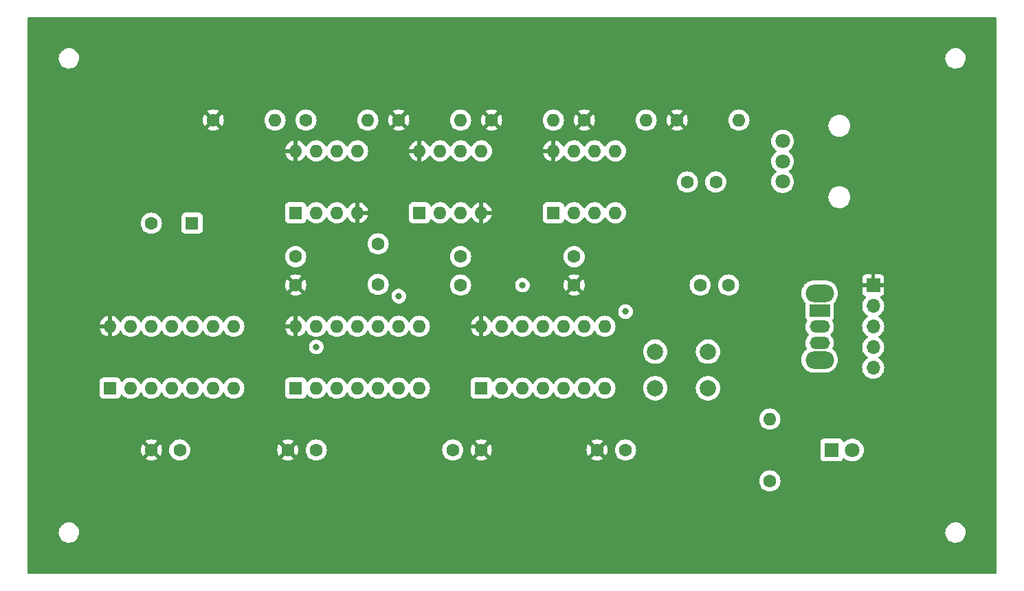
<source format=gbr>
%TF.GenerationSoftware,KiCad,Pcbnew,(7.0.0)*%
%TF.CreationDate,2023-05-14T14:46:27-04:00*%
%TF.ProjectId,8bc_clock,3862635f-636c-46f6-936b-2e6b69636164,rev?*%
%TF.SameCoordinates,Original*%
%TF.FileFunction,Copper,L3,Inr*%
%TF.FilePolarity,Positive*%
%FSLAX46Y46*%
G04 Gerber Fmt 4.6, Leading zero omitted, Abs format (unit mm)*
G04 Created by KiCad (PCBNEW (7.0.0)) date 2023-05-14 14:46:27*
%MOMM*%
%LPD*%
G01*
G04 APERTURE LIST*
%TA.AperFunction,ComponentPad*%
%ADD10C,2.000000*%
%TD*%
%TA.AperFunction,ComponentPad*%
%ADD11R,1.800000X1.800000*%
%TD*%
%TA.AperFunction,ComponentPad*%
%ADD12C,1.800000*%
%TD*%
%TA.AperFunction,ComponentPad*%
%ADD13C,1.600000*%
%TD*%
%TA.AperFunction,ComponentPad*%
%ADD14O,1.600000X1.600000*%
%TD*%
%TA.AperFunction,ComponentPad*%
%ADD15R,1.600000X1.600000*%
%TD*%
%TA.AperFunction,ComponentPad*%
%ADD16O,3.500000X2.200000*%
%TD*%
%TA.AperFunction,ComponentPad*%
%ADD17R,2.500000X1.500000*%
%TD*%
%TA.AperFunction,ComponentPad*%
%ADD18O,2.500000X1.500000*%
%TD*%
%TA.AperFunction,ComponentPad*%
%ADD19R,1.700000X1.700000*%
%TD*%
%TA.AperFunction,ComponentPad*%
%ADD20O,1.700000X1.700000*%
%TD*%
%TA.AperFunction,ViaPad*%
%ADD21C,0.800000*%
%TD*%
G04 APERTURE END LIST*
D10*
%TO.N,GND*%
%TO.C,SW2*%
X153520000Y-92020000D03*
X160020000Y-92020000D03*
%TO.N,Net-(U2-TR)*%
X153520000Y-96520000D03*
X160020000Y-96520000D03*
%TD*%
D11*
%TO.N,Net-(D1-K)*%
%TO.C,D1*%
X175259999Y-104139999D03*
D12*
%TO.N,CLK*%
X177800000Y-104140000D03*
%TD*%
D13*
%TO.N,+5V*%
%TO.C,R1*%
X99060000Y-63500000D03*
D14*
%TO.N,Net-(U1-DIS)*%
X106679999Y-63499999D03*
%TD*%
D15*
%TO.N,GND*%
%TO.C,U1*%
X109219999Y-74919999D03*
D14*
%TO.N,Net-(U1-THR)*%
X111759999Y-74919999D03*
%TO.N,Net-(U1-Q)*%
X114299999Y-74919999D03*
%TO.N,+5V*%
X116839999Y-74919999D03*
%TO.N,Net-(U1-CV)*%
X116839999Y-67299999D03*
%TO.N,Net-(U1-THR)*%
X114299999Y-67299999D03*
%TO.N,Net-(U1-DIS)*%
X111759999Y-67299999D03*
%TO.N,+5V*%
X109219999Y-67299999D03*
%TD*%
D13*
%TO.N,+5V*%
%TO.C,C7*%
X132080000Y-104140000D03*
%TO.N,GND*%
X128580000Y-104140000D03*
%TD*%
%TO.N,Net-(U3-CV)*%
%TO.C,C5*%
X157480000Y-71120000D03*
%TO.N,GND*%
X160980000Y-71120000D03*
%TD*%
D15*
%TO.N,Net-(U1-THR)*%
%TO.C,C2*%
X96439999Y-76199999D03*
D13*
%TO.N,GND*%
X91440000Y-76200000D03*
%TD*%
%TO.N,Net-(U2-DIS)*%
%TO.C,C4*%
X129540000Y-80320000D03*
%TO.N,GND*%
X129540000Y-83820000D03*
%TD*%
%TO.N,Net-(U2-CV)*%
%TO.C,C3*%
X159060000Y-83820000D03*
%TO.N,GND*%
X162560000Y-83820000D03*
%TD*%
%TO.N,GND*%
%TO.C,C10*%
X149860000Y-104140000D03*
%TO.N,+5V*%
X146360000Y-104140000D03*
%TD*%
D12*
%TO.N,unconnected-(RV1-Pad1)*%
%TO.C,RV1*%
X169210000Y-71080000D03*
%TO.N,Net-(R2-Pad2)*%
X169210000Y-68580000D03*
%TO.N,Net-(U1-THR)*%
X169210000Y-66080000D03*
%TD*%
D16*
%TO.N,*%
%TO.C,SW1*%
X173764999Y-84829999D03*
X173764999Y-93029999D03*
D17*
%TO.N,Net-(SW1-A)*%
X173764999Y-86929999D03*
D18*
%TO.N,GND*%
X173764999Y-88929999D03*
%TO.N,Net-(SW1-C)*%
X173764999Y-90929999D03*
%TD*%
D13*
%TO.N,+5V*%
%TO.C,C6*%
X143520000Y-83820000D03*
%TO.N,GND*%
X143520000Y-80320000D03*
%TD*%
%TO.N,+5V*%
%TO.C,R3*%
X121920000Y-63500000D03*
D14*
%TO.N,Net-(U2-DIS)*%
X129539999Y-63499999D03*
%TD*%
D15*
%TO.N,Net-(U1-Q)*%
%TO.C,U5*%
X109219999Y-96519999D03*
D14*
%TO.N,Net-(U3-Q)*%
X111759999Y-96519999D03*
%TO.N,Net-(U5-Pad3)*%
X114299999Y-96519999D03*
%TO.N,Net-(U4-Pad2)*%
X116839999Y-96519999D03*
%TO.N,Net-(U2-Q)*%
X119379999Y-96519999D03*
%TO.N,Net-(U5-Pad6)*%
X121919999Y-96519999D03*
%TO.N,GND*%
X124459999Y-96519999D03*
%TO.N,CLK*%
X124459999Y-88899999D03*
%TO.N,Net-(U5-Pad9)*%
X121919999Y-88899999D03*
%TO.N,Net-(U4-Pad6)*%
X119379999Y-88899999D03*
%TO.N,unconnected-(U5-Pad11)*%
X116839999Y-88899999D03*
%TO.N,unconnected-(U5-Pad12)*%
X114299999Y-88899999D03*
%TO.N,unconnected-(U5-Pad13)*%
X111759999Y-88899999D03*
%TO.N,+5V*%
X109219999Y-88899999D03*
%TD*%
D13*
%TO.N,+5V*%
%TO.C,R6*%
X156210000Y-63500000D03*
D14*
%TO.N,Net-(SW1-C)*%
X163829999Y-63499999D03*
%TD*%
D13*
%TO.N,GND*%
%TO.C,C9*%
X94940000Y-104140000D03*
%TO.N,+5V*%
X91440000Y-104140000D03*
%TD*%
%TO.N,+5V*%
%TO.C,R5*%
X144780000Y-63500000D03*
D14*
%TO.N,Net-(SW1-A)*%
X152399999Y-63499999D03*
%TD*%
D13*
%TO.N,+5V*%
%TO.C,R4*%
X133350000Y-63500000D03*
D14*
%TO.N,Net-(U2-TR)*%
X140969999Y-63499999D03*
%TD*%
D15*
%TO.N,GND*%
%TO.C,U3*%
X140979999Y-74919999D03*
D14*
%TO.N,Net-(SW1-A)*%
X143519999Y-74919999D03*
%TO.N,Net-(U3-Q)*%
X146059999Y-74919999D03*
%TO.N,Net-(SW1-C)*%
X148599999Y-74919999D03*
%TO.N,Net-(U3-CV)*%
X148599999Y-67299999D03*
%TO.N,GND*%
X146059999Y-67299999D03*
%TO.N,unconnected-(U3-DIS-Pad7)*%
X143519999Y-67299999D03*
%TO.N,+5V*%
X140979999Y-67299999D03*
%TD*%
D13*
%TO.N,Net-(U1-CV)*%
%TO.C,C1*%
X119380000Y-78740000D03*
%TO.N,GND*%
X119380000Y-83740000D03*
%TD*%
%TO.N,+5V*%
%TO.C,C8*%
X109220000Y-83820000D03*
%TO.N,GND*%
X109220000Y-80320000D03*
%TD*%
%TO.N,GND*%
%TO.C,R7*%
X167640000Y-107950000D03*
D14*
%TO.N,Net-(D1-K)*%
X167639999Y-100329999D03*
%TD*%
D19*
%TO.N,+5V*%
%TO.C,J1*%
X180364999Y-83849999D03*
D20*
%TO.N,GND*%
X180364999Y-86389999D03*
%TO.N,CLK*%
X180364999Y-88929999D03*
%TO.N,!CLK*%
X180364999Y-91469999D03*
%TO.N,HLT*%
X180364999Y-94009999D03*
%TD*%
D13*
%TO.N,Net-(U1-DIS)*%
%TO.C,R2*%
X110490000Y-63500000D03*
D14*
%TO.N,Net-(R2-Pad2)*%
X118109999Y-63499999D03*
%TD*%
D15*
%TO.N,Net-(U5-Pad3)*%
%TO.C,U6*%
X132079999Y-96519999D03*
D14*
%TO.N,Net-(U5-Pad6)*%
X134619999Y-96519999D03*
%TO.N,Net-(U5-Pad9)*%
X137159999Y-96519999D03*
%TO.N,unconnected-(U6-Pad4)*%
X139699999Y-96519999D03*
%TO.N,unconnected-(U6-Pad5)*%
X142239999Y-96519999D03*
%TO.N,unconnected-(U6-Pad6)*%
X144779999Y-96519999D03*
%TO.N,GND*%
X147319999Y-96519999D03*
%TO.N,unconnected-(U6-Pad8)*%
X147319999Y-88899999D03*
%TO.N,unconnected-(U6-Pad9)*%
X144779999Y-88899999D03*
%TO.N,unconnected-(U6-Pad10)*%
X142239999Y-88899999D03*
%TO.N,unconnected-(U6-Pad11)*%
X139699999Y-88899999D03*
%TO.N,unconnected-(U6-Pad12)*%
X137159999Y-88899999D03*
%TO.N,unconnected-(U6-Pad13)*%
X134619999Y-88899999D03*
%TO.N,+5V*%
X132079999Y-88899999D03*
%TD*%
D13*
%TO.N,GND*%
%TO.C,C11*%
X111760000Y-104140000D03*
%TO.N,+5V*%
X108260000Y-104140000D03*
%TD*%
D15*
%TO.N,GND*%
%TO.C,U2*%
X124479999Y-74919999D03*
D14*
%TO.N,Net-(U2-TR)*%
X127019999Y-74919999D03*
%TO.N,Net-(U2-Q)*%
X129559999Y-74919999D03*
%TO.N,+5V*%
X132099999Y-74919999D03*
%TO.N,Net-(U2-CV)*%
X132099999Y-67299999D03*
%TO.N,Net-(U2-DIS)*%
X129559999Y-67299999D03*
X127019999Y-67299999D03*
%TO.N,+5V*%
X124479999Y-67299999D03*
%TD*%
D15*
%TO.N,Net-(U3-Q)*%
%TO.C,U4*%
X86359999Y-96519999D03*
D14*
%TO.N,Net-(U4-Pad2)*%
X88899999Y-96519999D03*
%TO.N,CLK*%
X91439999Y-96519999D03*
%TO.N,!CLK*%
X93979999Y-96519999D03*
%TO.N,HLT*%
X96519999Y-96519999D03*
%TO.N,Net-(U4-Pad6)*%
X99059999Y-96519999D03*
%TO.N,GND*%
X101599999Y-96519999D03*
%TO.N,unconnected-(U4-Pad8)*%
X101599999Y-88899999D03*
%TO.N,unconnected-(U4-Pad9)*%
X99059999Y-88899999D03*
%TO.N,unconnected-(U4-Pad10)*%
X96519999Y-88899999D03*
%TO.N,unconnected-(U4-Pad11)*%
X93979999Y-88899999D03*
%TO.N,unconnected-(U4-Pad12)*%
X91439999Y-88899999D03*
%TO.N,unconnected-(U4-Pad13)*%
X88899999Y-88899999D03*
%TO.N,+5V*%
X86359999Y-88899999D03*
%TD*%
D21*
%TO.N,Net-(U2-TR)*%
X149860000Y-87084500D03*
%TO.N,Net-(U2-Q)*%
X121920000Y-85185500D03*
%TO.N,Net-(U3-Q)*%
X137160000Y-83820000D03*
%TO.N,Net-(U4-Pad6)*%
X111760000Y-91440000D03*
%TD*%
%TA.AperFunction,Conductor*%
%TO.N,+5V*%
G36*
X195517500Y-50817113D02*
G01*
X195562887Y-50862500D01*
X195579500Y-50924500D01*
X195579500Y-119255500D01*
X195562887Y-119317500D01*
X195517500Y-119362887D01*
X195455500Y-119379500D01*
X76324500Y-119379500D01*
X76262500Y-119362887D01*
X76217113Y-119317500D01*
X76200500Y-119255500D01*
X76200500Y-114356330D01*
X80025710Y-114356330D01*
X80026455Y-114361833D01*
X80026456Y-114361844D01*
X80040155Y-114462969D01*
X80055925Y-114579387D01*
X80057644Y-114584680D01*
X80057646Y-114584685D01*
X80123761Y-114788167D01*
X80123764Y-114788175D01*
X80125483Y-114793464D01*
X80128121Y-114798366D01*
X80229512Y-114986784D01*
X80229516Y-114986790D01*
X80232148Y-114991681D01*
X80235612Y-114996025D01*
X80235615Y-114996029D01*
X80369022Y-115163315D01*
X80372492Y-115167666D01*
X80542004Y-115315765D01*
X80735236Y-115431215D01*
X80945976Y-115510307D01*
X81167453Y-115550500D01*
X81333378Y-115550500D01*
X81336155Y-115550500D01*
X81504188Y-115535377D01*
X81721170Y-115475493D01*
X81923973Y-115377829D01*
X82106078Y-115245522D01*
X82261632Y-115082825D01*
X82385635Y-114894968D01*
X82474103Y-114687988D01*
X82524191Y-114468537D01*
X82529230Y-114356330D01*
X189245710Y-114356330D01*
X189246455Y-114361833D01*
X189246456Y-114361844D01*
X189260155Y-114462969D01*
X189275925Y-114579387D01*
X189277644Y-114584680D01*
X189277646Y-114584685D01*
X189343761Y-114788167D01*
X189343764Y-114788175D01*
X189345483Y-114793464D01*
X189348121Y-114798366D01*
X189449512Y-114986784D01*
X189449516Y-114986790D01*
X189452148Y-114991681D01*
X189455612Y-114996025D01*
X189455615Y-114996029D01*
X189589022Y-115163315D01*
X189592492Y-115167666D01*
X189762004Y-115315765D01*
X189955236Y-115431215D01*
X190165976Y-115510307D01*
X190387453Y-115550500D01*
X190553378Y-115550500D01*
X190556155Y-115550500D01*
X190724188Y-115535377D01*
X190941170Y-115475493D01*
X191143973Y-115377829D01*
X191326078Y-115245522D01*
X191481632Y-115082825D01*
X191605635Y-114894968D01*
X191694103Y-114687988D01*
X191744191Y-114468537D01*
X191754290Y-114243670D01*
X191724075Y-114020613D01*
X191654517Y-113806536D01*
X191547852Y-113608319D01*
X191478877Y-113521828D01*
X191410977Y-113436684D01*
X191407508Y-113432334D01*
X191237996Y-113284235D01*
X191233218Y-113281380D01*
X191233215Y-113281378D01*
X191049545Y-113171641D01*
X191049540Y-113171638D01*
X191044764Y-113168785D01*
X191039547Y-113166827D01*
X190839239Y-113091650D01*
X190839236Y-113091649D01*
X190834024Y-113089693D01*
X190828546Y-113088698D01*
X190828543Y-113088698D01*
X190618030Y-113050495D01*
X190618029Y-113050494D01*
X190612547Y-113049500D01*
X190443845Y-113049500D01*
X190441097Y-113049747D01*
X190441081Y-113049748D01*
X190281360Y-113064123D01*
X190281352Y-113064124D01*
X190275812Y-113064623D01*
X190270448Y-113066103D01*
X190270439Y-113066105D01*
X190064201Y-113123024D01*
X190064194Y-113123026D01*
X190058830Y-113124507D01*
X190053812Y-113126923D01*
X190053808Y-113126925D01*
X189861048Y-113219752D01*
X189861039Y-113219757D01*
X189856027Y-113222171D01*
X189851525Y-113225441D01*
X189851518Y-113225446D01*
X189678429Y-113351203D01*
X189678425Y-113351205D01*
X189673922Y-113354478D01*
X189670083Y-113358492D01*
X189670074Y-113358501D01*
X189522218Y-113513147D01*
X189522212Y-113513154D01*
X189518368Y-113517175D01*
X189515299Y-113521823D01*
X189515296Y-113521828D01*
X189397435Y-113700380D01*
X189397431Y-113700386D01*
X189394365Y-113705032D01*
X189392178Y-113710148D01*
X189392173Y-113710158D01*
X189308088Y-113906884D01*
X189308085Y-113906892D01*
X189305897Y-113912012D01*
X189304657Y-113917441D01*
X189304656Y-113917447D01*
X189279850Y-114026132D01*
X189255809Y-114131463D01*
X189255559Y-114137019D01*
X189255558Y-114137030D01*
X189250520Y-114249230D01*
X189245710Y-114356330D01*
X82529230Y-114356330D01*
X82534290Y-114243670D01*
X82504075Y-114020613D01*
X82434517Y-113806536D01*
X82327852Y-113608319D01*
X82258877Y-113521828D01*
X82190977Y-113436684D01*
X82187508Y-113432334D01*
X82017996Y-113284235D01*
X82013218Y-113281380D01*
X82013215Y-113281378D01*
X81829545Y-113171641D01*
X81829540Y-113171638D01*
X81824764Y-113168785D01*
X81819547Y-113166827D01*
X81619239Y-113091650D01*
X81619236Y-113091649D01*
X81614024Y-113089693D01*
X81608546Y-113088698D01*
X81608543Y-113088698D01*
X81398030Y-113050495D01*
X81398029Y-113050494D01*
X81392547Y-113049500D01*
X81223845Y-113049500D01*
X81221097Y-113049747D01*
X81221081Y-113049748D01*
X81061360Y-113064123D01*
X81061352Y-113064124D01*
X81055812Y-113064623D01*
X81050448Y-113066103D01*
X81050439Y-113066105D01*
X80844201Y-113123024D01*
X80844194Y-113123026D01*
X80838830Y-113124507D01*
X80833812Y-113126923D01*
X80833808Y-113126925D01*
X80641048Y-113219752D01*
X80641039Y-113219757D01*
X80636027Y-113222171D01*
X80631525Y-113225441D01*
X80631518Y-113225446D01*
X80458429Y-113351203D01*
X80458425Y-113351205D01*
X80453922Y-113354478D01*
X80450083Y-113358492D01*
X80450074Y-113358501D01*
X80302218Y-113513147D01*
X80302212Y-113513154D01*
X80298368Y-113517175D01*
X80295299Y-113521823D01*
X80295296Y-113521828D01*
X80177435Y-113700380D01*
X80177431Y-113700386D01*
X80174365Y-113705032D01*
X80172178Y-113710148D01*
X80172173Y-113710158D01*
X80088088Y-113906884D01*
X80088085Y-113906892D01*
X80085897Y-113912012D01*
X80084657Y-113917441D01*
X80084656Y-113917447D01*
X80059850Y-114026132D01*
X80035809Y-114131463D01*
X80035559Y-114137019D01*
X80035558Y-114137030D01*
X80030520Y-114249230D01*
X80025710Y-114356330D01*
X76200500Y-114356330D01*
X76200500Y-107950000D01*
X166334532Y-107950000D01*
X166354365Y-108176692D01*
X166355762Y-108181907D01*
X166355764Y-108181916D01*
X166411858Y-108391263D01*
X166411861Y-108391271D01*
X166413261Y-108396496D01*
X166509432Y-108602734D01*
X166639953Y-108789139D01*
X166800861Y-108950047D01*
X166987266Y-109080568D01*
X167193504Y-109176739D01*
X167413308Y-109235635D01*
X167640000Y-109255468D01*
X167866692Y-109235635D01*
X168086496Y-109176739D01*
X168292734Y-109080568D01*
X168479139Y-108950047D01*
X168640047Y-108789139D01*
X168770568Y-108602734D01*
X168866739Y-108396496D01*
X168925635Y-108176692D01*
X168945468Y-107950000D01*
X168925635Y-107723308D01*
X168866739Y-107503504D01*
X168770568Y-107297266D01*
X168640047Y-107110861D01*
X168479139Y-106949953D01*
X168292734Y-106819432D01*
X168086496Y-106723261D01*
X168081271Y-106721861D01*
X168081263Y-106721858D01*
X167871916Y-106665764D01*
X167871907Y-106665762D01*
X167866692Y-106664365D01*
X167861304Y-106663893D01*
X167861301Y-106663893D01*
X167645395Y-106645004D01*
X167640000Y-106644532D01*
X167634605Y-106645004D01*
X167418698Y-106663893D01*
X167418693Y-106663893D01*
X167413308Y-106664365D01*
X167408094Y-106665762D01*
X167408083Y-106665764D01*
X167198736Y-106721858D01*
X167198724Y-106721862D01*
X167193504Y-106723261D01*
X167188599Y-106725547D01*
X167188594Y-106725550D01*
X166992176Y-106817142D01*
X166992172Y-106817144D01*
X166987266Y-106819432D01*
X166982833Y-106822535D01*
X166982826Y-106822540D01*
X166805296Y-106946847D01*
X166805291Y-106946850D01*
X166800861Y-106949953D01*
X166797037Y-106953776D01*
X166797031Y-106953782D01*
X166643782Y-107107031D01*
X166643776Y-107107037D01*
X166639953Y-107110861D01*
X166636850Y-107115291D01*
X166636847Y-107115296D01*
X166512540Y-107292826D01*
X166512535Y-107292833D01*
X166509432Y-107297266D01*
X166507144Y-107302172D01*
X166507142Y-107302176D01*
X166415550Y-107498594D01*
X166415547Y-107498599D01*
X166413261Y-107503504D01*
X166411862Y-107508724D01*
X166411858Y-107508736D01*
X166355764Y-107718083D01*
X166355762Y-107718094D01*
X166354365Y-107723308D01*
X166334532Y-107950000D01*
X76200500Y-107950000D01*
X76200500Y-105218703D01*
X90718217Y-105218703D01*
X90725650Y-105226814D01*
X90783077Y-105267025D01*
X90792427Y-105272423D01*
X90988768Y-105363979D01*
X90998902Y-105367667D01*
X91208162Y-105423739D01*
X91218793Y-105425613D01*
X91434605Y-105444494D01*
X91445395Y-105444494D01*
X91661206Y-105425613D01*
X91671837Y-105423739D01*
X91881097Y-105367667D01*
X91891231Y-105363979D01*
X92087575Y-105272422D01*
X92096920Y-105267026D01*
X92154348Y-105226814D01*
X92161780Y-105218703D01*
X92155867Y-105209421D01*
X91451542Y-104505095D01*
X91439999Y-104498431D01*
X91428457Y-104505095D01*
X90724128Y-105209424D01*
X90718217Y-105218703D01*
X76200500Y-105218703D01*
X76200500Y-104145395D01*
X90135506Y-104145395D01*
X90154386Y-104361206D01*
X90156260Y-104371837D01*
X90212332Y-104581097D01*
X90216020Y-104591231D01*
X90307576Y-104787572D01*
X90312974Y-104796922D01*
X90353184Y-104854348D01*
X90361295Y-104861781D01*
X90370574Y-104855870D01*
X91074903Y-104151542D01*
X91081567Y-104140000D01*
X91081566Y-104139999D01*
X91798431Y-104139999D01*
X91805095Y-104151541D01*
X92509421Y-104855867D01*
X92518703Y-104861780D01*
X92526814Y-104854348D01*
X92567026Y-104796920D01*
X92572422Y-104787575D01*
X92663979Y-104591231D01*
X92667667Y-104581097D01*
X92723739Y-104371837D01*
X92725613Y-104361206D01*
X92744494Y-104145395D01*
X92744494Y-104140000D01*
X93634532Y-104140000D01*
X93654365Y-104366692D01*
X93655762Y-104371907D01*
X93655764Y-104371916D01*
X93711858Y-104581263D01*
X93711861Y-104581271D01*
X93713261Y-104586496D01*
X93715549Y-104591403D01*
X93715550Y-104591405D01*
X93779313Y-104728145D01*
X93809432Y-104792734D01*
X93939953Y-104979139D01*
X94100861Y-105140047D01*
X94287266Y-105270568D01*
X94493504Y-105366739D01*
X94498734Y-105368140D01*
X94498736Y-105368141D01*
X94706232Y-105423739D01*
X94713308Y-105425635D01*
X94940000Y-105445468D01*
X95166692Y-105425635D01*
X95386496Y-105366739D01*
X95592734Y-105270568D01*
X95666806Y-105218703D01*
X107538217Y-105218703D01*
X107545650Y-105226814D01*
X107603077Y-105267025D01*
X107612427Y-105272423D01*
X107808768Y-105363979D01*
X107818902Y-105367667D01*
X108028162Y-105423739D01*
X108038793Y-105425613D01*
X108254605Y-105444494D01*
X108265395Y-105444494D01*
X108481206Y-105425613D01*
X108491837Y-105423739D01*
X108701097Y-105367667D01*
X108711231Y-105363979D01*
X108907575Y-105272422D01*
X108916920Y-105267026D01*
X108974348Y-105226814D01*
X108981780Y-105218703D01*
X108975867Y-105209421D01*
X108271542Y-104505095D01*
X108259999Y-104498431D01*
X108248457Y-104505095D01*
X107544128Y-105209424D01*
X107538217Y-105218703D01*
X95666806Y-105218703D01*
X95779139Y-105140047D01*
X95940047Y-104979139D01*
X96070568Y-104792734D01*
X96166739Y-104586496D01*
X96225635Y-104366692D01*
X96244996Y-104145395D01*
X106955506Y-104145395D01*
X106974386Y-104361206D01*
X106976260Y-104371837D01*
X107032332Y-104581097D01*
X107036020Y-104591231D01*
X107127576Y-104787572D01*
X107132974Y-104796922D01*
X107173184Y-104854348D01*
X107181295Y-104861781D01*
X107190574Y-104855870D01*
X107894903Y-104151542D01*
X107901567Y-104140000D01*
X107901566Y-104139999D01*
X108618431Y-104139999D01*
X108625095Y-104151541D01*
X109329421Y-104855867D01*
X109338703Y-104861780D01*
X109346814Y-104854348D01*
X109387026Y-104796920D01*
X109392422Y-104787575D01*
X109483979Y-104591231D01*
X109487667Y-104581097D01*
X109543739Y-104371837D01*
X109545613Y-104361206D01*
X109564494Y-104145395D01*
X109564494Y-104140000D01*
X110454532Y-104140000D01*
X110474365Y-104366692D01*
X110475762Y-104371907D01*
X110475764Y-104371916D01*
X110531858Y-104581263D01*
X110531861Y-104581271D01*
X110533261Y-104586496D01*
X110535549Y-104591403D01*
X110535550Y-104591405D01*
X110599313Y-104728145D01*
X110629432Y-104792734D01*
X110759953Y-104979139D01*
X110920861Y-105140047D01*
X111107266Y-105270568D01*
X111313504Y-105366739D01*
X111318734Y-105368140D01*
X111318736Y-105368141D01*
X111526232Y-105423739D01*
X111533308Y-105425635D01*
X111760000Y-105445468D01*
X111986692Y-105425635D01*
X112206496Y-105366739D01*
X112412734Y-105270568D01*
X112599139Y-105140047D01*
X112760047Y-104979139D01*
X112890568Y-104792734D01*
X112986739Y-104586496D01*
X113045635Y-104366692D01*
X113065468Y-104140000D01*
X127274532Y-104140000D01*
X127294365Y-104366692D01*
X127295762Y-104371907D01*
X127295764Y-104371916D01*
X127351858Y-104581263D01*
X127351861Y-104581271D01*
X127353261Y-104586496D01*
X127355549Y-104591403D01*
X127355550Y-104591405D01*
X127419313Y-104728145D01*
X127449432Y-104792734D01*
X127579953Y-104979139D01*
X127740861Y-105140047D01*
X127927266Y-105270568D01*
X128133504Y-105366739D01*
X128138734Y-105368140D01*
X128138736Y-105368141D01*
X128346232Y-105423739D01*
X128353308Y-105425635D01*
X128580000Y-105445468D01*
X128806692Y-105425635D01*
X129026496Y-105366739D01*
X129232734Y-105270568D01*
X129306806Y-105218703D01*
X131358217Y-105218703D01*
X131365650Y-105226814D01*
X131423077Y-105267025D01*
X131432427Y-105272423D01*
X131628768Y-105363979D01*
X131638902Y-105367667D01*
X131848162Y-105423739D01*
X131858793Y-105425613D01*
X132074605Y-105444494D01*
X132085395Y-105444494D01*
X132301206Y-105425613D01*
X132311837Y-105423739D01*
X132521097Y-105367667D01*
X132531231Y-105363979D01*
X132727575Y-105272422D01*
X132736920Y-105267026D01*
X132794348Y-105226814D01*
X132801780Y-105218703D01*
X145638217Y-105218703D01*
X145645650Y-105226814D01*
X145703077Y-105267025D01*
X145712427Y-105272423D01*
X145908768Y-105363979D01*
X145918902Y-105367667D01*
X146128162Y-105423739D01*
X146138793Y-105425613D01*
X146354605Y-105444494D01*
X146365395Y-105444494D01*
X146581206Y-105425613D01*
X146591837Y-105423739D01*
X146801097Y-105367667D01*
X146811231Y-105363979D01*
X147007575Y-105272422D01*
X147016920Y-105267026D01*
X147074348Y-105226814D01*
X147081780Y-105218703D01*
X147075867Y-105209421D01*
X146371542Y-104505095D01*
X146359999Y-104498431D01*
X146348457Y-104505095D01*
X145644128Y-105209424D01*
X145638217Y-105218703D01*
X132801780Y-105218703D01*
X132795867Y-105209421D01*
X132091542Y-104505095D01*
X132079999Y-104498431D01*
X132068457Y-104505095D01*
X131364128Y-105209424D01*
X131358217Y-105218703D01*
X129306806Y-105218703D01*
X129419139Y-105140047D01*
X129580047Y-104979139D01*
X129710568Y-104792734D01*
X129806739Y-104586496D01*
X129865635Y-104366692D01*
X129884996Y-104145395D01*
X130775506Y-104145395D01*
X130794386Y-104361206D01*
X130796260Y-104371837D01*
X130852332Y-104581097D01*
X130856020Y-104591231D01*
X130947576Y-104787572D01*
X130952974Y-104796922D01*
X130993184Y-104854348D01*
X131001295Y-104861781D01*
X131010574Y-104855870D01*
X131714903Y-104151542D01*
X131721567Y-104140000D01*
X131721566Y-104139999D01*
X132438431Y-104139999D01*
X132445095Y-104151541D01*
X133149421Y-104855867D01*
X133158703Y-104861780D01*
X133166814Y-104854348D01*
X133207026Y-104796920D01*
X133212422Y-104787575D01*
X133303979Y-104591231D01*
X133307667Y-104581097D01*
X133363739Y-104371837D01*
X133365613Y-104361206D01*
X133384494Y-104145395D01*
X145055506Y-104145395D01*
X145074386Y-104361206D01*
X145076260Y-104371837D01*
X145132332Y-104581097D01*
X145136020Y-104591231D01*
X145227576Y-104787572D01*
X145232974Y-104796922D01*
X145273184Y-104854348D01*
X145281295Y-104861781D01*
X145290574Y-104855870D01*
X145994903Y-104151542D01*
X146001567Y-104140000D01*
X146001566Y-104139999D01*
X146718431Y-104139999D01*
X146725095Y-104151541D01*
X147429421Y-104855867D01*
X147438703Y-104861780D01*
X147446814Y-104854348D01*
X147487026Y-104796920D01*
X147492422Y-104787575D01*
X147583979Y-104591231D01*
X147587667Y-104581097D01*
X147643739Y-104371837D01*
X147645613Y-104361206D01*
X147664494Y-104145395D01*
X147664494Y-104140000D01*
X148554532Y-104140000D01*
X148574365Y-104366692D01*
X148575762Y-104371907D01*
X148575764Y-104371916D01*
X148631858Y-104581263D01*
X148631861Y-104581271D01*
X148633261Y-104586496D01*
X148635549Y-104591403D01*
X148635550Y-104591405D01*
X148699313Y-104728145D01*
X148729432Y-104792734D01*
X148859953Y-104979139D01*
X149020861Y-105140047D01*
X149207266Y-105270568D01*
X149413504Y-105366739D01*
X149418734Y-105368140D01*
X149418736Y-105368141D01*
X149626232Y-105423739D01*
X149633308Y-105425635D01*
X149860000Y-105445468D01*
X150086692Y-105425635D01*
X150306496Y-105366739D01*
X150512734Y-105270568D01*
X150699139Y-105140047D01*
X150754608Y-105084578D01*
X173859500Y-105084578D01*
X173859501Y-105087872D01*
X173859853Y-105091150D01*
X173859854Y-105091161D01*
X173865079Y-105139768D01*
X173865080Y-105139773D01*
X173865909Y-105147483D01*
X173868619Y-105154749D01*
X173868620Y-105154753D01*
X173902217Y-105244831D01*
X173916204Y-105282331D01*
X173921518Y-105289430D01*
X173921519Y-105289431D01*
X173980086Y-105367667D01*
X174002454Y-105397546D01*
X174117669Y-105483796D01*
X174252517Y-105534091D01*
X174312127Y-105540500D01*
X176207872Y-105540499D01*
X176267483Y-105534091D01*
X176402331Y-105483796D01*
X176517546Y-105397546D01*
X176603796Y-105282331D01*
X176632454Y-105205493D01*
X176668404Y-105154280D01*
X176724785Y-105127141D01*
X176787239Y-105130988D01*
X176839863Y-105164840D01*
X176844739Y-105170136D01*
X176848216Y-105173913D01*
X177031374Y-105316470D01*
X177235497Y-105426936D01*
X177455019Y-105502298D01*
X177683951Y-105540500D01*
X177910916Y-105540500D01*
X177916049Y-105540500D01*
X178144981Y-105502298D01*
X178364503Y-105426936D01*
X178568626Y-105316470D01*
X178751784Y-105173913D01*
X178908979Y-105003153D01*
X179035924Y-104808849D01*
X179129157Y-104596300D01*
X179186134Y-104371305D01*
X179205300Y-104140000D01*
X179186134Y-103908695D01*
X179129157Y-103683700D01*
X179035924Y-103471151D01*
X178908979Y-103276847D01*
X178751784Y-103106087D01*
X178694236Y-103061296D01*
X178572672Y-102966679D01*
X178572671Y-102966678D01*
X178568626Y-102963530D01*
X178514497Y-102934237D01*
X178369007Y-102855501D01*
X178369002Y-102855499D01*
X178364503Y-102853064D01*
X178359657Y-102851400D01*
X178359654Y-102851399D01*
X178149834Y-102779368D01*
X178149833Y-102779367D01*
X178144981Y-102777702D01*
X178139931Y-102776859D01*
X178139922Y-102776857D01*
X177921111Y-102740344D01*
X177921102Y-102740343D01*
X177916049Y-102739500D01*
X177683951Y-102739500D01*
X177678898Y-102740343D01*
X177678888Y-102740344D01*
X177460077Y-102776857D01*
X177460065Y-102776859D01*
X177455019Y-102777702D01*
X177450169Y-102779366D01*
X177450165Y-102779368D01*
X177240345Y-102851399D01*
X177240337Y-102851402D01*
X177235497Y-102853064D01*
X177231001Y-102855496D01*
X177230992Y-102855501D01*
X177035882Y-102961090D01*
X177035878Y-102961092D01*
X177031374Y-102963530D01*
X177027334Y-102966674D01*
X177027327Y-102966679D01*
X176852263Y-103102936D01*
X176852255Y-103102943D01*
X176848216Y-103106087D01*
X176844751Y-103109850D01*
X176844740Y-103109861D01*
X176839859Y-103115164D01*
X176787234Y-103149013D01*
X176724782Y-103152857D01*
X176668403Y-103125718D01*
X176632454Y-103074506D01*
X176603796Y-102997669D01*
X176517546Y-102882454D01*
X176482555Y-102856260D01*
X176409431Y-102801519D01*
X176409430Y-102801518D01*
X176402331Y-102796204D01*
X176267483Y-102745909D01*
X176259770Y-102745079D01*
X176259767Y-102745079D01*
X176211180Y-102739855D01*
X176211169Y-102739854D01*
X176207873Y-102739500D01*
X176204550Y-102739500D01*
X174315439Y-102739500D01*
X174315420Y-102739500D01*
X174312128Y-102739501D01*
X174308850Y-102739853D01*
X174308838Y-102739854D01*
X174260231Y-102745079D01*
X174260225Y-102745080D01*
X174252517Y-102745909D01*
X174245252Y-102748618D01*
X174245246Y-102748620D01*
X174125980Y-102793104D01*
X174125978Y-102793104D01*
X174117669Y-102796204D01*
X174110572Y-102801516D01*
X174110568Y-102801519D01*
X174009550Y-102877141D01*
X174009546Y-102877144D01*
X174002454Y-102882454D01*
X173997144Y-102889546D01*
X173997141Y-102889550D01*
X173921519Y-102990568D01*
X173921516Y-102990572D01*
X173916204Y-102997669D01*
X173913104Y-103005978D01*
X173913104Y-103005980D01*
X173868620Y-103125247D01*
X173868619Y-103125250D01*
X173865909Y-103132517D01*
X173865079Y-103140227D01*
X173865079Y-103140232D01*
X173859855Y-103188819D01*
X173859854Y-103188831D01*
X173859500Y-103192127D01*
X173859500Y-103195448D01*
X173859500Y-103195449D01*
X173859500Y-105084560D01*
X173859500Y-105084578D01*
X150754608Y-105084578D01*
X150860047Y-104979139D01*
X150990568Y-104792734D01*
X151086739Y-104586496D01*
X151145635Y-104366692D01*
X151165468Y-104140000D01*
X151145635Y-103913308D01*
X151086739Y-103693504D01*
X150990568Y-103487266D01*
X150860047Y-103300861D01*
X150699139Y-103139953D01*
X150575219Y-103053184D01*
X150517173Y-103012540D01*
X150517171Y-103012539D01*
X150512734Y-103009432D01*
X150421051Y-102966679D01*
X150311405Y-102915550D01*
X150311403Y-102915549D01*
X150306496Y-102913261D01*
X150301271Y-102911861D01*
X150301263Y-102911858D01*
X150091916Y-102855764D01*
X150091907Y-102855762D01*
X150086692Y-102854365D01*
X150081304Y-102853893D01*
X150081301Y-102853893D01*
X149865395Y-102835004D01*
X149860000Y-102834532D01*
X149854605Y-102835004D01*
X149638698Y-102853893D01*
X149638693Y-102853893D01*
X149633308Y-102854365D01*
X149628094Y-102855762D01*
X149628083Y-102855764D01*
X149418736Y-102911858D01*
X149418724Y-102911862D01*
X149413504Y-102913261D01*
X149408599Y-102915547D01*
X149408594Y-102915550D01*
X149212176Y-103007142D01*
X149212172Y-103007144D01*
X149207266Y-103009432D01*
X149202833Y-103012535D01*
X149202826Y-103012540D01*
X149025296Y-103136847D01*
X149025291Y-103136850D01*
X149020861Y-103139953D01*
X149017037Y-103143776D01*
X149017031Y-103143782D01*
X148863782Y-103297031D01*
X148863776Y-103297037D01*
X148859953Y-103300861D01*
X148856850Y-103305291D01*
X148856847Y-103305296D01*
X148732540Y-103482826D01*
X148732535Y-103482833D01*
X148729432Y-103487266D01*
X148727144Y-103492172D01*
X148727142Y-103492176D01*
X148635550Y-103688594D01*
X148635547Y-103688599D01*
X148633261Y-103693504D01*
X148631862Y-103698724D01*
X148631858Y-103698736D01*
X148575764Y-103908083D01*
X148575762Y-103908094D01*
X148574365Y-103913308D01*
X148554532Y-104140000D01*
X147664494Y-104140000D01*
X147664494Y-104134605D01*
X147645613Y-103918793D01*
X147643739Y-103908162D01*
X147587667Y-103698902D01*
X147583979Y-103688768D01*
X147492423Y-103492427D01*
X147487025Y-103483077D01*
X147446814Y-103425650D01*
X147438703Y-103418217D01*
X147429424Y-103424128D01*
X146725095Y-104128456D01*
X146718431Y-104139999D01*
X146001566Y-104139999D01*
X145994903Y-104128457D01*
X145290574Y-103424128D01*
X145281296Y-103418217D01*
X145273183Y-103425651D01*
X145232971Y-103483081D01*
X145227577Y-103492425D01*
X145136020Y-103688768D01*
X145132332Y-103698902D01*
X145076260Y-103908162D01*
X145074386Y-103918793D01*
X145055506Y-104134605D01*
X145055506Y-104145395D01*
X133384494Y-104145395D01*
X133384494Y-104134605D01*
X133365613Y-103918793D01*
X133363739Y-103908162D01*
X133307667Y-103698902D01*
X133303979Y-103688768D01*
X133212423Y-103492427D01*
X133207025Y-103483077D01*
X133166814Y-103425650D01*
X133158703Y-103418217D01*
X133149424Y-103424128D01*
X132445095Y-104128456D01*
X132438431Y-104139999D01*
X131721566Y-104139999D01*
X131714903Y-104128457D01*
X131010574Y-103424128D01*
X131001296Y-103418217D01*
X130993183Y-103425651D01*
X130952971Y-103483081D01*
X130947577Y-103492425D01*
X130856020Y-103688768D01*
X130852332Y-103698902D01*
X130796260Y-103908162D01*
X130794386Y-103918793D01*
X130775506Y-104134605D01*
X130775506Y-104145395D01*
X129884996Y-104145395D01*
X129885468Y-104140000D01*
X129865635Y-103913308D01*
X129806739Y-103693504D01*
X129710568Y-103487266D01*
X129580047Y-103300861D01*
X129419139Y-103139953D01*
X129306804Y-103061296D01*
X131358217Y-103061296D01*
X131364128Y-103070574D01*
X132068457Y-103774903D01*
X132080000Y-103781567D01*
X132091542Y-103774903D01*
X132795870Y-103070574D01*
X132801780Y-103061296D01*
X145638217Y-103061296D01*
X145644128Y-103070574D01*
X146348457Y-103774903D01*
X146360000Y-103781567D01*
X146371542Y-103774903D01*
X147075870Y-103070574D01*
X147081781Y-103061295D01*
X147074348Y-103053184D01*
X147016922Y-103012974D01*
X147007572Y-103007576D01*
X146811231Y-102916020D01*
X146801097Y-102912332D01*
X146591837Y-102856260D01*
X146581206Y-102854386D01*
X146365395Y-102835506D01*
X146354605Y-102835506D01*
X146138793Y-102854386D01*
X146128162Y-102856260D01*
X145918902Y-102912332D01*
X145908768Y-102916020D01*
X145712425Y-103007577D01*
X145703081Y-103012971D01*
X145645651Y-103053183D01*
X145638217Y-103061296D01*
X132801780Y-103061296D01*
X132801781Y-103061295D01*
X132794348Y-103053184D01*
X132736922Y-103012974D01*
X132727572Y-103007576D01*
X132531231Y-102916020D01*
X132521097Y-102912332D01*
X132311837Y-102856260D01*
X132301206Y-102854386D01*
X132085395Y-102835506D01*
X132074605Y-102835506D01*
X131858793Y-102854386D01*
X131848162Y-102856260D01*
X131638902Y-102912332D01*
X131628768Y-102916020D01*
X131432425Y-103007577D01*
X131423081Y-103012971D01*
X131365651Y-103053183D01*
X131358217Y-103061296D01*
X129306804Y-103061296D01*
X129295219Y-103053184D01*
X129237173Y-103012540D01*
X129237171Y-103012539D01*
X129232734Y-103009432D01*
X129141051Y-102966679D01*
X129031405Y-102915550D01*
X129031403Y-102915549D01*
X129026496Y-102913261D01*
X129021271Y-102911861D01*
X129021263Y-102911858D01*
X128811916Y-102855764D01*
X128811907Y-102855762D01*
X128806692Y-102854365D01*
X128801304Y-102853893D01*
X128801301Y-102853893D01*
X128585395Y-102835004D01*
X128580000Y-102834532D01*
X128574605Y-102835004D01*
X128358698Y-102853893D01*
X128358693Y-102853893D01*
X128353308Y-102854365D01*
X128348094Y-102855762D01*
X128348083Y-102855764D01*
X128138736Y-102911858D01*
X128138724Y-102911862D01*
X128133504Y-102913261D01*
X128128599Y-102915547D01*
X128128594Y-102915550D01*
X127932176Y-103007142D01*
X127932172Y-103007144D01*
X127927266Y-103009432D01*
X127922833Y-103012535D01*
X127922826Y-103012540D01*
X127745296Y-103136847D01*
X127745291Y-103136850D01*
X127740861Y-103139953D01*
X127737037Y-103143776D01*
X127737031Y-103143782D01*
X127583782Y-103297031D01*
X127583776Y-103297037D01*
X127579953Y-103300861D01*
X127576850Y-103305291D01*
X127576847Y-103305296D01*
X127452540Y-103482826D01*
X127452535Y-103482833D01*
X127449432Y-103487266D01*
X127447144Y-103492172D01*
X127447142Y-103492176D01*
X127355550Y-103688594D01*
X127355547Y-103688599D01*
X127353261Y-103693504D01*
X127351862Y-103698724D01*
X127351858Y-103698736D01*
X127295764Y-103908083D01*
X127295762Y-103908094D01*
X127294365Y-103913308D01*
X127274532Y-104140000D01*
X113065468Y-104140000D01*
X113045635Y-103913308D01*
X112986739Y-103693504D01*
X112890568Y-103487266D01*
X112760047Y-103300861D01*
X112599139Y-103139953D01*
X112475219Y-103053184D01*
X112417173Y-103012540D01*
X112417171Y-103012539D01*
X112412734Y-103009432D01*
X112321051Y-102966679D01*
X112211405Y-102915550D01*
X112211403Y-102915549D01*
X112206496Y-102913261D01*
X112201271Y-102911861D01*
X112201263Y-102911858D01*
X111991916Y-102855764D01*
X111991907Y-102855762D01*
X111986692Y-102854365D01*
X111981304Y-102853893D01*
X111981301Y-102853893D01*
X111765395Y-102835004D01*
X111760000Y-102834532D01*
X111754605Y-102835004D01*
X111538698Y-102853893D01*
X111538693Y-102853893D01*
X111533308Y-102854365D01*
X111528094Y-102855762D01*
X111528083Y-102855764D01*
X111318736Y-102911858D01*
X111318724Y-102911862D01*
X111313504Y-102913261D01*
X111308599Y-102915547D01*
X111308594Y-102915550D01*
X111112176Y-103007142D01*
X111112172Y-103007144D01*
X111107266Y-103009432D01*
X111102833Y-103012535D01*
X111102826Y-103012540D01*
X110925296Y-103136847D01*
X110925291Y-103136850D01*
X110920861Y-103139953D01*
X110917037Y-103143776D01*
X110917031Y-103143782D01*
X110763782Y-103297031D01*
X110763776Y-103297037D01*
X110759953Y-103300861D01*
X110756850Y-103305291D01*
X110756847Y-103305296D01*
X110632540Y-103482826D01*
X110632535Y-103482833D01*
X110629432Y-103487266D01*
X110627144Y-103492172D01*
X110627142Y-103492176D01*
X110535550Y-103688594D01*
X110535547Y-103688599D01*
X110533261Y-103693504D01*
X110531862Y-103698724D01*
X110531858Y-103698736D01*
X110475764Y-103908083D01*
X110475762Y-103908094D01*
X110474365Y-103913308D01*
X110454532Y-104140000D01*
X109564494Y-104140000D01*
X109564494Y-104134605D01*
X109545613Y-103918793D01*
X109543739Y-103908162D01*
X109487667Y-103698902D01*
X109483979Y-103688768D01*
X109392423Y-103492427D01*
X109387025Y-103483077D01*
X109346814Y-103425650D01*
X109338703Y-103418217D01*
X109329424Y-103424128D01*
X108625095Y-104128456D01*
X108618431Y-104139999D01*
X107901566Y-104139999D01*
X107894903Y-104128457D01*
X107190574Y-103424128D01*
X107181296Y-103418217D01*
X107173183Y-103425651D01*
X107132971Y-103483081D01*
X107127577Y-103492425D01*
X107036020Y-103688768D01*
X107032332Y-103698902D01*
X106976260Y-103908162D01*
X106974386Y-103918793D01*
X106955506Y-104134605D01*
X106955506Y-104145395D01*
X96244996Y-104145395D01*
X96245468Y-104140000D01*
X96225635Y-103913308D01*
X96166739Y-103693504D01*
X96070568Y-103487266D01*
X95940047Y-103300861D01*
X95779139Y-103139953D01*
X95666804Y-103061296D01*
X107538217Y-103061296D01*
X107544128Y-103070574D01*
X108248457Y-103774903D01*
X108260000Y-103781567D01*
X108271542Y-103774903D01*
X108975870Y-103070574D01*
X108981781Y-103061295D01*
X108974348Y-103053184D01*
X108916922Y-103012974D01*
X108907572Y-103007576D01*
X108711231Y-102916020D01*
X108701097Y-102912332D01*
X108491837Y-102856260D01*
X108481206Y-102854386D01*
X108265395Y-102835506D01*
X108254605Y-102835506D01*
X108038793Y-102854386D01*
X108028162Y-102856260D01*
X107818902Y-102912332D01*
X107808768Y-102916020D01*
X107612425Y-103007577D01*
X107603081Y-103012971D01*
X107545651Y-103053183D01*
X107538217Y-103061296D01*
X95666804Y-103061296D01*
X95655219Y-103053184D01*
X95597173Y-103012540D01*
X95597171Y-103012539D01*
X95592734Y-103009432D01*
X95501051Y-102966679D01*
X95391405Y-102915550D01*
X95391403Y-102915549D01*
X95386496Y-102913261D01*
X95381271Y-102911861D01*
X95381263Y-102911858D01*
X95171916Y-102855764D01*
X95171907Y-102855762D01*
X95166692Y-102854365D01*
X95161304Y-102853893D01*
X95161301Y-102853893D01*
X94945395Y-102835004D01*
X94940000Y-102834532D01*
X94934605Y-102835004D01*
X94718698Y-102853893D01*
X94718693Y-102853893D01*
X94713308Y-102854365D01*
X94708094Y-102855762D01*
X94708083Y-102855764D01*
X94498736Y-102911858D01*
X94498724Y-102911862D01*
X94493504Y-102913261D01*
X94488599Y-102915547D01*
X94488594Y-102915550D01*
X94292176Y-103007142D01*
X94292172Y-103007144D01*
X94287266Y-103009432D01*
X94282833Y-103012535D01*
X94282826Y-103012540D01*
X94105296Y-103136847D01*
X94105291Y-103136850D01*
X94100861Y-103139953D01*
X94097037Y-103143776D01*
X94097031Y-103143782D01*
X93943782Y-103297031D01*
X93943776Y-103297037D01*
X93939953Y-103300861D01*
X93936850Y-103305291D01*
X93936847Y-103305296D01*
X93812540Y-103482826D01*
X93812535Y-103482833D01*
X93809432Y-103487266D01*
X93807144Y-103492172D01*
X93807142Y-103492176D01*
X93715550Y-103688594D01*
X93715547Y-103688599D01*
X93713261Y-103693504D01*
X93711862Y-103698724D01*
X93711858Y-103698736D01*
X93655764Y-103908083D01*
X93655762Y-103908094D01*
X93654365Y-103913308D01*
X93634532Y-104140000D01*
X92744494Y-104140000D01*
X92744494Y-104134605D01*
X92725613Y-103918793D01*
X92723739Y-103908162D01*
X92667667Y-103698902D01*
X92663979Y-103688768D01*
X92572423Y-103492427D01*
X92567025Y-103483077D01*
X92526814Y-103425650D01*
X92518703Y-103418217D01*
X92509424Y-103424128D01*
X91805095Y-104128456D01*
X91798431Y-104139999D01*
X91081566Y-104139999D01*
X91074903Y-104128457D01*
X90370574Y-103424128D01*
X90361296Y-103418217D01*
X90353183Y-103425651D01*
X90312971Y-103483081D01*
X90307577Y-103492425D01*
X90216020Y-103688768D01*
X90212332Y-103698902D01*
X90156260Y-103908162D01*
X90154386Y-103918793D01*
X90135506Y-104134605D01*
X90135506Y-104145395D01*
X76200500Y-104145395D01*
X76200500Y-103061296D01*
X90718217Y-103061296D01*
X90724128Y-103070574D01*
X91428457Y-103774903D01*
X91440000Y-103781567D01*
X91451542Y-103774903D01*
X92155870Y-103070574D01*
X92161781Y-103061295D01*
X92154348Y-103053184D01*
X92096922Y-103012974D01*
X92087572Y-103007576D01*
X91891231Y-102916020D01*
X91881097Y-102912332D01*
X91671837Y-102856260D01*
X91661206Y-102854386D01*
X91445395Y-102835506D01*
X91434605Y-102835506D01*
X91218793Y-102854386D01*
X91208162Y-102856260D01*
X90998902Y-102912332D01*
X90988768Y-102916020D01*
X90792425Y-103007577D01*
X90783081Y-103012971D01*
X90725651Y-103053183D01*
X90718217Y-103061296D01*
X76200500Y-103061296D01*
X76200500Y-100330000D01*
X166334532Y-100330000D01*
X166354365Y-100556692D01*
X166355762Y-100561907D01*
X166355764Y-100561916D01*
X166411858Y-100771263D01*
X166411861Y-100771271D01*
X166413261Y-100776496D01*
X166509432Y-100982734D01*
X166639953Y-101169139D01*
X166800861Y-101330047D01*
X166987266Y-101460568D01*
X167193504Y-101556739D01*
X167413308Y-101615635D01*
X167640000Y-101635468D01*
X167866692Y-101615635D01*
X168086496Y-101556739D01*
X168292734Y-101460568D01*
X168479139Y-101330047D01*
X168640047Y-101169139D01*
X168770568Y-100982734D01*
X168866739Y-100776496D01*
X168925635Y-100556692D01*
X168945468Y-100330000D01*
X168925635Y-100103308D01*
X168866739Y-99883504D01*
X168770568Y-99677266D01*
X168640047Y-99490861D01*
X168479139Y-99329953D01*
X168292734Y-99199432D01*
X168086496Y-99103261D01*
X168081271Y-99101861D01*
X168081263Y-99101858D01*
X167871916Y-99045764D01*
X167871907Y-99045762D01*
X167866692Y-99044365D01*
X167861304Y-99043893D01*
X167861301Y-99043893D01*
X167645395Y-99025004D01*
X167640000Y-99024532D01*
X167634605Y-99025004D01*
X167418698Y-99043893D01*
X167418693Y-99043893D01*
X167413308Y-99044365D01*
X167408094Y-99045762D01*
X167408083Y-99045764D01*
X167198736Y-99101858D01*
X167198724Y-99101862D01*
X167193504Y-99103261D01*
X167188599Y-99105547D01*
X167188594Y-99105550D01*
X166992176Y-99197142D01*
X166992172Y-99197144D01*
X166987266Y-99199432D01*
X166982833Y-99202535D01*
X166982826Y-99202540D01*
X166805296Y-99326847D01*
X166805291Y-99326850D01*
X166800861Y-99329953D01*
X166797037Y-99333776D01*
X166797031Y-99333782D01*
X166643782Y-99487031D01*
X166643776Y-99487037D01*
X166639953Y-99490861D01*
X166636850Y-99495291D01*
X166636847Y-99495296D01*
X166512540Y-99672826D01*
X166512535Y-99672833D01*
X166509432Y-99677266D01*
X166507144Y-99682172D01*
X166507142Y-99682176D01*
X166415550Y-99878594D01*
X166415547Y-99878599D01*
X166413261Y-99883504D01*
X166411862Y-99888724D01*
X166411858Y-99888736D01*
X166355764Y-100098083D01*
X166355762Y-100098094D01*
X166354365Y-100103308D01*
X166334532Y-100330000D01*
X76200500Y-100330000D01*
X76200500Y-97364578D01*
X85059500Y-97364578D01*
X85059501Y-97367872D01*
X85059853Y-97371150D01*
X85059854Y-97371161D01*
X85065079Y-97419768D01*
X85065080Y-97419773D01*
X85065909Y-97427483D01*
X85068619Y-97434749D01*
X85068620Y-97434753D01*
X85070759Y-97440487D01*
X85116204Y-97562331D01*
X85202454Y-97677546D01*
X85317669Y-97763796D01*
X85452517Y-97814091D01*
X85512127Y-97820500D01*
X87207872Y-97820499D01*
X87267483Y-97814091D01*
X87402331Y-97763796D01*
X87517546Y-97677546D01*
X87603796Y-97562331D01*
X87654091Y-97427483D01*
X87657862Y-97392400D01*
X87678240Y-97336483D01*
X87722329Y-97296499D01*
X87779970Y-97281665D01*
X87837884Y-97295398D01*
X87882725Y-97334535D01*
X87899953Y-97359139D01*
X88060861Y-97520047D01*
X88247266Y-97650568D01*
X88453504Y-97746739D01*
X88458734Y-97748140D01*
X88458736Y-97748141D01*
X88567638Y-97777321D01*
X88673308Y-97805635D01*
X88900000Y-97825468D01*
X89126692Y-97805635D01*
X89346496Y-97746739D01*
X89552734Y-97650568D01*
X89739139Y-97520047D01*
X89900047Y-97359139D01*
X90030568Y-97172734D01*
X90057618Y-97114724D01*
X90103375Y-97062549D01*
X90170000Y-97043130D01*
X90236625Y-97062549D01*
X90282381Y-97114724D01*
X90309432Y-97172734D01*
X90439953Y-97359139D01*
X90600861Y-97520047D01*
X90787266Y-97650568D01*
X90993504Y-97746739D01*
X90998734Y-97748140D01*
X90998736Y-97748141D01*
X91107638Y-97777321D01*
X91213308Y-97805635D01*
X91440000Y-97825468D01*
X91666692Y-97805635D01*
X91886496Y-97746739D01*
X92092734Y-97650568D01*
X92279139Y-97520047D01*
X92440047Y-97359139D01*
X92570568Y-97172734D01*
X92597618Y-97114724D01*
X92643375Y-97062549D01*
X92710000Y-97043130D01*
X92776625Y-97062549D01*
X92822381Y-97114724D01*
X92849432Y-97172734D01*
X92979953Y-97359139D01*
X93140861Y-97520047D01*
X93327266Y-97650568D01*
X93533504Y-97746739D01*
X93538734Y-97748140D01*
X93538736Y-97748141D01*
X93647638Y-97777321D01*
X93753308Y-97805635D01*
X93980000Y-97825468D01*
X94206692Y-97805635D01*
X94426496Y-97746739D01*
X94632734Y-97650568D01*
X94819139Y-97520047D01*
X94980047Y-97359139D01*
X95110568Y-97172734D01*
X95137618Y-97114724D01*
X95183375Y-97062549D01*
X95250000Y-97043130D01*
X95316625Y-97062549D01*
X95362381Y-97114724D01*
X95389432Y-97172734D01*
X95519953Y-97359139D01*
X95680861Y-97520047D01*
X95867266Y-97650568D01*
X96073504Y-97746739D01*
X96078734Y-97748140D01*
X96078736Y-97748141D01*
X96187638Y-97777321D01*
X96293308Y-97805635D01*
X96520000Y-97825468D01*
X96746692Y-97805635D01*
X96966496Y-97746739D01*
X97172734Y-97650568D01*
X97359139Y-97520047D01*
X97520047Y-97359139D01*
X97650568Y-97172734D01*
X97677618Y-97114724D01*
X97723375Y-97062549D01*
X97790000Y-97043130D01*
X97856625Y-97062549D01*
X97902381Y-97114724D01*
X97929432Y-97172734D01*
X98059953Y-97359139D01*
X98220861Y-97520047D01*
X98407266Y-97650568D01*
X98613504Y-97746739D01*
X98618734Y-97748140D01*
X98618736Y-97748141D01*
X98727638Y-97777321D01*
X98833308Y-97805635D01*
X99060000Y-97825468D01*
X99286692Y-97805635D01*
X99506496Y-97746739D01*
X99712734Y-97650568D01*
X99899139Y-97520047D01*
X100060047Y-97359139D01*
X100190568Y-97172734D01*
X100217618Y-97114724D01*
X100263375Y-97062549D01*
X100330000Y-97043130D01*
X100396625Y-97062549D01*
X100442381Y-97114724D01*
X100469432Y-97172734D01*
X100599953Y-97359139D01*
X100760861Y-97520047D01*
X100947266Y-97650568D01*
X101153504Y-97746739D01*
X101158734Y-97748140D01*
X101158736Y-97748141D01*
X101267638Y-97777321D01*
X101373308Y-97805635D01*
X101600000Y-97825468D01*
X101826692Y-97805635D01*
X102046496Y-97746739D01*
X102252734Y-97650568D01*
X102439139Y-97520047D01*
X102594608Y-97364578D01*
X107919500Y-97364578D01*
X107919501Y-97367872D01*
X107919853Y-97371150D01*
X107919854Y-97371161D01*
X107925079Y-97419768D01*
X107925080Y-97419773D01*
X107925909Y-97427483D01*
X107928619Y-97434749D01*
X107928620Y-97434753D01*
X107930759Y-97440487D01*
X107976204Y-97562331D01*
X108062454Y-97677546D01*
X108177669Y-97763796D01*
X108312517Y-97814091D01*
X108372127Y-97820500D01*
X110067872Y-97820499D01*
X110127483Y-97814091D01*
X110262331Y-97763796D01*
X110377546Y-97677546D01*
X110463796Y-97562331D01*
X110514091Y-97427483D01*
X110517862Y-97392400D01*
X110538240Y-97336483D01*
X110582329Y-97296499D01*
X110639970Y-97281665D01*
X110697884Y-97295398D01*
X110742725Y-97334535D01*
X110759953Y-97359139D01*
X110920861Y-97520047D01*
X111107266Y-97650568D01*
X111313504Y-97746739D01*
X111318734Y-97748140D01*
X111318736Y-97748141D01*
X111427638Y-97777321D01*
X111533308Y-97805635D01*
X111760000Y-97825468D01*
X111986692Y-97805635D01*
X112206496Y-97746739D01*
X112412734Y-97650568D01*
X112599139Y-97520047D01*
X112760047Y-97359139D01*
X112890568Y-97172734D01*
X112917618Y-97114724D01*
X112963375Y-97062549D01*
X113030000Y-97043130D01*
X113096625Y-97062549D01*
X113142381Y-97114724D01*
X113169432Y-97172734D01*
X113299953Y-97359139D01*
X113460861Y-97520047D01*
X113647266Y-97650568D01*
X113853504Y-97746739D01*
X113858734Y-97748140D01*
X113858736Y-97748141D01*
X113967638Y-97777321D01*
X114073308Y-97805635D01*
X114300000Y-97825468D01*
X114526692Y-97805635D01*
X114746496Y-97746739D01*
X114952734Y-97650568D01*
X115139139Y-97520047D01*
X115300047Y-97359139D01*
X115430568Y-97172734D01*
X115457618Y-97114724D01*
X115503375Y-97062549D01*
X115570000Y-97043130D01*
X115636625Y-97062549D01*
X115682381Y-97114724D01*
X115709432Y-97172734D01*
X115839953Y-97359139D01*
X116000861Y-97520047D01*
X116187266Y-97650568D01*
X116393504Y-97746739D01*
X116398734Y-97748140D01*
X116398736Y-97748141D01*
X116507638Y-97777321D01*
X116613308Y-97805635D01*
X116840000Y-97825468D01*
X117066692Y-97805635D01*
X117286496Y-97746739D01*
X117492734Y-97650568D01*
X117679139Y-97520047D01*
X117840047Y-97359139D01*
X117970568Y-97172734D01*
X117997618Y-97114724D01*
X118043375Y-97062549D01*
X118110000Y-97043130D01*
X118176625Y-97062549D01*
X118222381Y-97114724D01*
X118249432Y-97172734D01*
X118379953Y-97359139D01*
X118540861Y-97520047D01*
X118727266Y-97650568D01*
X118933504Y-97746739D01*
X118938734Y-97748140D01*
X118938736Y-97748141D01*
X119047638Y-97777321D01*
X119153308Y-97805635D01*
X119380000Y-97825468D01*
X119606692Y-97805635D01*
X119826496Y-97746739D01*
X120032734Y-97650568D01*
X120219139Y-97520047D01*
X120380047Y-97359139D01*
X120510568Y-97172734D01*
X120537618Y-97114724D01*
X120583375Y-97062549D01*
X120650000Y-97043130D01*
X120716625Y-97062549D01*
X120762381Y-97114724D01*
X120789432Y-97172734D01*
X120919953Y-97359139D01*
X121080861Y-97520047D01*
X121267266Y-97650568D01*
X121473504Y-97746739D01*
X121478734Y-97748140D01*
X121478736Y-97748141D01*
X121587638Y-97777321D01*
X121693308Y-97805635D01*
X121920000Y-97825468D01*
X122146692Y-97805635D01*
X122366496Y-97746739D01*
X122572734Y-97650568D01*
X122759139Y-97520047D01*
X122920047Y-97359139D01*
X123050568Y-97172734D01*
X123077618Y-97114724D01*
X123123375Y-97062549D01*
X123190000Y-97043130D01*
X123256625Y-97062549D01*
X123302381Y-97114724D01*
X123329432Y-97172734D01*
X123459953Y-97359139D01*
X123620861Y-97520047D01*
X123807266Y-97650568D01*
X124013504Y-97746739D01*
X124018734Y-97748140D01*
X124018736Y-97748141D01*
X124127638Y-97777321D01*
X124233308Y-97805635D01*
X124460000Y-97825468D01*
X124686692Y-97805635D01*
X124906496Y-97746739D01*
X125112734Y-97650568D01*
X125299139Y-97520047D01*
X125454608Y-97364578D01*
X130779500Y-97364578D01*
X130779501Y-97367872D01*
X130779853Y-97371150D01*
X130779854Y-97371161D01*
X130785079Y-97419768D01*
X130785080Y-97419773D01*
X130785909Y-97427483D01*
X130788619Y-97434749D01*
X130788620Y-97434753D01*
X130790759Y-97440487D01*
X130836204Y-97562331D01*
X130922454Y-97677546D01*
X131037669Y-97763796D01*
X131172517Y-97814091D01*
X131232127Y-97820500D01*
X132927872Y-97820499D01*
X132987483Y-97814091D01*
X133122331Y-97763796D01*
X133237546Y-97677546D01*
X133323796Y-97562331D01*
X133374091Y-97427483D01*
X133377862Y-97392400D01*
X133398240Y-97336483D01*
X133442329Y-97296499D01*
X133499970Y-97281665D01*
X133557884Y-97295398D01*
X133602725Y-97334535D01*
X133619953Y-97359139D01*
X133780861Y-97520047D01*
X133967266Y-97650568D01*
X134173504Y-97746739D01*
X134178734Y-97748140D01*
X134178736Y-97748141D01*
X134287638Y-97777321D01*
X134393308Y-97805635D01*
X134620000Y-97825468D01*
X134846692Y-97805635D01*
X135066496Y-97746739D01*
X135272734Y-97650568D01*
X135459139Y-97520047D01*
X135620047Y-97359139D01*
X135750568Y-97172734D01*
X135777618Y-97114724D01*
X135823375Y-97062549D01*
X135890000Y-97043130D01*
X135956625Y-97062549D01*
X136002381Y-97114724D01*
X136029432Y-97172734D01*
X136159953Y-97359139D01*
X136320861Y-97520047D01*
X136507266Y-97650568D01*
X136713504Y-97746739D01*
X136718734Y-97748140D01*
X136718736Y-97748141D01*
X136827638Y-97777321D01*
X136933308Y-97805635D01*
X137160000Y-97825468D01*
X137386692Y-97805635D01*
X137606496Y-97746739D01*
X137812734Y-97650568D01*
X137999139Y-97520047D01*
X138160047Y-97359139D01*
X138290568Y-97172734D01*
X138317618Y-97114724D01*
X138363375Y-97062549D01*
X138430000Y-97043130D01*
X138496625Y-97062549D01*
X138542381Y-97114724D01*
X138569432Y-97172734D01*
X138699953Y-97359139D01*
X138860861Y-97520047D01*
X139047266Y-97650568D01*
X139253504Y-97746739D01*
X139258734Y-97748140D01*
X139258736Y-97748141D01*
X139367638Y-97777321D01*
X139473308Y-97805635D01*
X139700000Y-97825468D01*
X139926692Y-97805635D01*
X140146496Y-97746739D01*
X140352734Y-97650568D01*
X140539139Y-97520047D01*
X140700047Y-97359139D01*
X140830568Y-97172734D01*
X140857618Y-97114724D01*
X140903375Y-97062549D01*
X140970000Y-97043130D01*
X141036625Y-97062549D01*
X141082381Y-97114724D01*
X141109432Y-97172734D01*
X141239953Y-97359139D01*
X141400861Y-97520047D01*
X141587266Y-97650568D01*
X141793504Y-97746739D01*
X141798734Y-97748140D01*
X141798736Y-97748141D01*
X141907638Y-97777321D01*
X142013308Y-97805635D01*
X142240000Y-97825468D01*
X142466692Y-97805635D01*
X142686496Y-97746739D01*
X142892734Y-97650568D01*
X143079139Y-97520047D01*
X143240047Y-97359139D01*
X143370568Y-97172734D01*
X143397618Y-97114724D01*
X143443375Y-97062549D01*
X143510000Y-97043130D01*
X143576625Y-97062549D01*
X143622381Y-97114724D01*
X143649432Y-97172734D01*
X143779953Y-97359139D01*
X143940861Y-97520047D01*
X144127266Y-97650568D01*
X144333504Y-97746739D01*
X144338734Y-97748140D01*
X144338736Y-97748141D01*
X144447638Y-97777321D01*
X144553308Y-97805635D01*
X144780000Y-97825468D01*
X145006692Y-97805635D01*
X145226496Y-97746739D01*
X145432734Y-97650568D01*
X145619139Y-97520047D01*
X145780047Y-97359139D01*
X145910568Y-97172734D01*
X145937618Y-97114724D01*
X145983375Y-97062549D01*
X146050000Y-97043130D01*
X146116625Y-97062549D01*
X146162381Y-97114724D01*
X146189432Y-97172734D01*
X146319953Y-97359139D01*
X146480861Y-97520047D01*
X146667266Y-97650568D01*
X146873504Y-97746739D01*
X146878734Y-97748140D01*
X146878736Y-97748141D01*
X146987638Y-97777321D01*
X147093308Y-97805635D01*
X147320000Y-97825468D01*
X147546692Y-97805635D01*
X147766496Y-97746739D01*
X147972734Y-97650568D01*
X148159139Y-97520047D01*
X148320047Y-97359139D01*
X148450568Y-97172734D01*
X148546739Y-96966496D01*
X148605635Y-96746692D01*
X148625468Y-96520000D01*
X152014357Y-96520000D01*
X152014781Y-96525117D01*
X152034467Y-96762701D01*
X152034468Y-96762709D01*
X152034892Y-96767821D01*
X152036149Y-96772788D01*
X152036151Y-96772795D01*
X152086447Y-96971405D01*
X152095937Y-97008881D01*
X152097997Y-97013577D01*
X152193766Y-97231910D01*
X152193769Y-97231916D01*
X152195827Y-97236607D01*
X152198627Y-97240893D01*
X152198631Y-97240900D01*
X152281586Y-97367872D01*
X152331836Y-97444785D01*
X152335310Y-97448559D01*
X152335311Y-97448560D01*
X152496784Y-97623967D01*
X152496787Y-97623970D01*
X152500256Y-97627738D01*
X152696491Y-97780474D01*
X152915190Y-97898828D01*
X153150386Y-97979571D01*
X153395665Y-98020500D01*
X153639201Y-98020500D01*
X153644335Y-98020500D01*
X153889614Y-97979571D01*
X154124810Y-97898828D01*
X154343509Y-97780474D01*
X154539744Y-97627738D01*
X154708164Y-97444785D01*
X154844173Y-97236607D01*
X154944063Y-97008881D01*
X155005108Y-96767821D01*
X155025643Y-96520000D01*
X158514357Y-96520000D01*
X158514781Y-96525117D01*
X158534467Y-96762701D01*
X158534468Y-96762709D01*
X158534892Y-96767821D01*
X158536149Y-96772788D01*
X158536151Y-96772795D01*
X158586447Y-96971405D01*
X158595937Y-97008881D01*
X158597997Y-97013577D01*
X158693766Y-97231910D01*
X158693769Y-97231916D01*
X158695827Y-97236607D01*
X158698627Y-97240893D01*
X158698631Y-97240900D01*
X158781586Y-97367872D01*
X158831836Y-97444785D01*
X158835310Y-97448559D01*
X158835311Y-97448560D01*
X158996784Y-97623967D01*
X158996787Y-97623970D01*
X159000256Y-97627738D01*
X159196491Y-97780474D01*
X159415190Y-97898828D01*
X159650386Y-97979571D01*
X159895665Y-98020500D01*
X160139201Y-98020500D01*
X160144335Y-98020500D01*
X160389614Y-97979571D01*
X160624810Y-97898828D01*
X160843509Y-97780474D01*
X161039744Y-97627738D01*
X161208164Y-97444785D01*
X161344173Y-97236607D01*
X161444063Y-97008881D01*
X161505108Y-96767821D01*
X161525643Y-96520000D01*
X161505108Y-96272179D01*
X161444063Y-96031119D01*
X161344173Y-95803393D01*
X161305042Y-95743499D01*
X161214718Y-95605247D01*
X161208164Y-95595215D01*
X161204688Y-95591439D01*
X161043215Y-95416032D01*
X161043211Y-95416029D01*
X161039744Y-95412262D01*
X160874829Y-95283903D01*
X160847559Y-95262678D01*
X160847557Y-95262676D01*
X160843509Y-95259526D01*
X160797016Y-95234365D01*
X160629316Y-95143610D01*
X160629310Y-95143607D01*
X160624810Y-95141172D01*
X160619969Y-95139510D01*
X160619962Y-95139507D01*
X160394465Y-95062094D01*
X160394461Y-95062093D01*
X160389614Y-95060429D01*
X160380768Y-95058952D01*
X160149398Y-95020344D01*
X160149387Y-95020343D01*
X160144335Y-95019500D01*
X159895665Y-95019500D01*
X159890613Y-95020343D01*
X159890601Y-95020344D01*
X159655443Y-95059585D01*
X159655441Y-95059585D01*
X159650386Y-95060429D01*
X159645541Y-95062092D01*
X159645534Y-95062094D01*
X159420037Y-95139507D01*
X159420026Y-95139511D01*
X159415190Y-95141172D01*
X159410693Y-95143605D01*
X159410683Y-95143610D01*
X159201002Y-95257084D01*
X159200995Y-95257088D01*
X159196491Y-95259526D01*
X159192448Y-95262672D01*
X159192440Y-95262678D01*
X159004304Y-95409111D01*
X159000256Y-95412262D01*
X158996793Y-95416023D01*
X158996784Y-95416032D01*
X158835311Y-95591439D01*
X158835305Y-95591446D01*
X158831836Y-95595215D01*
X158829031Y-95599506D01*
X158829028Y-95599512D01*
X158698631Y-95799099D01*
X158698624Y-95799111D01*
X158695827Y-95803393D01*
X158693772Y-95808077D01*
X158693766Y-95808089D01*
X158619478Y-95977450D01*
X158595937Y-96031119D01*
X158594679Y-96036084D01*
X158594678Y-96036089D01*
X158536151Y-96267204D01*
X158536149Y-96267213D01*
X158534892Y-96272179D01*
X158534468Y-96277288D01*
X158534467Y-96277298D01*
X158514804Y-96514605D01*
X158514357Y-96520000D01*
X155025643Y-96520000D01*
X155005108Y-96272179D01*
X154944063Y-96031119D01*
X154844173Y-95803393D01*
X154805042Y-95743499D01*
X154714718Y-95605247D01*
X154708164Y-95595215D01*
X154704688Y-95591439D01*
X154543215Y-95416032D01*
X154543211Y-95416029D01*
X154539744Y-95412262D01*
X154374829Y-95283903D01*
X154347559Y-95262678D01*
X154347557Y-95262676D01*
X154343509Y-95259526D01*
X154297016Y-95234365D01*
X154129316Y-95143610D01*
X154129310Y-95143607D01*
X154124810Y-95141172D01*
X154119969Y-95139510D01*
X154119962Y-95139507D01*
X153894465Y-95062094D01*
X153894461Y-95062093D01*
X153889614Y-95060429D01*
X153880768Y-95058952D01*
X153649398Y-95020344D01*
X153649387Y-95020343D01*
X153644335Y-95019500D01*
X153395665Y-95019500D01*
X153390613Y-95020343D01*
X153390601Y-95020344D01*
X153155443Y-95059585D01*
X153155441Y-95059585D01*
X153150386Y-95060429D01*
X153145541Y-95062092D01*
X153145534Y-95062094D01*
X152920037Y-95139507D01*
X152920026Y-95139511D01*
X152915190Y-95141172D01*
X152910693Y-95143605D01*
X152910683Y-95143610D01*
X152701002Y-95257084D01*
X152700995Y-95257088D01*
X152696491Y-95259526D01*
X152692448Y-95262672D01*
X152692440Y-95262678D01*
X152504304Y-95409111D01*
X152500256Y-95412262D01*
X152496793Y-95416023D01*
X152496784Y-95416032D01*
X152335311Y-95591439D01*
X152335305Y-95591446D01*
X152331836Y-95595215D01*
X152329031Y-95599506D01*
X152329028Y-95599512D01*
X152198631Y-95799099D01*
X152198624Y-95799111D01*
X152195827Y-95803393D01*
X152193772Y-95808077D01*
X152193766Y-95808089D01*
X152119478Y-95977450D01*
X152095937Y-96031119D01*
X152094679Y-96036084D01*
X152094678Y-96036089D01*
X152036151Y-96267204D01*
X152036149Y-96267213D01*
X152034892Y-96272179D01*
X152034468Y-96277288D01*
X152034467Y-96277298D01*
X152014804Y-96514605D01*
X152014357Y-96520000D01*
X148625468Y-96520000D01*
X148605635Y-96293308D01*
X148599974Y-96272179D01*
X148548141Y-96078736D01*
X148548140Y-96078734D01*
X148546739Y-96073504D01*
X148450568Y-95867266D01*
X148320047Y-95680861D01*
X148159139Y-95519953D01*
X147972734Y-95389432D01*
X147766496Y-95293261D01*
X147761271Y-95291861D01*
X147761263Y-95291858D01*
X147551916Y-95235764D01*
X147551907Y-95235762D01*
X147546692Y-95234365D01*
X147541304Y-95233893D01*
X147541301Y-95233893D01*
X147325395Y-95215004D01*
X147320000Y-95214532D01*
X147314605Y-95215004D01*
X147098698Y-95233893D01*
X147098693Y-95233893D01*
X147093308Y-95234365D01*
X147088094Y-95235762D01*
X147088083Y-95235764D01*
X146878736Y-95291858D01*
X146878724Y-95291862D01*
X146873504Y-95293261D01*
X146868599Y-95295547D01*
X146868594Y-95295550D01*
X146672176Y-95387142D01*
X146672172Y-95387144D01*
X146667266Y-95389432D01*
X146662833Y-95392535D01*
X146662826Y-95392540D01*
X146485296Y-95516847D01*
X146485291Y-95516850D01*
X146480861Y-95519953D01*
X146477037Y-95523776D01*
X146477031Y-95523782D01*
X146323782Y-95677031D01*
X146323776Y-95677037D01*
X146319953Y-95680861D01*
X146316850Y-95685291D01*
X146316847Y-95685296D01*
X146192540Y-95862826D01*
X146192535Y-95862833D01*
X146189432Y-95867266D01*
X146187148Y-95872163D01*
X146187141Y-95872176D01*
X146162382Y-95925274D01*
X146116625Y-95977450D01*
X146050000Y-95996869D01*
X145983375Y-95977450D01*
X145937618Y-95925274D01*
X145912858Y-95872176D01*
X145912855Y-95872172D01*
X145910568Y-95867266D01*
X145780047Y-95680861D01*
X145619139Y-95519953D01*
X145432734Y-95389432D01*
X145226496Y-95293261D01*
X145221271Y-95291861D01*
X145221263Y-95291858D01*
X145011916Y-95235764D01*
X145011907Y-95235762D01*
X145006692Y-95234365D01*
X145001304Y-95233893D01*
X145001301Y-95233893D01*
X144785395Y-95215004D01*
X144780000Y-95214532D01*
X144774605Y-95215004D01*
X144558698Y-95233893D01*
X144558693Y-95233893D01*
X144553308Y-95234365D01*
X144548094Y-95235762D01*
X144548083Y-95235764D01*
X144338736Y-95291858D01*
X144338724Y-95291862D01*
X144333504Y-95293261D01*
X144328599Y-95295547D01*
X144328594Y-95295550D01*
X144132176Y-95387142D01*
X144132172Y-95387144D01*
X144127266Y-95389432D01*
X144122833Y-95392535D01*
X144122826Y-95392540D01*
X143945296Y-95516847D01*
X143945291Y-95516850D01*
X143940861Y-95519953D01*
X143937037Y-95523776D01*
X143937031Y-95523782D01*
X143783782Y-95677031D01*
X143783776Y-95677037D01*
X143779953Y-95680861D01*
X143776850Y-95685291D01*
X143776847Y-95685296D01*
X143652540Y-95862826D01*
X143652535Y-95862833D01*
X143649432Y-95867266D01*
X143647148Y-95872163D01*
X143647141Y-95872176D01*
X143622382Y-95925274D01*
X143576625Y-95977450D01*
X143510000Y-95996869D01*
X143443375Y-95977450D01*
X143397618Y-95925274D01*
X143372858Y-95872176D01*
X143372855Y-95872172D01*
X143370568Y-95867266D01*
X143240047Y-95680861D01*
X143079139Y-95519953D01*
X142892734Y-95389432D01*
X142686496Y-95293261D01*
X142681271Y-95291861D01*
X142681263Y-95291858D01*
X142471916Y-95235764D01*
X142471907Y-95235762D01*
X142466692Y-95234365D01*
X142461304Y-95233893D01*
X142461301Y-95233893D01*
X142245395Y-95215004D01*
X142240000Y-95214532D01*
X142234605Y-95215004D01*
X142018698Y-95233893D01*
X142018693Y-95233893D01*
X142013308Y-95234365D01*
X142008094Y-95235762D01*
X142008083Y-95235764D01*
X141798736Y-95291858D01*
X141798724Y-95291862D01*
X141793504Y-95293261D01*
X141788599Y-95295547D01*
X141788594Y-95295550D01*
X141592176Y-95387142D01*
X141592172Y-95387144D01*
X141587266Y-95389432D01*
X141582833Y-95392535D01*
X141582826Y-95392540D01*
X141405296Y-95516847D01*
X141405291Y-95516850D01*
X141400861Y-95519953D01*
X141397037Y-95523776D01*
X141397031Y-95523782D01*
X141243782Y-95677031D01*
X141243776Y-95677037D01*
X141239953Y-95680861D01*
X141236850Y-95685291D01*
X141236847Y-95685296D01*
X141112540Y-95862826D01*
X141112535Y-95862833D01*
X141109432Y-95867266D01*
X141107148Y-95872163D01*
X141107141Y-95872176D01*
X141082382Y-95925274D01*
X141036625Y-95977450D01*
X140970000Y-95996869D01*
X140903375Y-95977450D01*
X140857618Y-95925274D01*
X140832858Y-95872176D01*
X140832855Y-95872172D01*
X140830568Y-95867266D01*
X140700047Y-95680861D01*
X140539139Y-95519953D01*
X140352734Y-95389432D01*
X140146496Y-95293261D01*
X140141271Y-95291861D01*
X140141263Y-95291858D01*
X139931916Y-95235764D01*
X139931907Y-95235762D01*
X139926692Y-95234365D01*
X139921304Y-95233893D01*
X139921301Y-95233893D01*
X139705395Y-95215004D01*
X139700000Y-95214532D01*
X139694605Y-95215004D01*
X139478698Y-95233893D01*
X139478693Y-95233893D01*
X139473308Y-95234365D01*
X139468094Y-95235762D01*
X139468083Y-95235764D01*
X139258736Y-95291858D01*
X139258724Y-95291862D01*
X139253504Y-95293261D01*
X139248599Y-95295547D01*
X139248594Y-95295550D01*
X139052176Y-95387142D01*
X139052172Y-95387144D01*
X139047266Y-95389432D01*
X139042833Y-95392535D01*
X139042826Y-95392540D01*
X138865296Y-95516847D01*
X138865291Y-95516850D01*
X138860861Y-95519953D01*
X138857037Y-95523776D01*
X138857031Y-95523782D01*
X138703782Y-95677031D01*
X138703776Y-95677037D01*
X138699953Y-95680861D01*
X138696850Y-95685291D01*
X138696847Y-95685296D01*
X138572540Y-95862826D01*
X138572535Y-95862833D01*
X138569432Y-95867266D01*
X138567148Y-95872163D01*
X138567141Y-95872176D01*
X138542382Y-95925274D01*
X138496625Y-95977450D01*
X138430000Y-95996869D01*
X138363375Y-95977450D01*
X138317618Y-95925274D01*
X138292858Y-95872176D01*
X138292855Y-95872172D01*
X138290568Y-95867266D01*
X138160047Y-95680861D01*
X137999139Y-95519953D01*
X137812734Y-95389432D01*
X137606496Y-95293261D01*
X137601271Y-95291861D01*
X137601263Y-95291858D01*
X137391916Y-95235764D01*
X137391907Y-95235762D01*
X137386692Y-95234365D01*
X137381304Y-95233893D01*
X137381301Y-95233893D01*
X137165395Y-95215004D01*
X137160000Y-95214532D01*
X137154605Y-95215004D01*
X136938698Y-95233893D01*
X136938693Y-95233893D01*
X136933308Y-95234365D01*
X136928094Y-95235762D01*
X136928083Y-95235764D01*
X136718736Y-95291858D01*
X136718724Y-95291862D01*
X136713504Y-95293261D01*
X136708599Y-95295547D01*
X136708594Y-95295550D01*
X136512176Y-95387142D01*
X136512172Y-95387144D01*
X136507266Y-95389432D01*
X136502833Y-95392535D01*
X136502826Y-95392540D01*
X136325296Y-95516847D01*
X136325291Y-95516850D01*
X136320861Y-95519953D01*
X136317037Y-95523776D01*
X136317031Y-95523782D01*
X136163782Y-95677031D01*
X136163776Y-95677037D01*
X136159953Y-95680861D01*
X136156850Y-95685291D01*
X136156847Y-95685296D01*
X136032540Y-95862826D01*
X136032535Y-95862833D01*
X136029432Y-95867266D01*
X136027148Y-95872163D01*
X136027141Y-95872176D01*
X136002382Y-95925274D01*
X135956625Y-95977450D01*
X135890000Y-95996869D01*
X135823375Y-95977450D01*
X135777618Y-95925274D01*
X135752858Y-95872176D01*
X135752855Y-95872172D01*
X135750568Y-95867266D01*
X135620047Y-95680861D01*
X135459139Y-95519953D01*
X135272734Y-95389432D01*
X135066496Y-95293261D01*
X135061271Y-95291861D01*
X135061263Y-95291858D01*
X134851916Y-95235764D01*
X134851907Y-95235762D01*
X134846692Y-95234365D01*
X134841304Y-95233893D01*
X134841301Y-95233893D01*
X134625395Y-95215004D01*
X134620000Y-95214532D01*
X134614605Y-95215004D01*
X134398698Y-95233893D01*
X134398693Y-95233893D01*
X134393308Y-95234365D01*
X134388094Y-95235762D01*
X134388083Y-95235764D01*
X134178736Y-95291858D01*
X134178724Y-95291862D01*
X134173504Y-95293261D01*
X134168599Y-95295547D01*
X134168594Y-95295550D01*
X133972176Y-95387142D01*
X133972172Y-95387144D01*
X133967266Y-95389432D01*
X133962833Y-95392535D01*
X133962826Y-95392540D01*
X133785296Y-95516847D01*
X133785291Y-95516850D01*
X133780861Y-95519953D01*
X133777037Y-95523776D01*
X133777031Y-95523782D01*
X133623782Y-95677031D01*
X133623776Y-95677037D01*
X133619953Y-95680861D01*
X133616849Y-95685293D01*
X133616849Y-95685294D01*
X133602725Y-95705465D01*
X133557882Y-95744602D01*
X133499968Y-95758334D01*
X133442327Y-95743499D01*
X133398239Y-95703514D01*
X133377861Y-95647591D01*
X133374920Y-95620232D01*
X133374091Y-95612517D01*
X133323796Y-95477669D01*
X133237546Y-95362454D01*
X133129556Y-95281613D01*
X133129431Y-95281519D01*
X133129430Y-95281518D01*
X133122331Y-95276204D01*
X133010155Y-95234365D01*
X132994752Y-95228620D01*
X132994750Y-95228619D01*
X132987483Y-95225909D01*
X132979770Y-95225079D01*
X132979767Y-95225079D01*
X132931180Y-95219855D01*
X132931169Y-95219854D01*
X132927873Y-95219500D01*
X132924550Y-95219500D01*
X131235439Y-95219500D01*
X131235420Y-95219500D01*
X131232128Y-95219501D01*
X131228850Y-95219853D01*
X131228838Y-95219854D01*
X131180231Y-95225079D01*
X131180225Y-95225080D01*
X131172517Y-95225909D01*
X131165252Y-95228618D01*
X131165246Y-95228620D01*
X131045980Y-95273104D01*
X131045978Y-95273104D01*
X131037669Y-95276204D01*
X131030572Y-95281516D01*
X131030568Y-95281519D01*
X130929550Y-95357141D01*
X130929546Y-95357144D01*
X130922454Y-95362454D01*
X130917144Y-95369546D01*
X130917141Y-95369550D01*
X130841519Y-95470568D01*
X130841516Y-95470572D01*
X130836204Y-95477669D01*
X130833104Y-95485978D01*
X130833104Y-95485980D01*
X130788620Y-95605247D01*
X130788619Y-95605250D01*
X130785909Y-95612517D01*
X130785079Y-95620227D01*
X130785079Y-95620232D01*
X130779855Y-95668819D01*
X130779854Y-95668831D01*
X130779500Y-95672127D01*
X130779500Y-95675448D01*
X130779500Y-95675449D01*
X130779500Y-97364560D01*
X130779500Y-97364578D01*
X125454608Y-97364578D01*
X125460047Y-97359139D01*
X125590568Y-97172734D01*
X125686739Y-96966496D01*
X125745635Y-96746692D01*
X125765468Y-96520000D01*
X125745635Y-96293308D01*
X125739974Y-96272179D01*
X125688141Y-96078736D01*
X125688140Y-96078734D01*
X125686739Y-96073504D01*
X125590568Y-95867266D01*
X125460047Y-95680861D01*
X125299139Y-95519953D01*
X125112734Y-95389432D01*
X124906496Y-95293261D01*
X124901271Y-95291861D01*
X124901263Y-95291858D01*
X124691916Y-95235764D01*
X124691907Y-95235762D01*
X124686692Y-95234365D01*
X124681304Y-95233893D01*
X124681301Y-95233893D01*
X124465395Y-95215004D01*
X124460000Y-95214532D01*
X124454605Y-95215004D01*
X124238698Y-95233893D01*
X124238693Y-95233893D01*
X124233308Y-95234365D01*
X124228094Y-95235762D01*
X124228083Y-95235764D01*
X124018736Y-95291858D01*
X124018724Y-95291862D01*
X124013504Y-95293261D01*
X124008599Y-95295547D01*
X124008594Y-95295550D01*
X123812176Y-95387142D01*
X123812172Y-95387144D01*
X123807266Y-95389432D01*
X123802833Y-95392535D01*
X123802826Y-95392540D01*
X123625296Y-95516847D01*
X123625291Y-95516850D01*
X123620861Y-95519953D01*
X123617037Y-95523776D01*
X123617031Y-95523782D01*
X123463782Y-95677031D01*
X123463776Y-95677037D01*
X123459953Y-95680861D01*
X123456850Y-95685291D01*
X123456847Y-95685296D01*
X123332540Y-95862826D01*
X123332535Y-95862833D01*
X123329432Y-95867266D01*
X123327148Y-95872163D01*
X123327141Y-95872176D01*
X123302382Y-95925274D01*
X123256625Y-95977450D01*
X123190000Y-95996869D01*
X123123375Y-95977450D01*
X123077618Y-95925274D01*
X123052858Y-95872176D01*
X123052855Y-95872172D01*
X123050568Y-95867266D01*
X122920047Y-95680861D01*
X122759139Y-95519953D01*
X122572734Y-95389432D01*
X122366496Y-95293261D01*
X122361271Y-95291861D01*
X122361263Y-95291858D01*
X122151916Y-95235764D01*
X122151907Y-95235762D01*
X122146692Y-95234365D01*
X122141304Y-95233893D01*
X122141301Y-95233893D01*
X121925395Y-95215004D01*
X121920000Y-95214532D01*
X121914605Y-95215004D01*
X121698698Y-95233893D01*
X121698693Y-95233893D01*
X121693308Y-95234365D01*
X121688094Y-95235762D01*
X121688083Y-95235764D01*
X121478736Y-95291858D01*
X121478724Y-95291862D01*
X121473504Y-95293261D01*
X121468599Y-95295547D01*
X121468594Y-95295550D01*
X121272176Y-95387142D01*
X121272172Y-95387144D01*
X121267266Y-95389432D01*
X121262833Y-95392535D01*
X121262826Y-95392540D01*
X121085296Y-95516847D01*
X121085291Y-95516850D01*
X121080861Y-95519953D01*
X121077037Y-95523776D01*
X121077031Y-95523782D01*
X120923782Y-95677031D01*
X120923776Y-95677037D01*
X120919953Y-95680861D01*
X120916850Y-95685291D01*
X120916847Y-95685296D01*
X120792540Y-95862826D01*
X120792535Y-95862833D01*
X120789432Y-95867266D01*
X120787148Y-95872163D01*
X120787141Y-95872176D01*
X120762382Y-95925274D01*
X120716625Y-95977450D01*
X120650000Y-95996869D01*
X120583375Y-95977450D01*
X120537618Y-95925274D01*
X120512858Y-95872176D01*
X120512855Y-95872172D01*
X120510568Y-95867266D01*
X120380047Y-95680861D01*
X120219139Y-95519953D01*
X120032734Y-95389432D01*
X119826496Y-95293261D01*
X119821271Y-95291861D01*
X119821263Y-95291858D01*
X119611916Y-95235764D01*
X119611907Y-95235762D01*
X119606692Y-95234365D01*
X119601304Y-95233893D01*
X119601301Y-95233893D01*
X119385395Y-95215004D01*
X119380000Y-95214532D01*
X119374605Y-95215004D01*
X119158698Y-95233893D01*
X119158693Y-95233893D01*
X119153308Y-95234365D01*
X119148094Y-95235762D01*
X119148083Y-95235764D01*
X118938736Y-95291858D01*
X118938724Y-95291862D01*
X118933504Y-95293261D01*
X118928599Y-95295547D01*
X118928594Y-95295550D01*
X118732176Y-95387142D01*
X118732172Y-95387144D01*
X118727266Y-95389432D01*
X118722833Y-95392535D01*
X118722826Y-95392540D01*
X118545296Y-95516847D01*
X118545291Y-95516850D01*
X118540861Y-95519953D01*
X118537037Y-95523776D01*
X118537031Y-95523782D01*
X118383782Y-95677031D01*
X118383776Y-95677037D01*
X118379953Y-95680861D01*
X118376850Y-95685291D01*
X118376847Y-95685296D01*
X118252540Y-95862826D01*
X118252535Y-95862833D01*
X118249432Y-95867266D01*
X118247148Y-95872163D01*
X118247141Y-95872176D01*
X118222382Y-95925274D01*
X118176625Y-95977450D01*
X118110000Y-95996869D01*
X118043375Y-95977450D01*
X117997618Y-95925274D01*
X117972858Y-95872176D01*
X117972855Y-95872172D01*
X117970568Y-95867266D01*
X117840047Y-95680861D01*
X117679139Y-95519953D01*
X117492734Y-95389432D01*
X117286496Y-95293261D01*
X117281271Y-95291861D01*
X117281263Y-95291858D01*
X117071916Y-95235764D01*
X117071907Y-95235762D01*
X117066692Y-95234365D01*
X117061304Y-95233893D01*
X117061301Y-95233893D01*
X116845395Y-95215004D01*
X116840000Y-95214532D01*
X116834605Y-95215004D01*
X116618698Y-95233893D01*
X116618693Y-95233893D01*
X116613308Y-95234365D01*
X116608094Y-95235762D01*
X116608083Y-95235764D01*
X116398736Y-95291858D01*
X116398724Y-95291862D01*
X116393504Y-95293261D01*
X116388599Y-95295547D01*
X116388594Y-95295550D01*
X116192176Y-95387142D01*
X116192172Y-95387144D01*
X116187266Y-95389432D01*
X116182833Y-95392535D01*
X116182826Y-95392540D01*
X116005296Y-95516847D01*
X116005291Y-95516850D01*
X116000861Y-95519953D01*
X115997037Y-95523776D01*
X115997031Y-95523782D01*
X115843782Y-95677031D01*
X115843776Y-95677037D01*
X115839953Y-95680861D01*
X115836850Y-95685291D01*
X115836847Y-95685296D01*
X115712540Y-95862826D01*
X115712535Y-95862833D01*
X115709432Y-95867266D01*
X115707148Y-95872163D01*
X115707141Y-95872176D01*
X115682382Y-95925274D01*
X115636625Y-95977450D01*
X115570000Y-95996869D01*
X115503375Y-95977450D01*
X115457618Y-95925274D01*
X115432858Y-95872176D01*
X115432855Y-95872172D01*
X115430568Y-95867266D01*
X115300047Y-95680861D01*
X115139139Y-95519953D01*
X114952734Y-95389432D01*
X114746496Y-95293261D01*
X114741271Y-95291861D01*
X114741263Y-95291858D01*
X114531916Y-95235764D01*
X114531907Y-95235762D01*
X114526692Y-95234365D01*
X114521304Y-95233893D01*
X114521301Y-95233893D01*
X114305395Y-95215004D01*
X114300000Y-95214532D01*
X114294605Y-95215004D01*
X114078698Y-95233893D01*
X114078693Y-95233893D01*
X114073308Y-95234365D01*
X114068094Y-95235762D01*
X114068083Y-95235764D01*
X113858736Y-95291858D01*
X113858724Y-95291862D01*
X113853504Y-95293261D01*
X113848599Y-95295547D01*
X113848594Y-95295550D01*
X113652176Y-95387142D01*
X113652172Y-95387144D01*
X113647266Y-95389432D01*
X113642833Y-95392535D01*
X113642826Y-95392540D01*
X113465296Y-95516847D01*
X113465291Y-95516850D01*
X113460861Y-95519953D01*
X113457037Y-95523776D01*
X113457031Y-95523782D01*
X113303782Y-95677031D01*
X113303776Y-95677037D01*
X113299953Y-95680861D01*
X113296850Y-95685291D01*
X113296847Y-95685296D01*
X113172540Y-95862826D01*
X113172535Y-95862833D01*
X113169432Y-95867266D01*
X113167148Y-95872163D01*
X113167141Y-95872176D01*
X113142382Y-95925274D01*
X113096625Y-95977450D01*
X113030000Y-95996869D01*
X112963375Y-95977450D01*
X112917618Y-95925274D01*
X112892858Y-95872176D01*
X112892855Y-95872172D01*
X112890568Y-95867266D01*
X112760047Y-95680861D01*
X112599139Y-95519953D01*
X112412734Y-95389432D01*
X112206496Y-95293261D01*
X112201271Y-95291861D01*
X112201263Y-95291858D01*
X111991916Y-95235764D01*
X111991907Y-95235762D01*
X111986692Y-95234365D01*
X111981304Y-95233893D01*
X111981301Y-95233893D01*
X111765395Y-95215004D01*
X111760000Y-95214532D01*
X111754605Y-95215004D01*
X111538698Y-95233893D01*
X111538693Y-95233893D01*
X111533308Y-95234365D01*
X111528094Y-95235762D01*
X111528083Y-95235764D01*
X111318736Y-95291858D01*
X111318724Y-95291862D01*
X111313504Y-95293261D01*
X111308599Y-95295547D01*
X111308594Y-95295550D01*
X111112176Y-95387142D01*
X111112172Y-95387144D01*
X111107266Y-95389432D01*
X111102833Y-95392535D01*
X111102826Y-95392540D01*
X110925296Y-95516847D01*
X110925291Y-95516850D01*
X110920861Y-95519953D01*
X110917037Y-95523776D01*
X110917031Y-95523782D01*
X110763782Y-95677031D01*
X110763776Y-95677037D01*
X110759953Y-95680861D01*
X110756849Y-95685293D01*
X110756849Y-95685294D01*
X110742725Y-95705465D01*
X110697882Y-95744602D01*
X110639968Y-95758334D01*
X110582327Y-95743499D01*
X110538239Y-95703514D01*
X110517861Y-95647591D01*
X110514920Y-95620232D01*
X110514091Y-95612517D01*
X110463796Y-95477669D01*
X110377546Y-95362454D01*
X110269556Y-95281613D01*
X110269431Y-95281519D01*
X110269430Y-95281518D01*
X110262331Y-95276204D01*
X110150155Y-95234365D01*
X110134752Y-95228620D01*
X110134750Y-95228619D01*
X110127483Y-95225909D01*
X110119770Y-95225079D01*
X110119767Y-95225079D01*
X110071180Y-95219855D01*
X110071169Y-95219854D01*
X110067873Y-95219500D01*
X110064550Y-95219500D01*
X108375439Y-95219500D01*
X108375420Y-95219500D01*
X108372128Y-95219501D01*
X108368850Y-95219853D01*
X108368838Y-95219854D01*
X108320231Y-95225079D01*
X108320225Y-95225080D01*
X108312517Y-95225909D01*
X108305252Y-95228618D01*
X108305246Y-95228620D01*
X108185980Y-95273104D01*
X108185978Y-95273104D01*
X108177669Y-95276204D01*
X108170572Y-95281516D01*
X108170568Y-95281519D01*
X108069550Y-95357141D01*
X108069546Y-95357144D01*
X108062454Y-95362454D01*
X108057144Y-95369546D01*
X108057141Y-95369550D01*
X107981519Y-95470568D01*
X107981516Y-95470572D01*
X107976204Y-95477669D01*
X107973104Y-95485978D01*
X107973104Y-95485980D01*
X107928620Y-95605247D01*
X107928619Y-95605250D01*
X107925909Y-95612517D01*
X107925079Y-95620227D01*
X107925079Y-95620232D01*
X107919855Y-95668819D01*
X107919854Y-95668831D01*
X107919500Y-95672127D01*
X107919500Y-95675448D01*
X107919500Y-95675449D01*
X107919500Y-97364560D01*
X107919500Y-97364578D01*
X102594608Y-97364578D01*
X102600047Y-97359139D01*
X102730568Y-97172734D01*
X102826739Y-96966496D01*
X102885635Y-96746692D01*
X102905468Y-96520000D01*
X102885635Y-96293308D01*
X102879974Y-96272179D01*
X102828141Y-96078736D01*
X102828140Y-96078734D01*
X102826739Y-96073504D01*
X102730568Y-95867266D01*
X102600047Y-95680861D01*
X102439139Y-95519953D01*
X102252734Y-95389432D01*
X102046496Y-95293261D01*
X102041271Y-95291861D01*
X102041263Y-95291858D01*
X101831916Y-95235764D01*
X101831907Y-95235762D01*
X101826692Y-95234365D01*
X101821304Y-95233893D01*
X101821301Y-95233893D01*
X101605395Y-95215004D01*
X101600000Y-95214532D01*
X101594605Y-95215004D01*
X101378698Y-95233893D01*
X101378693Y-95233893D01*
X101373308Y-95234365D01*
X101368094Y-95235762D01*
X101368083Y-95235764D01*
X101158736Y-95291858D01*
X101158724Y-95291862D01*
X101153504Y-95293261D01*
X101148599Y-95295547D01*
X101148594Y-95295550D01*
X100952176Y-95387142D01*
X100952172Y-95387144D01*
X100947266Y-95389432D01*
X100942833Y-95392535D01*
X100942826Y-95392540D01*
X100765296Y-95516847D01*
X100765291Y-95516850D01*
X100760861Y-95519953D01*
X100757037Y-95523776D01*
X100757031Y-95523782D01*
X100603782Y-95677031D01*
X100603776Y-95677037D01*
X100599953Y-95680861D01*
X100596850Y-95685291D01*
X100596847Y-95685296D01*
X100472540Y-95862826D01*
X100472535Y-95862833D01*
X100469432Y-95867266D01*
X100467148Y-95872163D01*
X100467141Y-95872176D01*
X100442382Y-95925274D01*
X100396625Y-95977450D01*
X100330000Y-95996869D01*
X100263375Y-95977450D01*
X100217618Y-95925274D01*
X100192858Y-95872176D01*
X100192855Y-95872172D01*
X100190568Y-95867266D01*
X100060047Y-95680861D01*
X99899139Y-95519953D01*
X99712734Y-95389432D01*
X99506496Y-95293261D01*
X99501271Y-95291861D01*
X99501263Y-95291858D01*
X99291916Y-95235764D01*
X99291907Y-95235762D01*
X99286692Y-95234365D01*
X99281304Y-95233893D01*
X99281301Y-95233893D01*
X99065395Y-95215004D01*
X99060000Y-95214532D01*
X99054605Y-95215004D01*
X98838698Y-95233893D01*
X98838693Y-95233893D01*
X98833308Y-95234365D01*
X98828094Y-95235762D01*
X98828083Y-95235764D01*
X98618736Y-95291858D01*
X98618724Y-95291862D01*
X98613504Y-95293261D01*
X98608599Y-95295547D01*
X98608594Y-95295550D01*
X98412176Y-95387142D01*
X98412172Y-95387144D01*
X98407266Y-95389432D01*
X98402833Y-95392535D01*
X98402826Y-95392540D01*
X98225296Y-95516847D01*
X98225291Y-95516850D01*
X98220861Y-95519953D01*
X98217037Y-95523776D01*
X98217031Y-95523782D01*
X98063782Y-95677031D01*
X98063776Y-95677037D01*
X98059953Y-95680861D01*
X98056850Y-95685291D01*
X98056847Y-95685296D01*
X97932540Y-95862826D01*
X97932535Y-95862833D01*
X97929432Y-95867266D01*
X97927148Y-95872163D01*
X97927141Y-95872176D01*
X97902382Y-95925274D01*
X97856625Y-95977450D01*
X97790000Y-95996869D01*
X97723375Y-95977450D01*
X97677618Y-95925274D01*
X97652858Y-95872176D01*
X97652855Y-95872172D01*
X97650568Y-95867266D01*
X97520047Y-95680861D01*
X97359139Y-95519953D01*
X97172734Y-95389432D01*
X96966496Y-95293261D01*
X96961271Y-95291861D01*
X96961263Y-95291858D01*
X96751916Y-95235764D01*
X96751907Y-95235762D01*
X96746692Y-95234365D01*
X96741304Y-95233893D01*
X96741301Y-95233893D01*
X96525395Y-95215004D01*
X96520000Y-95214532D01*
X96514605Y-95215004D01*
X96298698Y-95233893D01*
X96298693Y-95233893D01*
X96293308Y-95234365D01*
X96288094Y-95235762D01*
X96288083Y-95235764D01*
X96078736Y-95291858D01*
X96078724Y-95291862D01*
X96073504Y-95293261D01*
X96068599Y-95295547D01*
X96068594Y-95295550D01*
X95872176Y-95387142D01*
X95872172Y-95387144D01*
X95867266Y-95389432D01*
X95862833Y-95392535D01*
X95862826Y-95392540D01*
X95685296Y-95516847D01*
X95685291Y-95516850D01*
X95680861Y-95519953D01*
X95677037Y-95523776D01*
X95677031Y-95523782D01*
X95523782Y-95677031D01*
X95523776Y-95677037D01*
X95519953Y-95680861D01*
X95516850Y-95685291D01*
X95516847Y-95685296D01*
X95392540Y-95862826D01*
X95392535Y-95862833D01*
X95389432Y-95867266D01*
X95387148Y-95872163D01*
X95387141Y-95872176D01*
X95362382Y-95925274D01*
X95316625Y-95977450D01*
X95250000Y-95996869D01*
X95183375Y-95977450D01*
X95137618Y-95925274D01*
X95112858Y-95872176D01*
X95112855Y-95872172D01*
X95110568Y-95867266D01*
X94980047Y-95680861D01*
X94819139Y-95519953D01*
X94632734Y-95389432D01*
X94426496Y-95293261D01*
X94421271Y-95291861D01*
X94421263Y-95291858D01*
X94211916Y-95235764D01*
X94211907Y-95235762D01*
X94206692Y-95234365D01*
X94201304Y-95233893D01*
X94201301Y-95233893D01*
X93985395Y-95215004D01*
X93980000Y-95214532D01*
X93974605Y-95215004D01*
X93758698Y-95233893D01*
X93758693Y-95233893D01*
X93753308Y-95234365D01*
X93748094Y-95235762D01*
X93748083Y-95235764D01*
X93538736Y-95291858D01*
X93538724Y-95291862D01*
X93533504Y-95293261D01*
X93528599Y-95295547D01*
X93528594Y-95295550D01*
X93332176Y-95387142D01*
X93332172Y-95387144D01*
X93327266Y-95389432D01*
X93322833Y-95392535D01*
X93322826Y-95392540D01*
X93145296Y-95516847D01*
X93145291Y-95516850D01*
X93140861Y-95519953D01*
X93137037Y-95523776D01*
X93137031Y-95523782D01*
X92983782Y-95677031D01*
X92983776Y-95677037D01*
X92979953Y-95680861D01*
X92976850Y-95685291D01*
X92976847Y-95685296D01*
X92852540Y-95862826D01*
X92852535Y-95862833D01*
X92849432Y-95867266D01*
X92847148Y-95872163D01*
X92847141Y-95872176D01*
X92822382Y-95925274D01*
X92776625Y-95977450D01*
X92710000Y-95996869D01*
X92643375Y-95977450D01*
X92597618Y-95925274D01*
X92572858Y-95872176D01*
X92572855Y-95872172D01*
X92570568Y-95867266D01*
X92440047Y-95680861D01*
X92279139Y-95519953D01*
X92092734Y-95389432D01*
X91886496Y-95293261D01*
X91881271Y-95291861D01*
X91881263Y-95291858D01*
X91671916Y-95235764D01*
X91671907Y-95235762D01*
X91666692Y-95234365D01*
X91661304Y-95233893D01*
X91661301Y-95233893D01*
X91445395Y-95215004D01*
X91440000Y-95214532D01*
X91434605Y-95215004D01*
X91218698Y-95233893D01*
X91218693Y-95233893D01*
X91213308Y-95234365D01*
X91208094Y-95235762D01*
X91208083Y-95235764D01*
X90998736Y-95291858D01*
X90998724Y-95291862D01*
X90993504Y-95293261D01*
X90988599Y-95295547D01*
X90988594Y-95295550D01*
X90792176Y-95387142D01*
X90792172Y-95387144D01*
X90787266Y-95389432D01*
X90782833Y-95392535D01*
X90782826Y-95392540D01*
X90605296Y-95516847D01*
X90605291Y-95516850D01*
X90600861Y-95519953D01*
X90597037Y-95523776D01*
X90597031Y-95523782D01*
X90443782Y-95677031D01*
X90443776Y-95677037D01*
X90439953Y-95680861D01*
X90436850Y-95685291D01*
X90436847Y-95685296D01*
X90312540Y-95862826D01*
X90312535Y-95862833D01*
X90309432Y-95867266D01*
X90307148Y-95872163D01*
X90307141Y-95872176D01*
X90282382Y-95925274D01*
X90236625Y-95977450D01*
X90170000Y-95996869D01*
X90103375Y-95977450D01*
X90057618Y-95925274D01*
X90032858Y-95872176D01*
X90032855Y-95872172D01*
X90030568Y-95867266D01*
X89900047Y-95680861D01*
X89739139Y-95519953D01*
X89552734Y-95389432D01*
X89346496Y-95293261D01*
X89341271Y-95291861D01*
X89341263Y-95291858D01*
X89131916Y-95235764D01*
X89131907Y-95235762D01*
X89126692Y-95234365D01*
X89121304Y-95233893D01*
X89121301Y-95233893D01*
X88905395Y-95215004D01*
X88900000Y-95214532D01*
X88894605Y-95215004D01*
X88678698Y-95233893D01*
X88678693Y-95233893D01*
X88673308Y-95234365D01*
X88668094Y-95235762D01*
X88668083Y-95235764D01*
X88458736Y-95291858D01*
X88458724Y-95291862D01*
X88453504Y-95293261D01*
X88448599Y-95295547D01*
X88448594Y-95295550D01*
X88252176Y-95387142D01*
X88252172Y-95387144D01*
X88247266Y-95389432D01*
X88242833Y-95392535D01*
X88242826Y-95392540D01*
X88065296Y-95516847D01*
X88065291Y-95516850D01*
X88060861Y-95519953D01*
X88057037Y-95523776D01*
X88057031Y-95523782D01*
X87903782Y-95677031D01*
X87903776Y-95677037D01*
X87899953Y-95680861D01*
X87896849Y-95685293D01*
X87896849Y-95685294D01*
X87882725Y-95705465D01*
X87837882Y-95744602D01*
X87779968Y-95758334D01*
X87722327Y-95743499D01*
X87678239Y-95703514D01*
X87657861Y-95647591D01*
X87654920Y-95620232D01*
X87654091Y-95612517D01*
X87603796Y-95477669D01*
X87517546Y-95362454D01*
X87409556Y-95281613D01*
X87409431Y-95281519D01*
X87409430Y-95281518D01*
X87402331Y-95276204D01*
X87290155Y-95234365D01*
X87274752Y-95228620D01*
X87274750Y-95228619D01*
X87267483Y-95225909D01*
X87259770Y-95225079D01*
X87259767Y-95225079D01*
X87211180Y-95219855D01*
X87211169Y-95219854D01*
X87207873Y-95219500D01*
X87204550Y-95219500D01*
X85515439Y-95219500D01*
X85515420Y-95219500D01*
X85512128Y-95219501D01*
X85508850Y-95219853D01*
X85508838Y-95219854D01*
X85460231Y-95225079D01*
X85460225Y-95225080D01*
X85452517Y-95225909D01*
X85445252Y-95228618D01*
X85445246Y-95228620D01*
X85325980Y-95273104D01*
X85325978Y-95273104D01*
X85317669Y-95276204D01*
X85310572Y-95281516D01*
X85310568Y-95281519D01*
X85209550Y-95357141D01*
X85209546Y-95357144D01*
X85202454Y-95362454D01*
X85197144Y-95369546D01*
X85197141Y-95369550D01*
X85121519Y-95470568D01*
X85121516Y-95470572D01*
X85116204Y-95477669D01*
X85113104Y-95485978D01*
X85113104Y-95485980D01*
X85068620Y-95605247D01*
X85068619Y-95605250D01*
X85065909Y-95612517D01*
X85065079Y-95620227D01*
X85065079Y-95620232D01*
X85059855Y-95668819D01*
X85059854Y-95668831D01*
X85059500Y-95672127D01*
X85059500Y-95675448D01*
X85059500Y-95675449D01*
X85059500Y-97364560D01*
X85059500Y-97364578D01*
X76200500Y-97364578D01*
X76200500Y-91440000D01*
X110854540Y-91440000D01*
X110855219Y-91446460D01*
X110873646Y-91621795D01*
X110873647Y-91621803D01*
X110874326Y-91628256D01*
X110876331Y-91634428D01*
X110876333Y-91634435D01*
X110922753Y-91777298D01*
X110932821Y-91808284D01*
X110936068Y-91813908D01*
X110936069Y-91813910D01*
X111008042Y-91938572D01*
X111027467Y-91972216D01*
X111031811Y-91977041D01*
X111031813Y-91977043D01*
X111070492Y-92020000D01*
X111154129Y-92112888D01*
X111307270Y-92224151D01*
X111480197Y-92301144D01*
X111665354Y-92340500D01*
X111848143Y-92340500D01*
X111854646Y-92340500D01*
X112039803Y-92301144D01*
X112212730Y-92224151D01*
X112365871Y-92112888D01*
X112449508Y-92020000D01*
X152014357Y-92020000D01*
X152014781Y-92025117D01*
X152034467Y-92262701D01*
X152034468Y-92262709D01*
X152034892Y-92267821D01*
X152036149Y-92272788D01*
X152036151Y-92272795D01*
X152053525Y-92341401D01*
X152095937Y-92508881D01*
X152097997Y-92513577D01*
X152193766Y-92731910D01*
X152193769Y-92731916D01*
X152195827Y-92736607D01*
X152198627Y-92740893D01*
X152198631Y-92740900D01*
X152326675Y-92936885D01*
X152331836Y-92944785D01*
X152335310Y-92948559D01*
X152335311Y-92948560D01*
X152496784Y-93123967D01*
X152496787Y-93123970D01*
X152500256Y-93127738D01*
X152696491Y-93280474D01*
X152915190Y-93398828D01*
X153150386Y-93479571D01*
X153395665Y-93520500D01*
X153639201Y-93520500D01*
X153644335Y-93520500D01*
X153889614Y-93479571D01*
X154124810Y-93398828D01*
X154343509Y-93280474D01*
X154539744Y-93127738D01*
X154708164Y-92944785D01*
X154844173Y-92736607D01*
X154944063Y-92508881D01*
X155005108Y-92267821D01*
X155025643Y-92020000D01*
X158514357Y-92020000D01*
X158514781Y-92025117D01*
X158534467Y-92262701D01*
X158534468Y-92262709D01*
X158534892Y-92267821D01*
X158536149Y-92272788D01*
X158536151Y-92272795D01*
X158553525Y-92341401D01*
X158595937Y-92508881D01*
X158597997Y-92513577D01*
X158693766Y-92731910D01*
X158693769Y-92731916D01*
X158695827Y-92736607D01*
X158698627Y-92740893D01*
X158698631Y-92740900D01*
X158826675Y-92936885D01*
X158831836Y-92944785D01*
X158835310Y-92948559D01*
X158835311Y-92948560D01*
X158996784Y-93123967D01*
X158996787Y-93123970D01*
X159000256Y-93127738D01*
X159196491Y-93280474D01*
X159415190Y-93398828D01*
X159650386Y-93479571D01*
X159895665Y-93520500D01*
X160139201Y-93520500D01*
X160144335Y-93520500D01*
X160389614Y-93479571D01*
X160624810Y-93398828D01*
X160843509Y-93280474D01*
X161039744Y-93127738D01*
X161129718Y-93030000D01*
X171509551Y-93030000D01*
X171529317Y-93281148D01*
X171530452Y-93285877D01*
X171530453Y-93285881D01*
X171586989Y-93521374D01*
X171586991Y-93521382D01*
X171588127Y-93526111D01*
X171684534Y-93758859D01*
X171687081Y-93763016D01*
X171687082Y-93763017D01*
X171813617Y-93969504D01*
X171813622Y-93969511D01*
X171816164Y-93973659D01*
X171819324Y-93977358D01*
X171819327Y-93977363D01*
X171842594Y-94004605D01*
X171979776Y-94165224D01*
X172171341Y-94328836D01*
X172175491Y-94331379D01*
X172175495Y-94331382D01*
X172287300Y-94399896D01*
X172386141Y-94460466D01*
X172618889Y-94556873D01*
X172863852Y-94615683D01*
X173052118Y-94630500D01*
X174475437Y-94630500D01*
X174477882Y-94630500D01*
X174666148Y-94615683D01*
X174911111Y-94556873D01*
X175143859Y-94460466D01*
X175358659Y-94328836D01*
X175550224Y-94165224D01*
X175682798Y-94010000D01*
X179009341Y-94010000D01*
X179009813Y-94015395D01*
X179022921Y-94165224D01*
X179029937Y-94245408D01*
X179031336Y-94250630D01*
X179031337Y-94250634D01*
X179089694Y-94468430D01*
X179089697Y-94468438D01*
X179091097Y-94473663D01*
X179093385Y-94478570D01*
X179093386Y-94478572D01*
X179188678Y-94682927D01*
X179188681Y-94682933D01*
X179190965Y-94687830D01*
X179194064Y-94692257D01*
X179194066Y-94692259D01*
X179323399Y-94876966D01*
X179323402Y-94876970D01*
X179326505Y-94881401D01*
X179493599Y-95048495D01*
X179498031Y-95051598D01*
X179498033Y-95051600D01*
X179513020Y-95062094D01*
X179687170Y-95184035D01*
X179901337Y-95283903D01*
X180129592Y-95345063D01*
X180365000Y-95365659D01*
X180600408Y-95345063D01*
X180828663Y-95283903D01*
X181042830Y-95184035D01*
X181236401Y-95048495D01*
X181403495Y-94881401D01*
X181539035Y-94687830D01*
X181638903Y-94473663D01*
X181700063Y-94245408D01*
X181720659Y-94010000D01*
X181700063Y-93774592D01*
X181638903Y-93546337D01*
X181539035Y-93332171D01*
X181403495Y-93138599D01*
X181236401Y-92971505D01*
X181231968Y-92968401D01*
X181231961Y-92968395D01*
X181050842Y-92841575D01*
X181011976Y-92797257D01*
X180997965Y-92740000D01*
X181011976Y-92682743D01*
X181050842Y-92638425D01*
X181231961Y-92511604D01*
X181231961Y-92511603D01*
X181236401Y-92508495D01*
X181403495Y-92341401D01*
X181539035Y-92147830D01*
X181638903Y-91933663D01*
X181700063Y-91705408D01*
X181720659Y-91470000D01*
X181700063Y-91234592D01*
X181638903Y-91006337D01*
X181539035Y-90792171D01*
X181403495Y-90598599D01*
X181236401Y-90431505D01*
X181231968Y-90428401D01*
X181231961Y-90428395D01*
X181050842Y-90301575D01*
X181011976Y-90257257D01*
X180997965Y-90200000D01*
X181011976Y-90142743D01*
X181050842Y-90098425D01*
X181231961Y-89971604D01*
X181231961Y-89971603D01*
X181236401Y-89968495D01*
X181403495Y-89801401D01*
X181539035Y-89607830D01*
X181638903Y-89393663D01*
X181700063Y-89165408D01*
X181720659Y-88930000D01*
X181700063Y-88694592D01*
X181638903Y-88466337D01*
X181539035Y-88252171D01*
X181403495Y-88058599D01*
X181236401Y-87891505D01*
X181231968Y-87888401D01*
X181231961Y-87888395D01*
X181050842Y-87761575D01*
X181011976Y-87717257D01*
X180997965Y-87660000D01*
X181011976Y-87602743D01*
X181050842Y-87558425D01*
X181231961Y-87431604D01*
X181231961Y-87431603D01*
X181236401Y-87428495D01*
X181403495Y-87261401D01*
X181539035Y-87067830D01*
X181638903Y-86853663D01*
X181700063Y-86625408D01*
X181720659Y-86390000D01*
X181700063Y-86154592D01*
X181638903Y-85926337D01*
X181539035Y-85712171D01*
X181403495Y-85518599D01*
X181281181Y-85396285D01*
X181249885Y-85343539D01*
X181247696Y-85282246D01*
X181275149Y-85227401D01*
X181325529Y-85192422D01*
X181448777Y-85146452D01*
X181464189Y-85138037D01*
X181565092Y-85062501D01*
X181577501Y-85050092D01*
X181653037Y-84949189D01*
X181661452Y-84933777D01*
X181705888Y-84814641D01*
X181709426Y-84799667D01*
X181714646Y-84751114D01*
X181715000Y-84744518D01*
X181715000Y-84116326D01*
X181711549Y-84103450D01*
X181698674Y-84100000D01*
X179031326Y-84100000D01*
X179018450Y-84103450D01*
X179015000Y-84116326D01*
X179015000Y-84744518D01*
X179015353Y-84751114D01*
X179020573Y-84799667D01*
X179024111Y-84814641D01*
X179068547Y-84933777D01*
X179076962Y-84949189D01*
X179152498Y-85050092D01*
X179164907Y-85062501D01*
X179265810Y-85138037D01*
X179281220Y-85146451D01*
X179404471Y-85192422D01*
X179454850Y-85227401D01*
X179482303Y-85282246D01*
X179480114Y-85343538D01*
X179448819Y-85396284D01*
X179326505Y-85518599D01*
X179323402Y-85523029D01*
X179323399Y-85523034D01*
X179194073Y-85707731D01*
X179194068Y-85707738D01*
X179190965Y-85712171D01*
X179188677Y-85717077D01*
X179188675Y-85717081D01*
X179093386Y-85921427D01*
X179093383Y-85921432D01*
X179091097Y-85926337D01*
X179089698Y-85931557D01*
X179089694Y-85931569D01*
X179031337Y-86149365D01*
X179031335Y-86149371D01*
X179029937Y-86154592D01*
X179029465Y-86159977D01*
X179029465Y-86159982D01*
X179016850Y-86304169D01*
X179009341Y-86390000D01*
X179009813Y-86395395D01*
X179024031Y-86557910D01*
X179029937Y-86625408D01*
X179031336Y-86630630D01*
X179031337Y-86630634D01*
X179089694Y-86848430D01*
X179089697Y-86848438D01*
X179091097Y-86853663D01*
X179093385Y-86858570D01*
X179093386Y-86858572D01*
X179188678Y-87062927D01*
X179188681Y-87062933D01*
X179190965Y-87067830D01*
X179194064Y-87072257D01*
X179194066Y-87072259D01*
X179323399Y-87256966D01*
X179323402Y-87256970D01*
X179326505Y-87261401D01*
X179493599Y-87428495D01*
X179498032Y-87431599D01*
X179498038Y-87431604D01*
X179679158Y-87558425D01*
X179718024Y-87602743D01*
X179732035Y-87660000D01*
X179718024Y-87717257D01*
X179679159Y-87761575D01*
X179498041Y-87888395D01*
X179493599Y-87891505D01*
X179489775Y-87895328D01*
X179489769Y-87895334D01*
X179330334Y-88054769D01*
X179330328Y-88054775D01*
X179326505Y-88058599D01*
X179323402Y-88063029D01*
X179323399Y-88063034D01*
X179194073Y-88247731D01*
X179194068Y-88247738D01*
X179190965Y-88252171D01*
X179188677Y-88257077D01*
X179188675Y-88257081D01*
X179093386Y-88461427D01*
X179093383Y-88461432D01*
X179091097Y-88466337D01*
X179089698Y-88471557D01*
X179089694Y-88471569D01*
X179031337Y-88689365D01*
X179031335Y-88689371D01*
X179029937Y-88694592D01*
X179009341Y-88930000D01*
X179009813Y-88935395D01*
X179028890Y-89153450D01*
X179029937Y-89165408D01*
X179031336Y-89170630D01*
X179031337Y-89170634D01*
X179089694Y-89388430D01*
X179089697Y-89388438D01*
X179091097Y-89393663D01*
X179093385Y-89398570D01*
X179093386Y-89398572D01*
X179188678Y-89602927D01*
X179188681Y-89602933D01*
X179190965Y-89607830D01*
X179194064Y-89612257D01*
X179194066Y-89612259D01*
X179323399Y-89796966D01*
X179323402Y-89796970D01*
X179326505Y-89801401D01*
X179493599Y-89968495D01*
X179498032Y-89971599D01*
X179498038Y-89971604D01*
X179679158Y-90098425D01*
X179718024Y-90142743D01*
X179732035Y-90200000D01*
X179718024Y-90257257D01*
X179679159Y-90301575D01*
X179498041Y-90428395D01*
X179493599Y-90431505D01*
X179489775Y-90435328D01*
X179489769Y-90435334D01*
X179330334Y-90594769D01*
X179330328Y-90594775D01*
X179326505Y-90598599D01*
X179323402Y-90603029D01*
X179323399Y-90603034D01*
X179194073Y-90787731D01*
X179194068Y-90787738D01*
X179190965Y-90792171D01*
X179188677Y-90797077D01*
X179188675Y-90797081D01*
X179093386Y-91001427D01*
X179093383Y-91001432D01*
X179091097Y-91006337D01*
X179089698Y-91011557D01*
X179089694Y-91011569D01*
X179031337Y-91229365D01*
X179031335Y-91229371D01*
X179029937Y-91234592D01*
X179029465Y-91239977D01*
X179029465Y-91239982D01*
X179009813Y-91464605D01*
X179009341Y-91470000D01*
X179009813Y-91475395D01*
X179028601Y-91690147D01*
X179029937Y-91705408D01*
X179031336Y-91710630D01*
X179031337Y-91710634D01*
X179089694Y-91928430D01*
X179089697Y-91928438D01*
X179091097Y-91933663D01*
X179093385Y-91938570D01*
X179093386Y-91938572D01*
X179188678Y-92142927D01*
X179188681Y-92142933D01*
X179190965Y-92147830D01*
X179194064Y-92152257D01*
X179194066Y-92152259D01*
X179323399Y-92336966D01*
X179323402Y-92336970D01*
X179326505Y-92341401D01*
X179493599Y-92508495D01*
X179498032Y-92511599D01*
X179498038Y-92511604D01*
X179679158Y-92638425D01*
X179718024Y-92682743D01*
X179732035Y-92740000D01*
X179718024Y-92797257D01*
X179679159Y-92841575D01*
X179498041Y-92968395D01*
X179493599Y-92971505D01*
X179489775Y-92975328D01*
X179489769Y-92975334D01*
X179330334Y-93134769D01*
X179330328Y-93134775D01*
X179326505Y-93138599D01*
X179323402Y-93143029D01*
X179323399Y-93143034D01*
X179194073Y-93327731D01*
X179194068Y-93327738D01*
X179190965Y-93332171D01*
X179188677Y-93337077D01*
X179188675Y-93337081D01*
X179093386Y-93541427D01*
X179093383Y-93541432D01*
X179091097Y-93546337D01*
X179089698Y-93551557D01*
X179089694Y-93551569D01*
X179031337Y-93769365D01*
X179031335Y-93769371D01*
X179029937Y-93774592D01*
X179009341Y-94010000D01*
X175682798Y-94010000D01*
X175713836Y-93973659D01*
X175845466Y-93758859D01*
X175941873Y-93526111D01*
X176000683Y-93281148D01*
X176020449Y-93030000D01*
X176000683Y-92778852D01*
X175941873Y-92533889D01*
X175845466Y-92301141D01*
X175713836Y-92086341D01*
X175657175Y-92020000D01*
X175553384Y-91898476D01*
X175550224Y-91894776D01*
X175362593Y-91734524D01*
X175328040Y-91686399D01*
X175319758Y-91627734D01*
X175339640Y-91571923D01*
X175367563Y-91529622D01*
X175367563Y-91529621D01*
X175370635Y-91524968D01*
X175459103Y-91317988D01*
X175509191Y-91098537D01*
X175519290Y-90873670D01*
X175489075Y-90650613D01*
X175419517Y-90436536D01*
X175353595Y-90314032D01*
X175315487Y-90243215D01*
X175315485Y-90243212D01*
X175312852Y-90238319D01*
X175282293Y-90200000D01*
X175175977Y-90066684D01*
X175172508Y-90062334D01*
X175168318Y-90058673D01*
X175168314Y-90058669D01*
X175128490Y-90023876D01*
X175092143Y-89968813D01*
X175089183Y-89902902D01*
X175120448Y-89844803D01*
X175162013Y-89801330D01*
X175246632Y-89712825D01*
X175370635Y-89524968D01*
X175459103Y-89317988D01*
X175509191Y-89098537D01*
X175519290Y-88873670D01*
X175489075Y-88650613D01*
X175425030Y-88453504D01*
X175421238Y-88441832D01*
X175421237Y-88441829D01*
X175419517Y-88436536D01*
X175312852Y-88238319D01*
X175309376Y-88233960D01*
X175307882Y-88231697D01*
X175287759Y-88173239D01*
X175298362Y-88112331D01*
X175337056Y-88064114D01*
X175365447Y-88042860D01*
X175372546Y-88037546D01*
X175458796Y-87922331D01*
X175509091Y-87787483D01*
X175515500Y-87727873D01*
X175515499Y-86132128D01*
X175509091Y-86072517D01*
X175511763Y-86072229D01*
X175512835Y-86024277D01*
X175544440Y-85970466D01*
X175546510Y-85968395D01*
X175550224Y-85965224D01*
X175713836Y-85773659D01*
X175845466Y-85558859D01*
X175941873Y-85326111D01*
X176000683Y-85081148D01*
X176020449Y-84830000D01*
X176000683Y-84578852D01*
X175941873Y-84333889D01*
X175845466Y-84101141D01*
X175713836Y-83886341D01*
X175657175Y-83820000D01*
X175553384Y-83698476D01*
X175550224Y-83694776D01*
X175439256Y-83600000D01*
X175420141Y-83583674D01*
X179015000Y-83583674D01*
X179018450Y-83596549D01*
X179031326Y-83600000D01*
X180098674Y-83600000D01*
X180111549Y-83596549D01*
X180115000Y-83583674D01*
X180615000Y-83583674D01*
X180618450Y-83596549D01*
X180631326Y-83600000D01*
X181698674Y-83600000D01*
X181711549Y-83596549D01*
X181715000Y-83583674D01*
X181715000Y-82955482D01*
X181714646Y-82948885D01*
X181709426Y-82900332D01*
X181705888Y-82885358D01*
X181661452Y-82766222D01*
X181653037Y-82750810D01*
X181577501Y-82649907D01*
X181565092Y-82637498D01*
X181464189Y-82561962D01*
X181448777Y-82553547D01*
X181329641Y-82509111D01*
X181314667Y-82505573D01*
X181266114Y-82500353D01*
X181259518Y-82500000D01*
X180631326Y-82500000D01*
X180618450Y-82503450D01*
X180615000Y-82516326D01*
X180615000Y-83583674D01*
X180115000Y-83583674D01*
X180115000Y-82516326D01*
X180111549Y-82503450D01*
X180098674Y-82500000D01*
X179470482Y-82500000D01*
X179463885Y-82500353D01*
X179415332Y-82505573D01*
X179400358Y-82509111D01*
X179281222Y-82553547D01*
X179265810Y-82561962D01*
X179164907Y-82637498D01*
X179152498Y-82649907D01*
X179076962Y-82750810D01*
X179068547Y-82766222D01*
X179024111Y-82885358D01*
X179020573Y-82900332D01*
X179015353Y-82948885D01*
X179015000Y-82955482D01*
X179015000Y-83583674D01*
X175420141Y-83583674D01*
X175362363Y-83534327D01*
X175362358Y-83534324D01*
X175358659Y-83531164D01*
X175354511Y-83528622D01*
X175354504Y-83528617D01*
X175148017Y-83402082D01*
X175148016Y-83402081D01*
X175143859Y-83399534D01*
X174911111Y-83303127D01*
X174906382Y-83301991D01*
X174906374Y-83301989D01*
X174670881Y-83245453D01*
X174670877Y-83245452D01*
X174666148Y-83244317D01*
X174661295Y-83243935D01*
X174480316Y-83229691D01*
X174480301Y-83229690D01*
X174477882Y-83229500D01*
X173052118Y-83229500D01*
X173049699Y-83229690D01*
X173049683Y-83229691D01*
X172868704Y-83243935D01*
X172868702Y-83243935D01*
X172863852Y-83244317D01*
X172859124Y-83245451D01*
X172859118Y-83245453D01*
X172623625Y-83301989D01*
X172623613Y-83301992D01*
X172618889Y-83303127D01*
X172614392Y-83304989D01*
X172614388Y-83304991D01*
X172390645Y-83397668D01*
X172390640Y-83397670D01*
X172386141Y-83399534D01*
X172381988Y-83402078D01*
X172381982Y-83402082D01*
X172175495Y-83528617D01*
X172175482Y-83528626D01*
X172171341Y-83531164D01*
X172167646Y-83534319D01*
X172167636Y-83534327D01*
X171983476Y-83691615D01*
X171983469Y-83691621D01*
X171979776Y-83694776D01*
X171976621Y-83698469D01*
X171976615Y-83698476D01*
X171819327Y-83882636D01*
X171819319Y-83882646D01*
X171816164Y-83886341D01*
X171813626Y-83890482D01*
X171813617Y-83890495D01*
X171687082Y-84096982D01*
X171687078Y-84096988D01*
X171684534Y-84101141D01*
X171682670Y-84105640D01*
X171682668Y-84105645D01*
X171590980Y-84327001D01*
X171588127Y-84333889D01*
X171586992Y-84338613D01*
X171586989Y-84338625D01*
X171530453Y-84574118D01*
X171530451Y-84574124D01*
X171529317Y-84578852D01*
X171528935Y-84583702D01*
X171528935Y-84583704D01*
X171511938Y-84799667D01*
X171509551Y-84830000D01*
X171509933Y-84834854D01*
X171522713Y-84997244D01*
X171529317Y-85081148D01*
X171530452Y-85085877D01*
X171530453Y-85085881D01*
X171586989Y-85321374D01*
X171586991Y-85321382D01*
X171588127Y-85326111D01*
X171684534Y-85558859D01*
X171687081Y-85563016D01*
X171687082Y-85563017D01*
X171813617Y-85769504D01*
X171813622Y-85769511D01*
X171816164Y-85773659D01*
X171819324Y-85777358D01*
X171819327Y-85777363D01*
X171884403Y-85853557D01*
X171979776Y-85965224D01*
X171983476Y-85968384D01*
X171985563Y-85970471D01*
X172017165Y-86024277D01*
X172018237Y-86072229D01*
X172020909Y-86072517D01*
X172014855Y-86128819D01*
X172014854Y-86128831D01*
X172014500Y-86132127D01*
X172014500Y-86135448D01*
X172014500Y-86135449D01*
X172014500Y-87724560D01*
X172014500Y-87724578D01*
X172014501Y-87727872D01*
X172014853Y-87731150D01*
X172014854Y-87731161D01*
X172020079Y-87779768D01*
X172020080Y-87779773D01*
X172020909Y-87787483D01*
X172023619Y-87794749D01*
X172023620Y-87794753D01*
X172051183Y-87868651D01*
X172071204Y-87922331D01*
X172157454Y-88037546D01*
X172164550Y-88042858D01*
X172164552Y-88042860D01*
X172196596Y-88066848D01*
X172235289Y-88115064D01*
X172245894Y-88175969D01*
X172225774Y-88234425D01*
X172178617Y-88305866D01*
X172159365Y-88335032D01*
X172157178Y-88340148D01*
X172157173Y-88340158D01*
X172073088Y-88536884D01*
X172073085Y-88536892D01*
X172070897Y-88542012D01*
X172069657Y-88547441D01*
X172069656Y-88547447D01*
X172022049Y-88756029D01*
X172020809Y-88761463D01*
X172020559Y-88767019D01*
X172020558Y-88767030D01*
X172012307Y-88950757D01*
X172010710Y-88986330D01*
X172011455Y-88991833D01*
X172011456Y-88991844D01*
X172037627Y-89185042D01*
X172040925Y-89209387D01*
X172042644Y-89214680D01*
X172042646Y-89214685D01*
X172108761Y-89418167D01*
X172108764Y-89418175D01*
X172110483Y-89423464D01*
X172113121Y-89428366D01*
X172214512Y-89616784D01*
X172214516Y-89616790D01*
X172217148Y-89621681D01*
X172220612Y-89626025D01*
X172220615Y-89626029D01*
X172354022Y-89793315D01*
X172357492Y-89797666D01*
X172361681Y-89801325D01*
X172361685Y-89801330D01*
X172401509Y-89836123D01*
X172437856Y-89891185D01*
X172440816Y-89957096D01*
X172409552Y-90015195D01*
X172287223Y-90143141D01*
X172287213Y-90143152D01*
X172283368Y-90147175D01*
X172280299Y-90151823D01*
X172280296Y-90151828D01*
X172162435Y-90330380D01*
X172162431Y-90330386D01*
X172159365Y-90335032D01*
X172157178Y-90340148D01*
X172157173Y-90340158D01*
X172073088Y-90536884D01*
X172073085Y-90536892D01*
X172070897Y-90542012D01*
X172069657Y-90547441D01*
X172069656Y-90547447D01*
X172022049Y-90756029D01*
X172020809Y-90761463D01*
X172020559Y-90767019D01*
X172020558Y-90767030D01*
X172014178Y-90909111D01*
X172010710Y-90986330D01*
X172011455Y-90991833D01*
X172011456Y-90991844D01*
X172025155Y-91092969D01*
X172040925Y-91209387D01*
X172042644Y-91214680D01*
X172042646Y-91214685D01*
X172108761Y-91418167D01*
X172108764Y-91418175D01*
X172110483Y-91423464D01*
X172113121Y-91428366D01*
X172195687Y-91581800D01*
X172210388Y-91635460D01*
X172200147Y-91690147D01*
X172167025Y-91734850D01*
X171983476Y-91891615D01*
X171983469Y-91891621D01*
X171979776Y-91894776D01*
X171976621Y-91898469D01*
X171976615Y-91898476D01*
X171819327Y-92082636D01*
X171819319Y-92082646D01*
X171816164Y-92086341D01*
X171813626Y-92090482D01*
X171813617Y-92090495D01*
X171687082Y-92296982D01*
X171687078Y-92296988D01*
X171684534Y-92301141D01*
X171682670Y-92305640D01*
X171682668Y-92305645D01*
X171596540Y-92513577D01*
X171588127Y-92533889D01*
X171586992Y-92538613D01*
X171586989Y-92538625D01*
X171530453Y-92774118D01*
X171530451Y-92774124D01*
X171529317Y-92778852D01*
X171528935Y-92783702D01*
X171528935Y-92783704D01*
X171514399Y-92968395D01*
X171509551Y-93030000D01*
X161129718Y-93030000D01*
X161208164Y-92944785D01*
X161344173Y-92736607D01*
X161444063Y-92508881D01*
X161505108Y-92267821D01*
X161525643Y-92020000D01*
X161505108Y-91772179D01*
X161444063Y-91531119D01*
X161344173Y-91303393D01*
X161208164Y-91095215D01*
X161181352Y-91066089D01*
X161043215Y-90916032D01*
X161043211Y-90916029D01*
X161039744Y-90912262D01*
X160859461Y-90771942D01*
X160847559Y-90762678D01*
X160847557Y-90762676D01*
X160843509Y-90759526D01*
X160838997Y-90757084D01*
X160629316Y-90643610D01*
X160629310Y-90643607D01*
X160624810Y-90641172D01*
X160619969Y-90639510D01*
X160619962Y-90639507D01*
X160394465Y-90562094D01*
X160394461Y-90562093D01*
X160389614Y-90560429D01*
X160380768Y-90558952D01*
X160149398Y-90520344D01*
X160149387Y-90520343D01*
X160144335Y-90519500D01*
X159895665Y-90519500D01*
X159890613Y-90520343D01*
X159890601Y-90520344D01*
X159655443Y-90559585D01*
X159655441Y-90559585D01*
X159650386Y-90560429D01*
X159645541Y-90562092D01*
X159645534Y-90562094D01*
X159420037Y-90639507D01*
X159420026Y-90639511D01*
X159415190Y-90641172D01*
X159410693Y-90643605D01*
X159410683Y-90643610D01*
X159201002Y-90757084D01*
X159200995Y-90757088D01*
X159196491Y-90759526D01*
X159192448Y-90762672D01*
X159192440Y-90762678D01*
X159042695Y-90879230D01*
X159000256Y-90912262D01*
X158996793Y-90916023D01*
X158996784Y-90916032D01*
X158835311Y-91091439D01*
X158835305Y-91091446D01*
X158831836Y-91095215D01*
X158829031Y-91099506D01*
X158829028Y-91099512D01*
X158698631Y-91299099D01*
X158698624Y-91299111D01*
X158695827Y-91303393D01*
X158693772Y-91308077D01*
X158693766Y-91308089D01*
X158600884Y-91519841D01*
X158595937Y-91531119D01*
X158594679Y-91536084D01*
X158594678Y-91536089D01*
X158536151Y-91767204D01*
X158536149Y-91767213D01*
X158534892Y-91772179D01*
X158534468Y-91777288D01*
X158534467Y-91777298D01*
X158514781Y-92014883D01*
X158514357Y-92020000D01*
X155025643Y-92020000D01*
X155005108Y-91772179D01*
X154944063Y-91531119D01*
X154844173Y-91303393D01*
X154708164Y-91095215D01*
X154681352Y-91066089D01*
X154543215Y-90916032D01*
X154543211Y-90916029D01*
X154539744Y-90912262D01*
X154359461Y-90771942D01*
X154347559Y-90762678D01*
X154347557Y-90762676D01*
X154343509Y-90759526D01*
X154338997Y-90757084D01*
X154129316Y-90643610D01*
X154129310Y-90643607D01*
X154124810Y-90641172D01*
X154119969Y-90639510D01*
X154119962Y-90639507D01*
X153894465Y-90562094D01*
X153894461Y-90562093D01*
X153889614Y-90560429D01*
X153880768Y-90558952D01*
X153649398Y-90520344D01*
X153649387Y-90520343D01*
X153644335Y-90519500D01*
X153395665Y-90519500D01*
X153390613Y-90520343D01*
X153390601Y-90520344D01*
X153155443Y-90559585D01*
X153155441Y-90559585D01*
X153150386Y-90560429D01*
X153145541Y-90562092D01*
X153145534Y-90562094D01*
X152920037Y-90639507D01*
X152920026Y-90639511D01*
X152915190Y-90641172D01*
X152910693Y-90643605D01*
X152910683Y-90643610D01*
X152701002Y-90757084D01*
X152700995Y-90757088D01*
X152696491Y-90759526D01*
X152692448Y-90762672D01*
X152692440Y-90762678D01*
X152542695Y-90879230D01*
X152500256Y-90912262D01*
X152496793Y-90916023D01*
X152496784Y-90916032D01*
X152335311Y-91091439D01*
X152335305Y-91091446D01*
X152331836Y-91095215D01*
X152329031Y-91099506D01*
X152329028Y-91099512D01*
X152198631Y-91299099D01*
X152198624Y-91299111D01*
X152195827Y-91303393D01*
X152193772Y-91308077D01*
X152193766Y-91308089D01*
X152100884Y-91519841D01*
X152095937Y-91531119D01*
X152094679Y-91536084D01*
X152094678Y-91536089D01*
X152036151Y-91767204D01*
X152036149Y-91767213D01*
X152034892Y-91772179D01*
X152034468Y-91777288D01*
X152034467Y-91777298D01*
X152014781Y-92014883D01*
X152014357Y-92020000D01*
X112449508Y-92020000D01*
X112492533Y-91972216D01*
X112587179Y-91808284D01*
X112645674Y-91628256D01*
X112665460Y-91440000D01*
X112645674Y-91251744D01*
X112587179Y-91071716D01*
X112492533Y-90907784D01*
X112384436Y-90787731D01*
X112370220Y-90771942D01*
X112370219Y-90771941D01*
X112365871Y-90767112D01*
X112360613Y-90763292D01*
X112360611Y-90763290D01*
X112217988Y-90659669D01*
X112217987Y-90659668D01*
X112212730Y-90655849D01*
X112200970Y-90650613D01*
X112045745Y-90581501D01*
X112045740Y-90581499D01*
X112039803Y-90578856D01*
X112033444Y-90577504D01*
X112033440Y-90577503D01*
X111861008Y-90540852D01*
X111861005Y-90540851D01*
X111854646Y-90539500D01*
X111665354Y-90539500D01*
X111658995Y-90540851D01*
X111658991Y-90540852D01*
X111486559Y-90577503D01*
X111486552Y-90577505D01*
X111480197Y-90578856D01*
X111474262Y-90581498D01*
X111474254Y-90581501D01*
X111313207Y-90653205D01*
X111313202Y-90653207D01*
X111307270Y-90655849D01*
X111302016Y-90659665D01*
X111302011Y-90659669D01*
X111159388Y-90763290D01*
X111159381Y-90763295D01*
X111154129Y-90767112D01*
X111149784Y-90771937D01*
X111149779Y-90771942D01*
X111031813Y-90902956D01*
X111031808Y-90902962D01*
X111027467Y-90907784D01*
X111024222Y-90913404D01*
X111024218Y-90913410D01*
X110936069Y-91066089D01*
X110936066Y-91066094D01*
X110932821Y-91071716D01*
X110930815Y-91077888D01*
X110930813Y-91077894D01*
X110876333Y-91245564D01*
X110876331Y-91245573D01*
X110874326Y-91251744D01*
X110873648Y-91258194D01*
X110873646Y-91258204D01*
X110856835Y-91418167D01*
X110854540Y-91440000D01*
X76200500Y-91440000D01*
X76200500Y-89152551D01*
X85084452Y-89152551D01*
X85084820Y-89163780D01*
X85132330Y-89341092D01*
X85136022Y-89351234D01*
X85227579Y-89547580D01*
X85232967Y-89556912D01*
X85357232Y-89734381D01*
X85364169Y-89742647D01*
X85517352Y-89895830D01*
X85525618Y-89902767D01*
X85703087Y-90027032D01*
X85712419Y-90032420D01*
X85908765Y-90123977D01*
X85918907Y-90127669D01*
X86096219Y-90175179D01*
X86107448Y-90175547D01*
X86110000Y-90164605D01*
X86610000Y-90164605D01*
X86612551Y-90175547D01*
X86623780Y-90175179D01*
X86801092Y-90127669D01*
X86811234Y-90123977D01*
X87007580Y-90032420D01*
X87016912Y-90027032D01*
X87194381Y-89902767D01*
X87202647Y-89895830D01*
X87355830Y-89742647D01*
X87362767Y-89734381D01*
X87487032Y-89556912D01*
X87492417Y-89547585D01*
X87517341Y-89494135D01*
X87563098Y-89441959D01*
X87629723Y-89422539D01*
X87696349Y-89441958D01*
X87742106Y-89494134D01*
X87767141Y-89547823D01*
X87767145Y-89547831D01*
X87769432Y-89552734D01*
X87899953Y-89739139D01*
X88060861Y-89900047D01*
X88247266Y-90030568D01*
X88453504Y-90126739D01*
X88458734Y-90128140D01*
X88458736Y-90128141D01*
X88634285Y-90175179D01*
X88673308Y-90185635D01*
X88900000Y-90205468D01*
X89126692Y-90185635D01*
X89346496Y-90126739D01*
X89552734Y-90030568D01*
X89739139Y-89900047D01*
X89900047Y-89739139D01*
X90030568Y-89552734D01*
X90057618Y-89494724D01*
X90103375Y-89442549D01*
X90170000Y-89423130D01*
X90236625Y-89442549D01*
X90282381Y-89494724D01*
X90309432Y-89552734D01*
X90439953Y-89739139D01*
X90600861Y-89900047D01*
X90787266Y-90030568D01*
X90993504Y-90126739D01*
X90998734Y-90128140D01*
X90998736Y-90128141D01*
X91174285Y-90175179D01*
X91213308Y-90185635D01*
X91440000Y-90205468D01*
X91666692Y-90185635D01*
X91886496Y-90126739D01*
X92092734Y-90030568D01*
X92279139Y-89900047D01*
X92440047Y-89739139D01*
X92570568Y-89552734D01*
X92597618Y-89494724D01*
X92643375Y-89442549D01*
X92710000Y-89423130D01*
X92776625Y-89442549D01*
X92822381Y-89494724D01*
X92849432Y-89552734D01*
X92979953Y-89739139D01*
X93140861Y-89900047D01*
X93327266Y-90030568D01*
X93533504Y-90126739D01*
X93538734Y-90128140D01*
X93538736Y-90128141D01*
X93714285Y-90175179D01*
X93753308Y-90185635D01*
X93980000Y-90205468D01*
X94206692Y-90185635D01*
X94426496Y-90126739D01*
X94632734Y-90030568D01*
X94819139Y-89900047D01*
X94980047Y-89739139D01*
X95110568Y-89552734D01*
X95137618Y-89494724D01*
X95183375Y-89442549D01*
X95250000Y-89423130D01*
X95316625Y-89442549D01*
X95362381Y-89494724D01*
X95389432Y-89552734D01*
X95519953Y-89739139D01*
X95680861Y-89900047D01*
X95867266Y-90030568D01*
X96073504Y-90126739D01*
X96078734Y-90128140D01*
X96078736Y-90128141D01*
X96254285Y-90175179D01*
X96293308Y-90185635D01*
X96520000Y-90205468D01*
X96746692Y-90185635D01*
X96966496Y-90126739D01*
X97172734Y-90030568D01*
X97359139Y-89900047D01*
X97520047Y-89739139D01*
X97650568Y-89552734D01*
X97677618Y-89494724D01*
X97723375Y-89442549D01*
X97790000Y-89423130D01*
X97856625Y-89442549D01*
X97902381Y-89494724D01*
X97929432Y-89552734D01*
X98059953Y-89739139D01*
X98220861Y-89900047D01*
X98407266Y-90030568D01*
X98613504Y-90126739D01*
X98618734Y-90128140D01*
X98618736Y-90128141D01*
X98794285Y-90175179D01*
X98833308Y-90185635D01*
X99060000Y-90205468D01*
X99286692Y-90185635D01*
X99506496Y-90126739D01*
X99712734Y-90030568D01*
X99899139Y-89900047D01*
X100060047Y-89739139D01*
X100190568Y-89552734D01*
X100217618Y-89494724D01*
X100263375Y-89442549D01*
X100330000Y-89423130D01*
X100396625Y-89442549D01*
X100442381Y-89494724D01*
X100469432Y-89552734D01*
X100599953Y-89739139D01*
X100760861Y-89900047D01*
X100947266Y-90030568D01*
X101153504Y-90126739D01*
X101158734Y-90128140D01*
X101158736Y-90128141D01*
X101334285Y-90175179D01*
X101373308Y-90185635D01*
X101600000Y-90205468D01*
X101826692Y-90185635D01*
X102046496Y-90126739D01*
X102252734Y-90030568D01*
X102439139Y-89900047D01*
X102600047Y-89739139D01*
X102730568Y-89552734D01*
X102826739Y-89346496D01*
X102878706Y-89152551D01*
X107944452Y-89152551D01*
X107944820Y-89163780D01*
X107992330Y-89341092D01*
X107996022Y-89351234D01*
X108087579Y-89547580D01*
X108092967Y-89556912D01*
X108217232Y-89734381D01*
X108224169Y-89742647D01*
X108377352Y-89895830D01*
X108385618Y-89902767D01*
X108563087Y-90027032D01*
X108572419Y-90032420D01*
X108768765Y-90123977D01*
X108778907Y-90127669D01*
X108956219Y-90175179D01*
X108967448Y-90175547D01*
X108970000Y-90164605D01*
X109470000Y-90164605D01*
X109472551Y-90175547D01*
X109483780Y-90175179D01*
X109661092Y-90127669D01*
X109671234Y-90123977D01*
X109867580Y-90032420D01*
X109876912Y-90027032D01*
X110054381Y-89902767D01*
X110062647Y-89895830D01*
X110215830Y-89742647D01*
X110222767Y-89734381D01*
X110347032Y-89556912D01*
X110352417Y-89547585D01*
X110377341Y-89494135D01*
X110423098Y-89441959D01*
X110489723Y-89422539D01*
X110556349Y-89441958D01*
X110602106Y-89494134D01*
X110627141Y-89547823D01*
X110627145Y-89547831D01*
X110629432Y-89552734D01*
X110759953Y-89739139D01*
X110920861Y-89900047D01*
X111107266Y-90030568D01*
X111313504Y-90126739D01*
X111318734Y-90128140D01*
X111318736Y-90128141D01*
X111494285Y-90175179D01*
X111533308Y-90185635D01*
X111760000Y-90205468D01*
X111986692Y-90185635D01*
X112206496Y-90126739D01*
X112412734Y-90030568D01*
X112599139Y-89900047D01*
X112760047Y-89739139D01*
X112890568Y-89552734D01*
X112917618Y-89494724D01*
X112963375Y-89442549D01*
X113030000Y-89423130D01*
X113096625Y-89442549D01*
X113142381Y-89494724D01*
X113169432Y-89552734D01*
X113299953Y-89739139D01*
X113460861Y-89900047D01*
X113647266Y-90030568D01*
X113853504Y-90126739D01*
X113858734Y-90128140D01*
X113858736Y-90128141D01*
X114034285Y-90175179D01*
X114073308Y-90185635D01*
X114300000Y-90205468D01*
X114526692Y-90185635D01*
X114746496Y-90126739D01*
X114952734Y-90030568D01*
X115139139Y-89900047D01*
X115300047Y-89739139D01*
X115430568Y-89552734D01*
X115457618Y-89494724D01*
X115503375Y-89442549D01*
X115570000Y-89423130D01*
X115636625Y-89442549D01*
X115682381Y-89494724D01*
X115709432Y-89552734D01*
X115839953Y-89739139D01*
X116000861Y-89900047D01*
X116187266Y-90030568D01*
X116393504Y-90126739D01*
X116398734Y-90128140D01*
X116398736Y-90128141D01*
X116574285Y-90175179D01*
X116613308Y-90185635D01*
X116840000Y-90205468D01*
X117066692Y-90185635D01*
X117286496Y-90126739D01*
X117492734Y-90030568D01*
X117679139Y-89900047D01*
X117840047Y-89739139D01*
X117970568Y-89552734D01*
X117997618Y-89494724D01*
X118043375Y-89442549D01*
X118110000Y-89423130D01*
X118176625Y-89442549D01*
X118222381Y-89494724D01*
X118249432Y-89552734D01*
X118379953Y-89739139D01*
X118540861Y-89900047D01*
X118727266Y-90030568D01*
X118933504Y-90126739D01*
X118938734Y-90128140D01*
X118938736Y-90128141D01*
X119114285Y-90175179D01*
X119153308Y-90185635D01*
X119380000Y-90205468D01*
X119606692Y-90185635D01*
X119826496Y-90126739D01*
X120032734Y-90030568D01*
X120219139Y-89900047D01*
X120380047Y-89739139D01*
X120510568Y-89552734D01*
X120537618Y-89494724D01*
X120583375Y-89442549D01*
X120650000Y-89423130D01*
X120716625Y-89442549D01*
X120762381Y-89494724D01*
X120789432Y-89552734D01*
X120919953Y-89739139D01*
X121080861Y-89900047D01*
X121267266Y-90030568D01*
X121473504Y-90126739D01*
X121478734Y-90128140D01*
X121478736Y-90128141D01*
X121654285Y-90175179D01*
X121693308Y-90185635D01*
X121920000Y-90205468D01*
X122146692Y-90185635D01*
X122366496Y-90126739D01*
X122572734Y-90030568D01*
X122759139Y-89900047D01*
X122920047Y-89739139D01*
X123050568Y-89552734D01*
X123077618Y-89494724D01*
X123123375Y-89442549D01*
X123190000Y-89423130D01*
X123256625Y-89442549D01*
X123302381Y-89494724D01*
X123329432Y-89552734D01*
X123459953Y-89739139D01*
X123620861Y-89900047D01*
X123807266Y-90030568D01*
X124013504Y-90126739D01*
X124018734Y-90128140D01*
X124018736Y-90128141D01*
X124194285Y-90175179D01*
X124233308Y-90185635D01*
X124460000Y-90205468D01*
X124686692Y-90185635D01*
X124906496Y-90126739D01*
X125112734Y-90030568D01*
X125299139Y-89900047D01*
X125460047Y-89739139D01*
X125590568Y-89552734D01*
X125686739Y-89346496D01*
X125738706Y-89152551D01*
X130804452Y-89152551D01*
X130804820Y-89163780D01*
X130852330Y-89341092D01*
X130856022Y-89351234D01*
X130947579Y-89547580D01*
X130952967Y-89556912D01*
X131077232Y-89734381D01*
X131084169Y-89742647D01*
X131237352Y-89895830D01*
X131245618Y-89902767D01*
X131423087Y-90027032D01*
X131432419Y-90032420D01*
X131628765Y-90123977D01*
X131638907Y-90127669D01*
X131816219Y-90175179D01*
X131827448Y-90175547D01*
X131830000Y-90164605D01*
X132330000Y-90164605D01*
X132332551Y-90175547D01*
X132343780Y-90175179D01*
X132521092Y-90127669D01*
X132531234Y-90123977D01*
X132727580Y-90032420D01*
X132736912Y-90027032D01*
X132914381Y-89902767D01*
X132922647Y-89895830D01*
X133075830Y-89742647D01*
X133082767Y-89734381D01*
X133207032Y-89556912D01*
X133212417Y-89547585D01*
X133237341Y-89494135D01*
X133283098Y-89441959D01*
X133349723Y-89422539D01*
X133416349Y-89441958D01*
X133462106Y-89494134D01*
X133487141Y-89547823D01*
X133487145Y-89547831D01*
X133489432Y-89552734D01*
X133619953Y-89739139D01*
X133780861Y-89900047D01*
X133967266Y-90030568D01*
X134173504Y-90126739D01*
X134178734Y-90128140D01*
X134178736Y-90128141D01*
X134354285Y-90175179D01*
X134393308Y-90185635D01*
X134620000Y-90205468D01*
X134846692Y-90185635D01*
X135066496Y-90126739D01*
X135272734Y-90030568D01*
X135459139Y-89900047D01*
X135620047Y-89739139D01*
X135750568Y-89552734D01*
X135777618Y-89494724D01*
X135823375Y-89442549D01*
X135890000Y-89423130D01*
X135956625Y-89442549D01*
X136002381Y-89494724D01*
X136029432Y-89552734D01*
X136159953Y-89739139D01*
X136320861Y-89900047D01*
X136507266Y-90030568D01*
X136713504Y-90126739D01*
X136718734Y-90128140D01*
X136718736Y-90128141D01*
X136894285Y-90175179D01*
X136933308Y-90185635D01*
X137160000Y-90205468D01*
X137386692Y-90185635D01*
X137606496Y-90126739D01*
X137812734Y-90030568D01*
X137999139Y-89900047D01*
X138160047Y-89739139D01*
X138290568Y-89552734D01*
X138317618Y-89494724D01*
X138363375Y-89442549D01*
X138430000Y-89423130D01*
X138496625Y-89442549D01*
X138542381Y-89494724D01*
X138569432Y-89552734D01*
X138699953Y-89739139D01*
X138860861Y-89900047D01*
X139047266Y-90030568D01*
X139253504Y-90126739D01*
X139258734Y-90128140D01*
X139258736Y-90128141D01*
X139434285Y-90175179D01*
X139473308Y-90185635D01*
X139700000Y-90205468D01*
X139926692Y-90185635D01*
X140146496Y-90126739D01*
X140352734Y-90030568D01*
X140539139Y-89900047D01*
X140700047Y-89739139D01*
X140830568Y-89552734D01*
X140857618Y-89494724D01*
X140903375Y-89442549D01*
X140970000Y-89423130D01*
X141036625Y-89442549D01*
X141082381Y-89494724D01*
X141109432Y-89552734D01*
X141239953Y-89739139D01*
X141400861Y-89900047D01*
X141587266Y-90030568D01*
X141793504Y-90126739D01*
X141798734Y-90128140D01*
X141798736Y-90128141D01*
X141974285Y-90175179D01*
X142013308Y-90185635D01*
X142240000Y-90205468D01*
X142466692Y-90185635D01*
X142686496Y-90126739D01*
X142892734Y-90030568D01*
X143079139Y-89900047D01*
X143240047Y-89739139D01*
X143370568Y-89552734D01*
X143397618Y-89494724D01*
X143443375Y-89442549D01*
X143510000Y-89423130D01*
X143576625Y-89442549D01*
X143622381Y-89494724D01*
X143649432Y-89552734D01*
X143779953Y-89739139D01*
X143940861Y-89900047D01*
X144127266Y-90030568D01*
X144333504Y-90126739D01*
X144338734Y-90128140D01*
X144338736Y-90128141D01*
X144514285Y-90175179D01*
X144553308Y-90185635D01*
X144780000Y-90205468D01*
X145006692Y-90185635D01*
X145226496Y-90126739D01*
X145432734Y-90030568D01*
X145619139Y-89900047D01*
X145780047Y-89739139D01*
X145910568Y-89552734D01*
X145937618Y-89494724D01*
X145983375Y-89442549D01*
X146050000Y-89423130D01*
X146116625Y-89442549D01*
X146162381Y-89494724D01*
X146189432Y-89552734D01*
X146319953Y-89739139D01*
X146480861Y-89900047D01*
X146667266Y-90030568D01*
X146873504Y-90126739D01*
X146878734Y-90128140D01*
X146878736Y-90128141D01*
X147054285Y-90175179D01*
X147093308Y-90185635D01*
X147320000Y-90205468D01*
X147546692Y-90185635D01*
X147766496Y-90126739D01*
X147972734Y-90030568D01*
X148159139Y-89900047D01*
X148320047Y-89739139D01*
X148450568Y-89552734D01*
X148546739Y-89346496D01*
X148605635Y-89126692D01*
X148625468Y-88900000D01*
X148605635Y-88673308D01*
X148570455Y-88542012D01*
X148548141Y-88458736D01*
X148548140Y-88458734D01*
X148546739Y-88453504D01*
X148450568Y-88247266D01*
X148320047Y-88060861D01*
X148159139Y-87899953D01*
X148097224Y-87856600D01*
X147977173Y-87772540D01*
X147977171Y-87772539D01*
X147972734Y-87769432D01*
X147766496Y-87673261D01*
X147761271Y-87671861D01*
X147761263Y-87671858D01*
X147551916Y-87615764D01*
X147551907Y-87615762D01*
X147546692Y-87614365D01*
X147541304Y-87613893D01*
X147541301Y-87613893D01*
X147325395Y-87595004D01*
X147320000Y-87594532D01*
X147314605Y-87595004D01*
X147098698Y-87613893D01*
X147098693Y-87613893D01*
X147093308Y-87614365D01*
X147088094Y-87615762D01*
X147088083Y-87615764D01*
X146878736Y-87671858D01*
X146878724Y-87671862D01*
X146873504Y-87673261D01*
X146868599Y-87675547D01*
X146868594Y-87675550D01*
X146672176Y-87767142D01*
X146672172Y-87767144D01*
X146667266Y-87769432D01*
X146662833Y-87772535D01*
X146662826Y-87772540D01*
X146485296Y-87896847D01*
X146485291Y-87896850D01*
X146480861Y-87899953D01*
X146477037Y-87903776D01*
X146477031Y-87903782D01*
X146323782Y-88057031D01*
X146323776Y-88057037D01*
X146319953Y-88060861D01*
X146316850Y-88065291D01*
X146316847Y-88065296D01*
X146192540Y-88242826D01*
X146192535Y-88242833D01*
X146189432Y-88247266D01*
X146187145Y-88252171D01*
X146162382Y-88305274D01*
X146116625Y-88357450D01*
X146050000Y-88376869D01*
X145983375Y-88357450D01*
X145937618Y-88305274D01*
X145912855Y-88252171D01*
X145910568Y-88247266D01*
X145780047Y-88060861D01*
X145619139Y-87899953D01*
X145557224Y-87856600D01*
X145437173Y-87772540D01*
X145437171Y-87772539D01*
X145432734Y-87769432D01*
X145226496Y-87673261D01*
X145221271Y-87671861D01*
X145221263Y-87671858D01*
X145011916Y-87615764D01*
X145011907Y-87615762D01*
X145006692Y-87614365D01*
X145001304Y-87613893D01*
X145001301Y-87613893D01*
X144785395Y-87595004D01*
X144780000Y-87594532D01*
X144774605Y-87595004D01*
X144558698Y-87613893D01*
X144558693Y-87613893D01*
X144553308Y-87614365D01*
X144548094Y-87615762D01*
X144548083Y-87615764D01*
X144338736Y-87671858D01*
X144338724Y-87671862D01*
X144333504Y-87673261D01*
X144328599Y-87675547D01*
X144328594Y-87675550D01*
X144132176Y-87767142D01*
X144132172Y-87767144D01*
X144127266Y-87769432D01*
X144122833Y-87772535D01*
X144122826Y-87772540D01*
X143945296Y-87896847D01*
X143945291Y-87896850D01*
X143940861Y-87899953D01*
X143937037Y-87903776D01*
X143937031Y-87903782D01*
X143783782Y-88057031D01*
X143783776Y-88057037D01*
X143779953Y-88060861D01*
X143776850Y-88065291D01*
X143776847Y-88065296D01*
X143652540Y-88242826D01*
X143652535Y-88242833D01*
X143649432Y-88247266D01*
X143647145Y-88252171D01*
X143622382Y-88305274D01*
X143576625Y-88357450D01*
X143510000Y-88376869D01*
X143443375Y-88357450D01*
X143397618Y-88305274D01*
X143372855Y-88252171D01*
X143370568Y-88247266D01*
X143240047Y-88060861D01*
X143079139Y-87899953D01*
X143017224Y-87856600D01*
X142897173Y-87772540D01*
X142897171Y-87772539D01*
X142892734Y-87769432D01*
X142686496Y-87673261D01*
X142681271Y-87671861D01*
X142681263Y-87671858D01*
X142471916Y-87615764D01*
X142471907Y-87615762D01*
X142466692Y-87614365D01*
X142461304Y-87613893D01*
X142461301Y-87613893D01*
X142245395Y-87595004D01*
X142240000Y-87594532D01*
X142234605Y-87595004D01*
X142018698Y-87613893D01*
X142018693Y-87613893D01*
X142013308Y-87614365D01*
X142008094Y-87615762D01*
X142008083Y-87615764D01*
X141798736Y-87671858D01*
X141798724Y-87671862D01*
X141793504Y-87673261D01*
X141788599Y-87675547D01*
X141788594Y-87675550D01*
X141592176Y-87767142D01*
X141592172Y-87767144D01*
X141587266Y-87769432D01*
X141582833Y-87772535D01*
X141582826Y-87772540D01*
X141405296Y-87896847D01*
X141405291Y-87896850D01*
X141400861Y-87899953D01*
X141397037Y-87903776D01*
X141397031Y-87903782D01*
X141243782Y-88057031D01*
X141243776Y-88057037D01*
X141239953Y-88060861D01*
X141236850Y-88065291D01*
X141236847Y-88065296D01*
X141112540Y-88242826D01*
X141112535Y-88242833D01*
X141109432Y-88247266D01*
X141107145Y-88252171D01*
X141082382Y-88305274D01*
X141036625Y-88357450D01*
X140970000Y-88376869D01*
X140903375Y-88357450D01*
X140857618Y-88305274D01*
X140832855Y-88252171D01*
X140830568Y-88247266D01*
X140700047Y-88060861D01*
X140539139Y-87899953D01*
X140477224Y-87856600D01*
X140357173Y-87772540D01*
X140357171Y-87772539D01*
X140352734Y-87769432D01*
X140146496Y-87673261D01*
X140141271Y-87671861D01*
X140141263Y-87671858D01*
X139931916Y-87615764D01*
X139931907Y-87615762D01*
X139926692Y-87614365D01*
X139921304Y-87613893D01*
X139921301Y-87613893D01*
X139705395Y-87595004D01*
X139700000Y-87594532D01*
X139694605Y-87595004D01*
X139478698Y-87613893D01*
X139478693Y-87613893D01*
X139473308Y-87614365D01*
X139468094Y-87615762D01*
X139468083Y-87615764D01*
X139258736Y-87671858D01*
X139258724Y-87671862D01*
X139253504Y-87673261D01*
X139248599Y-87675547D01*
X139248594Y-87675550D01*
X139052176Y-87767142D01*
X139052172Y-87767144D01*
X139047266Y-87769432D01*
X139042833Y-87772535D01*
X139042826Y-87772540D01*
X138865296Y-87896847D01*
X138865291Y-87896850D01*
X138860861Y-87899953D01*
X138857037Y-87903776D01*
X138857031Y-87903782D01*
X138703782Y-88057031D01*
X138703776Y-88057037D01*
X138699953Y-88060861D01*
X138696850Y-88065291D01*
X138696847Y-88065296D01*
X138572540Y-88242826D01*
X138572535Y-88242833D01*
X138569432Y-88247266D01*
X138567145Y-88252171D01*
X138542382Y-88305274D01*
X138496625Y-88357450D01*
X138430000Y-88376869D01*
X138363375Y-88357450D01*
X138317618Y-88305274D01*
X138292855Y-88252171D01*
X138290568Y-88247266D01*
X138160047Y-88060861D01*
X137999139Y-87899953D01*
X137937224Y-87856600D01*
X137817173Y-87772540D01*
X137817171Y-87772539D01*
X137812734Y-87769432D01*
X137606496Y-87673261D01*
X137601271Y-87671861D01*
X137601263Y-87671858D01*
X137391916Y-87615764D01*
X137391907Y-87615762D01*
X137386692Y-87614365D01*
X137381304Y-87613893D01*
X137381301Y-87613893D01*
X137165395Y-87595004D01*
X137160000Y-87594532D01*
X137154605Y-87595004D01*
X136938698Y-87613893D01*
X136938693Y-87613893D01*
X136933308Y-87614365D01*
X136928094Y-87615762D01*
X136928083Y-87615764D01*
X136718736Y-87671858D01*
X136718724Y-87671862D01*
X136713504Y-87673261D01*
X136708599Y-87675547D01*
X136708594Y-87675550D01*
X136512176Y-87767142D01*
X136512172Y-87767144D01*
X136507266Y-87769432D01*
X136502833Y-87772535D01*
X136502826Y-87772540D01*
X136325296Y-87896847D01*
X136325291Y-87896850D01*
X136320861Y-87899953D01*
X136317037Y-87903776D01*
X136317031Y-87903782D01*
X136163782Y-88057031D01*
X136163776Y-88057037D01*
X136159953Y-88060861D01*
X136156850Y-88065291D01*
X136156847Y-88065296D01*
X136032540Y-88242826D01*
X136032535Y-88242833D01*
X136029432Y-88247266D01*
X136027145Y-88252171D01*
X136002382Y-88305274D01*
X135956625Y-88357450D01*
X135890000Y-88376869D01*
X135823375Y-88357450D01*
X135777618Y-88305274D01*
X135752855Y-88252171D01*
X135750568Y-88247266D01*
X135620047Y-88060861D01*
X135459139Y-87899953D01*
X135397224Y-87856600D01*
X135277173Y-87772540D01*
X135277171Y-87772539D01*
X135272734Y-87769432D01*
X135066496Y-87673261D01*
X135061271Y-87671861D01*
X135061263Y-87671858D01*
X134851916Y-87615764D01*
X134851907Y-87615762D01*
X134846692Y-87614365D01*
X134841304Y-87613893D01*
X134841301Y-87613893D01*
X134625395Y-87595004D01*
X134620000Y-87594532D01*
X134614605Y-87595004D01*
X134398698Y-87613893D01*
X134398693Y-87613893D01*
X134393308Y-87614365D01*
X134388094Y-87615762D01*
X134388083Y-87615764D01*
X134178736Y-87671858D01*
X134178724Y-87671862D01*
X134173504Y-87673261D01*
X134168599Y-87675547D01*
X134168594Y-87675550D01*
X133972176Y-87767142D01*
X133972172Y-87767144D01*
X133967266Y-87769432D01*
X133962833Y-87772535D01*
X133962826Y-87772540D01*
X133785296Y-87896847D01*
X133785291Y-87896850D01*
X133780861Y-87899953D01*
X133777037Y-87903776D01*
X133777031Y-87903782D01*
X133623782Y-88057031D01*
X133623776Y-88057037D01*
X133619953Y-88060861D01*
X133616850Y-88065291D01*
X133616847Y-88065296D01*
X133492540Y-88242826D01*
X133492535Y-88242833D01*
X133489432Y-88247266D01*
X133487145Y-88252171D01*
X133462106Y-88305866D01*
X133416348Y-88358041D01*
X133349723Y-88377460D01*
X133283098Y-88358040D01*
X133237342Y-88305864D01*
X133212422Y-88252423D01*
X133207032Y-88243087D01*
X133082767Y-88065618D01*
X133075830Y-88057352D01*
X132922647Y-87904169D01*
X132914381Y-87897232D01*
X132736912Y-87772967D01*
X132727580Y-87767579D01*
X132531234Y-87676022D01*
X132521092Y-87672330D01*
X132343780Y-87624820D01*
X132332551Y-87624452D01*
X132330000Y-87635395D01*
X132330000Y-90164605D01*
X131830000Y-90164605D01*
X131830000Y-89166326D01*
X131826549Y-89153450D01*
X131813674Y-89150000D01*
X130815395Y-89150000D01*
X130804452Y-89152551D01*
X125738706Y-89152551D01*
X125745635Y-89126692D01*
X125765468Y-88900000D01*
X125745635Y-88673308D01*
X125738706Y-88647448D01*
X130804452Y-88647448D01*
X130815395Y-88650000D01*
X131813674Y-88650000D01*
X131826549Y-88646549D01*
X131830000Y-88633674D01*
X131830000Y-87635395D01*
X131827448Y-87624452D01*
X131816219Y-87624820D01*
X131638907Y-87672330D01*
X131628765Y-87676022D01*
X131432419Y-87767579D01*
X131423087Y-87772967D01*
X131245618Y-87897232D01*
X131237352Y-87904169D01*
X131084169Y-88057352D01*
X131077232Y-88065618D01*
X130952967Y-88243087D01*
X130947579Y-88252419D01*
X130856022Y-88448765D01*
X130852330Y-88458907D01*
X130804820Y-88636219D01*
X130804452Y-88647448D01*
X125738706Y-88647448D01*
X125710455Y-88542012D01*
X125688141Y-88458736D01*
X125688140Y-88458734D01*
X125686739Y-88453504D01*
X125590568Y-88247266D01*
X125460047Y-88060861D01*
X125299139Y-87899953D01*
X125237224Y-87856600D01*
X125117173Y-87772540D01*
X125117171Y-87772539D01*
X125112734Y-87769432D01*
X124906496Y-87673261D01*
X124901271Y-87671861D01*
X124901263Y-87671858D01*
X124691916Y-87615764D01*
X124691907Y-87615762D01*
X124686692Y-87614365D01*
X124681304Y-87613893D01*
X124681301Y-87613893D01*
X124465395Y-87595004D01*
X124460000Y-87594532D01*
X124454605Y-87595004D01*
X124238698Y-87613893D01*
X124238693Y-87613893D01*
X124233308Y-87614365D01*
X124228094Y-87615762D01*
X124228083Y-87615764D01*
X124018736Y-87671858D01*
X124018724Y-87671862D01*
X124013504Y-87673261D01*
X124008599Y-87675547D01*
X124008594Y-87675550D01*
X123812176Y-87767142D01*
X123812172Y-87767144D01*
X123807266Y-87769432D01*
X123802833Y-87772535D01*
X123802826Y-87772540D01*
X123625296Y-87896847D01*
X123625291Y-87896850D01*
X123620861Y-87899953D01*
X123617037Y-87903776D01*
X123617031Y-87903782D01*
X123463782Y-88057031D01*
X123463776Y-88057037D01*
X123459953Y-88060861D01*
X123456850Y-88065291D01*
X123456847Y-88065296D01*
X123332540Y-88242826D01*
X123332535Y-88242833D01*
X123329432Y-88247266D01*
X123327145Y-88252171D01*
X123302382Y-88305274D01*
X123256625Y-88357450D01*
X123190000Y-88376869D01*
X123123375Y-88357450D01*
X123077618Y-88305274D01*
X123052855Y-88252171D01*
X123050568Y-88247266D01*
X122920047Y-88060861D01*
X122759139Y-87899953D01*
X122697224Y-87856600D01*
X122577173Y-87772540D01*
X122577171Y-87772539D01*
X122572734Y-87769432D01*
X122366496Y-87673261D01*
X122361271Y-87671861D01*
X122361263Y-87671858D01*
X122151916Y-87615764D01*
X122151907Y-87615762D01*
X122146692Y-87614365D01*
X122141304Y-87613893D01*
X122141301Y-87613893D01*
X121925395Y-87595004D01*
X121920000Y-87594532D01*
X121914605Y-87595004D01*
X121698698Y-87613893D01*
X121698693Y-87613893D01*
X121693308Y-87614365D01*
X121688094Y-87615762D01*
X121688083Y-87615764D01*
X121478736Y-87671858D01*
X121478724Y-87671862D01*
X121473504Y-87673261D01*
X121468599Y-87675547D01*
X121468594Y-87675550D01*
X121272176Y-87767142D01*
X121272172Y-87767144D01*
X121267266Y-87769432D01*
X121262833Y-87772535D01*
X121262826Y-87772540D01*
X121085296Y-87896847D01*
X121085291Y-87896850D01*
X121080861Y-87899953D01*
X121077037Y-87903776D01*
X121077031Y-87903782D01*
X120923782Y-88057031D01*
X120923776Y-88057037D01*
X120919953Y-88060861D01*
X120916850Y-88065291D01*
X120916847Y-88065296D01*
X120792540Y-88242826D01*
X120792535Y-88242833D01*
X120789432Y-88247266D01*
X120787145Y-88252171D01*
X120762382Y-88305274D01*
X120716625Y-88357450D01*
X120650000Y-88376869D01*
X120583375Y-88357450D01*
X120537618Y-88305274D01*
X120512855Y-88252171D01*
X120510568Y-88247266D01*
X120380047Y-88060861D01*
X120219139Y-87899953D01*
X120157224Y-87856600D01*
X120037173Y-87772540D01*
X120037171Y-87772539D01*
X120032734Y-87769432D01*
X119826496Y-87673261D01*
X119821271Y-87671861D01*
X119821263Y-87671858D01*
X119611916Y-87615764D01*
X119611907Y-87615762D01*
X119606692Y-87614365D01*
X119601304Y-87613893D01*
X119601301Y-87613893D01*
X119385395Y-87595004D01*
X119380000Y-87594532D01*
X119374605Y-87595004D01*
X119158698Y-87613893D01*
X119158693Y-87613893D01*
X119153308Y-87614365D01*
X119148094Y-87615762D01*
X119148083Y-87615764D01*
X118938736Y-87671858D01*
X118938724Y-87671862D01*
X118933504Y-87673261D01*
X118928599Y-87675547D01*
X118928594Y-87675550D01*
X118732176Y-87767142D01*
X118732172Y-87767144D01*
X118727266Y-87769432D01*
X118722833Y-87772535D01*
X118722826Y-87772540D01*
X118545296Y-87896847D01*
X118545291Y-87896850D01*
X118540861Y-87899953D01*
X118537037Y-87903776D01*
X118537031Y-87903782D01*
X118383782Y-88057031D01*
X118383776Y-88057037D01*
X118379953Y-88060861D01*
X118376850Y-88065291D01*
X118376847Y-88065296D01*
X118252540Y-88242826D01*
X118252535Y-88242833D01*
X118249432Y-88247266D01*
X118247145Y-88252171D01*
X118222382Y-88305274D01*
X118176625Y-88357450D01*
X118110000Y-88376869D01*
X118043375Y-88357450D01*
X117997618Y-88305274D01*
X117972855Y-88252171D01*
X117970568Y-88247266D01*
X117840047Y-88060861D01*
X117679139Y-87899953D01*
X117617224Y-87856600D01*
X117497173Y-87772540D01*
X117497171Y-87772539D01*
X117492734Y-87769432D01*
X117286496Y-87673261D01*
X117281271Y-87671861D01*
X117281263Y-87671858D01*
X117071916Y-87615764D01*
X117071907Y-87615762D01*
X117066692Y-87614365D01*
X117061304Y-87613893D01*
X117061301Y-87613893D01*
X116845395Y-87595004D01*
X116840000Y-87594532D01*
X116834605Y-87595004D01*
X116618698Y-87613893D01*
X116618693Y-87613893D01*
X116613308Y-87614365D01*
X116608094Y-87615762D01*
X116608083Y-87615764D01*
X116398736Y-87671858D01*
X116398724Y-87671862D01*
X116393504Y-87673261D01*
X116388599Y-87675547D01*
X116388594Y-87675550D01*
X116192176Y-87767142D01*
X116192172Y-87767144D01*
X116187266Y-87769432D01*
X116182833Y-87772535D01*
X116182826Y-87772540D01*
X116005296Y-87896847D01*
X116005291Y-87896850D01*
X116000861Y-87899953D01*
X115997037Y-87903776D01*
X115997031Y-87903782D01*
X115843782Y-88057031D01*
X115843776Y-88057037D01*
X115839953Y-88060861D01*
X115836850Y-88065291D01*
X115836847Y-88065296D01*
X115712540Y-88242826D01*
X115712535Y-88242833D01*
X115709432Y-88247266D01*
X115707145Y-88252171D01*
X115682382Y-88305274D01*
X115636625Y-88357450D01*
X115570000Y-88376869D01*
X115503375Y-88357450D01*
X115457618Y-88305274D01*
X115432855Y-88252171D01*
X115430568Y-88247266D01*
X115300047Y-88060861D01*
X115139139Y-87899953D01*
X115077224Y-87856600D01*
X114957173Y-87772540D01*
X114957171Y-87772539D01*
X114952734Y-87769432D01*
X114746496Y-87673261D01*
X114741271Y-87671861D01*
X114741263Y-87671858D01*
X114531916Y-87615764D01*
X114531907Y-87615762D01*
X114526692Y-87614365D01*
X114521304Y-87613893D01*
X114521301Y-87613893D01*
X114305395Y-87595004D01*
X114300000Y-87594532D01*
X114294605Y-87595004D01*
X114078698Y-87613893D01*
X114078693Y-87613893D01*
X114073308Y-87614365D01*
X114068094Y-87615762D01*
X114068083Y-87615764D01*
X113858736Y-87671858D01*
X113858724Y-87671862D01*
X113853504Y-87673261D01*
X113848599Y-87675547D01*
X113848594Y-87675550D01*
X113652176Y-87767142D01*
X113652172Y-87767144D01*
X113647266Y-87769432D01*
X113642833Y-87772535D01*
X113642826Y-87772540D01*
X113465296Y-87896847D01*
X113465291Y-87896850D01*
X113460861Y-87899953D01*
X113457037Y-87903776D01*
X113457031Y-87903782D01*
X113303782Y-88057031D01*
X113303776Y-88057037D01*
X113299953Y-88060861D01*
X113296850Y-88065291D01*
X113296847Y-88065296D01*
X113172540Y-88242826D01*
X113172535Y-88242833D01*
X113169432Y-88247266D01*
X113167145Y-88252171D01*
X113142382Y-88305274D01*
X113096625Y-88357450D01*
X113030000Y-88376869D01*
X112963375Y-88357450D01*
X112917618Y-88305274D01*
X112892855Y-88252171D01*
X112890568Y-88247266D01*
X112760047Y-88060861D01*
X112599139Y-87899953D01*
X112537224Y-87856600D01*
X112417173Y-87772540D01*
X112417171Y-87772539D01*
X112412734Y-87769432D01*
X112206496Y-87673261D01*
X112201271Y-87671861D01*
X112201263Y-87671858D01*
X111991916Y-87615764D01*
X111991907Y-87615762D01*
X111986692Y-87614365D01*
X111981304Y-87613893D01*
X111981301Y-87613893D01*
X111765395Y-87595004D01*
X111760000Y-87594532D01*
X111754605Y-87595004D01*
X111538698Y-87613893D01*
X111538693Y-87613893D01*
X111533308Y-87614365D01*
X111528094Y-87615762D01*
X111528083Y-87615764D01*
X111318736Y-87671858D01*
X111318724Y-87671862D01*
X111313504Y-87673261D01*
X111308599Y-87675547D01*
X111308594Y-87675550D01*
X111112176Y-87767142D01*
X111112172Y-87767144D01*
X111107266Y-87769432D01*
X111102833Y-87772535D01*
X111102826Y-87772540D01*
X110925296Y-87896847D01*
X110925291Y-87896850D01*
X110920861Y-87899953D01*
X110917037Y-87903776D01*
X110917031Y-87903782D01*
X110763782Y-88057031D01*
X110763776Y-88057037D01*
X110759953Y-88060861D01*
X110756850Y-88065291D01*
X110756847Y-88065296D01*
X110632540Y-88242826D01*
X110632535Y-88242833D01*
X110629432Y-88247266D01*
X110627145Y-88252171D01*
X110602106Y-88305866D01*
X110556348Y-88358041D01*
X110489723Y-88377460D01*
X110423098Y-88358040D01*
X110377342Y-88305864D01*
X110352422Y-88252423D01*
X110347032Y-88243087D01*
X110222767Y-88065618D01*
X110215830Y-88057352D01*
X110062647Y-87904169D01*
X110054381Y-87897232D01*
X109876912Y-87772967D01*
X109867580Y-87767579D01*
X109671234Y-87676022D01*
X109661092Y-87672330D01*
X109483780Y-87624820D01*
X109472551Y-87624452D01*
X109470000Y-87635395D01*
X109470000Y-90164605D01*
X108970000Y-90164605D01*
X108970000Y-89166326D01*
X108966549Y-89153450D01*
X108953674Y-89150000D01*
X107955395Y-89150000D01*
X107944452Y-89152551D01*
X102878706Y-89152551D01*
X102885635Y-89126692D01*
X102905468Y-88900000D01*
X102885635Y-88673308D01*
X102878706Y-88647448D01*
X107944452Y-88647448D01*
X107955395Y-88650000D01*
X108953674Y-88650000D01*
X108966549Y-88646549D01*
X108970000Y-88633674D01*
X108970000Y-87635395D01*
X108967448Y-87624452D01*
X108956219Y-87624820D01*
X108778907Y-87672330D01*
X108768765Y-87676022D01*
X108572419Y-87767579D01*
X108563087Y-87772967D01*
X108385618Y-87897232D01*
X108377352Y-87904169D01*
X108224169Y-88057352D01*
X108217232Y-88065618D01*
X108092967Y-88243087D01*
X108087579Y-88252419D01*
X107996022Y-88448765D01*
X107992330Y-88458907D01*
X107944820Y-88636219D01*
X107944452Y-88647448D01*
X102878706Y-88647448D01*
X102850455Y-88542012D01*
X102828141Y-88458736D01*
X102828140Y-88458734D01*
X102826739Y-88453504D01*
X102730568Y-88247266D01*
X102600047Y-88060861D01*
X102439139Y-87899953D01*
X102377224Y-87856600D01*
X102257173Y-87772540D01*
X102257171Y-87772539D01*
X102252734Y-87769432D01*
X102046496Y-87673261D01*
X102041271Y-87671861D01*
X102041263Y-87671858D01*
X101831916Y-87615764D01*
X101831907Y-87615762D01*
X101826692Y-87614365D01*
X101821304Y-87613893D01*
X101821301Y-87613893D01*
X101605395Y-87595004D01*
X101600000Y-87594532D01*
X101594605Y-87595004D01*
X101378698Y-87613893D01*
X101378693Y-87613893D01*
X101373308Y-87614365D01*
X101368094Y-87615762D01*
X101368083Y-87615764D01*
X101158736Y-87671858D01*
X101158724Y-87671862D01*
X101153504Y-87673261D01*
X101148599Y-87675547D01*
X101148594Y-87675550D01*
X100952176Y-87767142D01*
X100952172Y-87767144D01*
X100947266Y-87769432D01*
X100942833Y-87772535D01*
X100942826Y-87772540D01*
X100765296Y-87896847D01*
X100765291Y-87896850D01*
X100760861Y-87899953D01*
X100757037Y-87903776D01*
X100757031Y-87903782D01*
X100603782Y-88057031D01*
X100603776Y-88057037D01*
X100599953Y-88060861D01*
X100596850Y-88065291D01*
X100596847Y-88065296D01*
X100472540Y-88242826D01*
X100472535Y-88242833D01*
X100469432Y-88247266D01*
X100467145Y-88252171D01*
X100442382Y-88305274D01*
X100396625Y-88357450D01*
X100330000Y-88376869D01*
X100263375Y-88357450D01*
X100217618Y-88305274D01*
X100192855Y-88252171D01*
X100190568Y-88247266D01*
X100060047Y-88060861D01*
X99899139Y-87899953D01*
X99837224Y-87856600D01*
X99717173Y-87772540D01*
X99717171Y-87772539D01*
X99712734Y-87769432D01*
X99506496Y-87673261D01*
X99501271Y-87671861D01*
X99501263Y-87671858D01*
X99291916Y-87615764D01*
X99291907Y-87615762D01*
X99286692Y-87614365D01*
X99281304Y-87613893D01*
X99281301Y-87613893D01*
X99065395Y-87595004D01*
X99060000Y-87594532D01*
X99054605Y-87595004D01*
X98838698Y-87613893D01*
X98838693Y-87613893D01*
X98833308Y-87614365D01*
X98828094Y-87615762D01*
X98828083Y-87615764D01*
X98618736Y-87671858D01*
X98618724Y-87671862D01*
X98613504Y-87673261D01*
X98608599Y-87675547D01*
X98608594Y-87675550D01*
X98412176Y-87767142D01*
X98412172Y-87767144D01*
X98407266Y-87769432D01*
X98402833Y-87772535D01*
X98402826Y-87772540D01*
X98225296Y-87896847D01*
X98225291Y-87896850D01*
X98220861Y-87899953D01*
X98217037Y-87903776D01*
X98217031Y-87903782D01*
X98063782Y-88057031D01*
X98063776Y-88057037D01*
X98059953Y-88060861D01*
X98056850Y-88065291D01*
X98056847Y-88065296D01*
X97932540Y-88242826D01*
X97932535Y-88242833D01*
X97929432Y-88247266D01*
X97927145Y-88252171D01*
X97902382Y-88305274D01*
X97856625Y-88357450D01*
X97790000Y-88376869D01*
X97723375Y-88357450D01*
X97677618Y-88305274D01*
X97652855Y-88252171D01*
X97650568Y-88247266D01*
X97520047Y-88060861D01*
X97359139Y-87899953D01*
X97297224Y-87856600D01*
X97177173Y-87772540D01*
X97177171Y-87772539D01*
X97172734Y-87769432D01*
X96966496Y-87673261D01*
X96961271Y-87671861D01*
X96961263Y-87671858D01*
X96751916Y-87615764D01*
X96751907Y-87615762D01*
X96746692Y-87614365D01*
X96741304Y-87613893D01*
X96741301Y-87613893D01*
X96525395Y-87595004D01*
X96520000Y-87594532D01*
X96514605Y-87595004D01*
X96298698Y-87613893D01*
X96298693Y-87613893D01*
X96293308Y-87614365D01*
X96288094Y-87615762D01*
X96288083Y-87615764D01*
X96078736Y-87671858D01*
X96078724Y-87671862D01*
X96073504Y-87673261D01*
X96068599Y-87675547D01*
X96068594Y-87675550D01*
X95872176Y-87767142D01*
X95872172Y-87767144D01*
X95867266Y-87769432D01*
X95862833Y-87772535D01*
X95862826Y-87772540D01*
X95685296Y-87896847D01*
X95685291Y-87896850D01*
X95680861Y-87899953D01*
X95677037Y-87903776D01*
X95677031Y-87903782D01*
X95523782Y-88057031D01*
X95523776Y-88057037D01*
X95519953Y-88060861D01*
X95516850Y-88065291D01*
X95516847Y-88065296D01*
X95392540Y-88242826D01*
X95392535Y-88242833D01*
X95389432Y-88247266D01*
X95387145Y-88252171D01*
X95362382Y-88305274D01*
X95316625Y-88357450D01*
X95250000Y-88376869D01*
X95183375Y-88357450D01*
X95137618Y-88305274D01*
X95112855Y-88252171D01*
X95110568Y-88247266D01*
X94980047Y-88060861D01*
X94819139Y-87899953D01*
X94757224Y-87856600D01*
X94637173Y-87772540D01*
X94637171Y-87772539D01*
X94632734Y-87769432D01*
X94426496Y-87673261D01*
X94421271Y-87671861D01*
X94421263Y-87671858D01*
X94211916Y-87615764D01*
X94211907Y-87615762D01*
X94206692Y-87614365D01*
X94201304Y-87613893D01*
X94201301Y-87613893D01*
X93985395Y-87595004D01*
X93980000Y-87594532D01*
X93974605Y-87595004D01*
X93758698Y-87613893D01*
X93758693Y-87613893D01*
X93753308Y-87614365D01*
X93748094Y-87615762D01*
X93748083Y-87615764D01*
X93538736Y-87671858D01*
X93538724Y-87671862D01*
X93533504Y-87673261D01*
X93528599Y-87675547D01*
X93528594Y-87675550D01*
X93332176Y-87767142D01*
X93332172Y-87767144D01*
X93327266Y-87769432D01*
X93322833Y-87772535D01*
X93322826Y-87772540D01*
X93145296Y-87896847D01*
X93145291Y-87896850D01*
X93140861Y-87899953D01*
X93137037Y-87903776D01*
X93137031Y-87903782D01*
X92983782Y-88057031D01*
X92983776Y-88057037D01*
X92979953Y-88060861D01*
X92976850Y-88065291D01*
X92976847Y-88065296D01*
X92852540Y-88242826D01*
X92852535Y-88242833D01*
X92849432Y-88247266D01*
X92847145Y-88252171D01*
X92822382Y-88305274D01*
X92776625Y-88357450D01*
X92710000Y-88376869D01*
X92643375Y-88357450D01*
X92597618Y-88305274D01*
X92572855Y-88252171D01*
X92570568Y-88247266D01*
X92440047Y-88060861D01*
X92279139Y-87899953D01*
X92217224Y-87856600D01*
X92097173Y-87772540D01*
X92097171Y-87772539D01*
X92092734Y-87769432D01*
X91886496Y-87673261D01*
X91881271Y-87671861D01*
X91881263Y-87671858D01*
X91671916Y-87615764D01*
X91671907Y-87615762D01*
X91666692Y-87614365D01*
X91661304Y-87613893D01*
X91661301Y-87613893D01*
X91445395Y-87595004D01*
X91440000Y-87594532D01*
X91434605Y-87595004D01*
X91218698Y-87613893D01*
X91218693Y-87613893D01*
X91213308Y-87614365D01*
X91208094Y-87615762D01*
X91208083Y-87615764D01*
X90998736Y-87671858D01*
X90998724Y-87671862D01*
X90993504Y-87673261D01*
X90988599Y-87675547D01*
X90988594Y-87675550D01*
X90792176Y-87767142D01*
X90792172Y-87767144D01*
X90787266Y-87769432D01*
X90782833Y-87772535D01*
X90782826Y-87772540D01*
X90605296Y-87896847D01*
X90605291Y-87896850D01*
X90600861Y-87899953D01*
X90597037Y-87903776D01*
X90597031Y-87903782D01*
X90443782Y-88057031D01*
X90443776Y-88057037D01*
X90439953Y-88060861D01*
X90436850Y-88065291D01*
X90436847Y-88065296D01*
X90312540Y-88242826D01*
X90312535Y-88242833D01*
X90309432Y-88247266D01*
X90307145Y-88252171D01*
X90282382Y-88305274D01*
X90236625Y-88357450D01*
X90170000Y-88376869D01*
X90103375Y-88357450D01*
X90057618Y-88305274D01*
X90032855Y-88252171D01*
X90030568Y-88247266D01*
X89900047Y-88060861D01*
X89739139Y-87899953D01*
X89677224Y-87856600D01*
X89557173Y-87772540D01*
X89557171Y-87772539D01*
X89552734Y-87769432D01*
X89346496Y-87673261D01*
X89341271Y-87671861D01*
X89341263Y-87671858D01*
X89131916Y-87615764D01*
X89131907Y-87615762D01*
X89126692Y-87614365D01*
X89121304Y-87613893D01*
X89121301Y-87613893D01*
X88905395Y-87595004D01*
X88900000Y-87594532D01*
X88894605Y-87595004D01*
X88678698Y-87613893D01*
X88678693Y-87613893D01*
X88673308Y-87614365D01*
X88668094Y-87615762D01*
X88668083Y-87615764D01*
X88458736Y-87671858D01*
X88458724Y-87671862D01*
X88453504Y-87673261D01*
X88448599Y-87675547D01*
X88448594Y-87675550D01*
X88252176Y-87767142D01*
X88252172Y-87767144D01*
X88247266Y-87769432D01*
X88242833Y-87772535D01*
X88242826Y-87772540D01*
X88065296Y-87896847D01*
X88065291Y-87896850D01*
X88060861Y-87899953D01*
X88057037Y-87903776D01*
X88057031Y-87903782D01*
X87903782Y-88057031D01*
X87903776Y-88057037D01*
X87899953Y-88060861D01*
X87896850Y-88065291D01*
X87896847Y-88065296D01*
X87772540Y-88242826D01*
X87772535Y-88242833D01*
X87769432Y-88247266D01*
X87767145Y-88252171D01*
X87742106Y-88305866D01*
X87696348Y-88358041D01*
X87629723Y-88377460D01*
X87563098Y-88358040D01*
X87517342Y-88305864D01*
X87492422Y-88252423D01*
X87487032Y-88243087D01*
X87362767Y-88065618D01*
X87355830Y-88057352D01*
X87202647Y-87904169D01*
X87194381Y-87897232D01*
X87016912Y-87772967D01*
X87007580Y-87767579D01*
X86811234Y-87676022D01*
X86801092Y-87672330D01*
X86623780Y-87624820D01*
X86612551Y-87624452D01*
X86610000Y-87635395D01*
X86610000Y-90164605D01*
X86110000Y-90164605D01*
X86110000Y-89166326D01*
X86106549Y-89153450D01*
X86093674Y-89150000D01*
X85095395Y-89150000D01*
X85084452Y-89152551D01*
X76200500Y-89152551D01*
X76200500Y-88647448D01*
X85084452Y-88647448D01*
X85095395Y-88650000D01*
X86093674Y-88650000D01*
X86106549Y-88646549D01*
X86110000Y-88633674D01*
X86110000Y-87635395D01*
X86107448Y-87624452D01*
X86096219Y-87624820D01*
X85918907Y-87672330D01*
X85908765Y-87676022D01*
X85712419Y-87767579D01*
X85703087Y-87772967D01*
X85525618Y-87897232D01*
X85517352Y-87904169D01*
X85364169Y-88057352D01*
X85357232Y-88065618D01*
X85232967Y-88243087D01*
X85227579Y-88252419D01*
X85136022Y-88448765D01*
X85132330Y-88458907D01*
X85084820Y-88636219D01*
X85084452Y-88647448D01*
X76200500Y-88647448D01*
X76200500Y-87084500D01*
X148954540Y-87084500D01*
X148955219Y-87090960D01*
X148973646Y-87266295D01*
X148973647Y-87266303D01*
X148974326Y-87272756D01*
X148976331Y-87278928D01*
X148976333Y-87278935D01*
X149023684Y-87424663D01*
X149032821Y-87452784D01*
X149036068Y-87458408D01*
X149036069Y-87458410D01*
X149119399Y-87602743D01*
X149127467Y-87616716D01*
X149131811Y-87621541D01*
X149131813Y-87621543D01*
X149227553Y-87727873D01*
X149254129Y-87757388D01*
X149259387Y-87761208D01*
X149259388Y-87761209D01*
X149295551Y-87787483D01*
X149407270Y-87868651D01*
X149580197Y-87945644D01*
X149765354Y-87985000D01*
X149948143Y-87985000D01*
X149954646Y-87985000D01*
X150139803Y-87945644D01*
X150312730Y-87868651D01*
X150465871Y-87757388D01*
X150592533Y-87616716D01*
X150687179Y-87452784D01*
X150745674Y-87272756D01*
X150765460Y-87084500D01*
X150745674Y-86896244D01*
X150687179Y-86716216D01*
X150592533Y-86552284D01*
X150465871Y-86411612D01*
X150460613Y-86407792D01*
X150460611Y-86407790D01*
X150317988Y-86304169D01*
X150317987Y-86304168D01*
X150312730Y-86300349D01*
X150306792Y-86297705D01*
X150145745Y-86226001D01*
X150145740Y-86225999D01*
X150139803Y-86223356D01*
X150133444Y-86222004D01*
X150133440Y-86222003D01*
X149961008Y-86185352D01*
X149961005Y-86185351D01*
X149954646Y-86184000D01*
X149765354Y-86184000D01*
X149758995Y-86185351D01*
X149758991Y-86185352D01*
X149586559Y-86222003D01*
X149586552Y-86222005D01*
X149580197Y-86223356D01*
X149574262Y-86225998D01*
X149574254Y-86226001D01*
X149413207Y-86297705D01*
X149413202Y-86297707D01*
X149407270Y-86300349D01*
X149402016Y-86304165D01*
X149402011Y-86304169D01*
X149259388Y-86407790D01*
X149259381Y-86407795D01*
X149254129Y-86411612D01*
X149249784Y-86416437D01*
X149249779Y-86416442D01*
X149131813Y-86547456D01*
X149131808Y-86547462D01*
X149127467Y-86552284D01*
X149124222Y-86557904D01*
X149124218Y-86557910D01*
X149036069Y-86710589D01*
X149036066Y-86710594D01*
X149032821Y-86716216D01*
X149030815Y-86722388D01*
X149030813Y-86722394D01*
X148976333Y-86890064D01*
X148976331Y-86890073D01*
X148974326Y-86896244D01*
X148973648Y-86902694D01*
X148973646Y-86902704D01*
X148956807Y-87062927D01*
X148954540Y-87084500D01*
X76200500Y-87084500D01*
X76200500Y-85185500D01*
X121014540Y-85185500D01*
X121015219Y-85191960D01*
X121033646Y-85367295D01*
X121033647Y-85367303D01*
X121034326Y-85373756D01*
X121036331Y-85379928D01*
X121036333Y-85379935D01*
X121090813Y-85547605D01*
X121092821Y-85553784D01*
X121096068Y-85559408D01*
X121096069Y-85559410D01*
X121098151Y-85563017D01*
X121187467Y-85717716D01*
X121191811Y-85722541D01*
X121191813Y-85722543D01*
X121309779Y-85853557D01*
X121314129Y-85858388D01*
X121467270Y-85969651D01*
X121640197Y-86046644D01*
X121825354Y-86086000D01*
X122008143Y-86086000D01*
X122014646Y-86086000D01*
X122199803Y-86046644D01*
X122372730Y-85969651D01*
X122525871Y-85858388D01*
X122652533Y-85717716D01*
X122747179Y-85553784D01*
X122805674Y-85373756D01*
X122825460Y-85185500D01*
X122805674Y-84997244D01*
X122747179Y-84817216D01*
X122652533Y-84653284D01*
X122581251Y-84574118D01*
X122530220Y-84517442D01*
X122530219Y-84517441D01*
X122525871Y-84512612D01*
X122520613Y-84508792D01*
X122520611Y-84508790D01*
X122377988Y-84405169D01*
X122377987Y-84405168D01*
X122372730Y-84401349D01*
X122353381Y-84392734D01*
X122205745Y-84327001D01*
X122205740Y-84326999D01*
X122199803Y-84324356D01*
X122193444Y-84323004D01*
X122193440Y-84323003D01*
X122021008Y-84286352D01*
X122021005Y-84286351D01*
X122014646Y-84285000D01*
X121825354Y-84285000D01*
X121818995Y-84286351D01*
X121818991Y-84286352D01*
X121646559Y-84323003D01*
X121646552Y-84323005D01*
X121640197Y-84324356D01*
X121634262Y-84326998D01*
X121634254Y-84327001D01*
X121473207Y-84398705D01*
X121473202Y-84398707D01*
X121467270Y-84401349D01*
X121462016Y-84405165D01*
X121462011Y-84405169D01*
X121319388Y-84508790D01*
X121319381Y-84508795D01*
X121314129Y-84512612D01*
X121309784Y-84517437D01*
X121309779Y-84517442D01*
X121191813Y-84648456D01*
X121191808Y-84648462D01*
X121187467Y-84653284D01*
X121184222Y-84658904D01*
X121184218Y-84658910D01*
X121096069Y-84811589D01*
X121096066Y-84811594D01*
X121092821Y-84817216D01*
X121090815Y-84823388D01*
X121090813Y-84823394D01*
X121036333Y-84991064D01*
X121036331Y-84991073D01*
X121034326Y-84997244D01*
X121033648Y-85003694D01*
X121033646Y-85003704D01*
X121025010Y-85085881D01*
X121014540Y-85185500D01*
X76200500Y-85185500D01*
X76200500Y-84898703D01*
X108498217Y-84898703D01*
X108505650Y-84906814D01*
X108563077Y-84947025D01*
X108572427Y-84952423D01*
X108768768Y-85043979D01*
X108778902Y-85047667D01*
X108988162Y-85103739D01*
X108998793Y-85105613D01*
X109214605Y-85124494D01*
X109225395Y-85124494D01*
X109441206Y-85105613D01*
X109451837Y-85103739D01*
X109661097Y-85047667D01*
X109671231Y-85043979D01*
X109867575Y-84952422D01*
X109876920Y-84947026D01*
X109934348Y-84906814D01*
X109941780Y-84898703D01*
X109935867Y-84889421D01*
X109231542Y-84185095D01*
X109220000Y-84178431D01*
X109208457Y-84185095D01*
X108504128Y-84889424D01*
X108498217Y-84898703D01*
X76200500Y-84898703D01*
X76200500Y-83825395D01*
X107915506Y-83825395D01*
X107934386Y-84041206D01*
X107936260Y-84051837D01*
X107992332Y-84261097D01*
X107996020Y-84271231D01*
X108087576Y-84467572D01*
X108092974Y-84476922D01*
X108133184Y-84534348D01*
X108141295Y-84541781D01*
X108150574Y-84535870D01*
X108854903Y-83831542D01*
X108861567Y-83820000D01*
X109578431Y-83820000D01*
X109585095Y-83831542D01*
X110289421Y-84535867D01*
X110298703Y-84541780D01*
X110306814Y-84534348D01*
X110347026Y-84476920D01*
X110352422Y-84467575D01*
X110443979Y-84271231D01*
X110447667Y-84261097D01*
X110503739Y-84051837D01*
X110505613Y-84041206D01*
X110524494Y-83825395D01*
X110524494Y-83814605D01*
X110517967Y-83740000D01*
X118074532Y-83740000D01*
X118075004Y-83745395D01*
X118087698Y-83890495D01*
X118094365Y-83966692D01*
X118095762Y-83971907D01*
X118095764Y-83971916D01*
X118151858Y-84181263D01*
X118151861Y-84181271D01*
X118153261Y-84186496D01*
X118249432Y-84392734D01*
X118252539Y-84397171D01*
X118252540Y-84397173D01*
X118308556Y-84477173D01*
X118379953Y-84579139D01*
X118540861Y-84740047D01*
X118727266Y-84870568D01*
X118933504Y-84966739D01*
X118938734Y-84968140D01*
X118938736Y-84968141D01*
X119047351Y-84997244D01*
X119153308Y-85025635D01*
X119380000Y-85045468D01*
X119606692Y-85025635D01*
X119826496Y-84966739D01*
X120032734Y-84870568D01*
X120219139Y-84740047D01*
X120380047Y-84579139D01*
X120510568Y-84392734D01*
X120606739Y-84186496D01*
X120665635Y-83966692D01*
X120678469Y-83820000D01*
X128234532Y-83820000D01*
X128235004Y-83825395D01*
X128240699Y-83890495D01*
X128254365Y-84046692D01*
X128255762Y-84051907D01*
X128255764Y-84051916D01*
X128311858Y-84261263D01*
X128311861Y-84261271D01*
X128313261Y-84266496D01*
X128315549Y-84271403D01*
X128315550Y-84271405D01*
X128350609Y-84346589D01*
X128409432Y-84472734D01*
X128412539Y-84477171D01*
X128412540Y-84477173D01*
X128452574Y-84534348D01*
X128539953Y-84659139D01*
X128700861Y-84820047D01*
X128887266Y-84950568D01*
X129093504Y-85046739D01*
X129098734Y-85048140D01*
X129098736Y-85048141D01*
X129152329Y-85062501D01*
X129313308Y-85105635D01*
X129540000Y-85125468D01*
X129766692Y-85105635D01*
X129986496Y-85046739D01*
X130192734Y-84950568D01*
X130266806Y-84898703D01*
X142798217Y-84898703D01*
X142805650Y-84906814D01*
X142863077Y-84947025D01*
X142872427Y-84952423D01*
X143068768Y-85043979D01*
X143078902Y-85047667D01*
X143288162Y-85103739D01*
X143298793Y-85105613D01*
X143514605Y-85124494D01*
X143525395Y-85124494D01*
X143741206Y-85105613D01*
X143751837Y-85103739D01*
X143961097Y-85047667D01*
X143971231Y-85043979D01*
X144167575Y-84952422D01*
X144176920Y-84947026D01*
X144234348Y-84906814D01*
X144241780Y-84898703D01*
X144235867Y-84889421D01*
X143531542Y-84185095D01*
X143520000Y-84178431D01*
X143508457Y-84185095D01*
X142804128Y-84889424D01*
X142798217Y-84898703D01*
X130266806Y-84898703D01*
X130379139Y-84820047D01*
X130540047Y-84659139D01*
X130670568Y-84472734D01*
X130766739Y-84266496D01*
X130825635Y-84046692D01*
X130845468Y-83820000D01*
X136254540Y-83820000D01*
X136255219Y-83826460D01*
X136273646Y-84001795D01*
X136273647Y-84001803D01*
X136274326Y-84008256D01*
X136276331Y-84014428D01*
X136276333Y-84014435D01*
X136330813Y-84182105D01*
X136332821Y-84188284D01*
X136336068Y-84193908D01*
X136336069Y-84193910D01*
X136377976Y-84266496D01*
X136427467Y-84352216D01*
X136431811Y-84357041D01*
X136431813Y-84357043D01*
X136475146Y-84405169D01*
X136554129Y-84492888D01*
X136707270Y-84604151D01*
X136880197Y-84681144D01*
X137065354Y-84720500D01*
X137248143Y-84720500D01*
X137254646Y-84720500D01*
X137439803Y-84681144D01*
X137612730Y-84604151D01*
X137765871Y-84492888D01*
X137892533Y-84352216D01*
X137987179Y-84188284D01*
X138045674Y-84008256D01*
X138064893Y-83825395D01*
X142215506Y-83825395D01*
X142234386Y-84041206D01*
X142236260Y-84051837D01*
X142292332Y-84261097D01*
X142296020Y-84271231D01*
X142387576Y-84467572D01*
X142392974Y-84476922D01*
X142433184Y-84534348D01*
X142441295Y-84541781D01*
X142450574Y-84535870D01*
X143154903Y-83831542D01*
X143161567Y-83820000D01*
X143878431Y-83820000D01*
X143885095Y-83831542D01*
X144589421Y-84535867D01*
X144598703Y-84541780D01*
X144606814Y-84534348D01*
X144647026Y-84476920D01*
X144652422Y-84467575D01*
X144743979Y-84271231D01*
X144747667Y-84261097D01*
X144803739Y-84051837D01*
X144805613Y-84041206D01*
X144824494Y-83825395D01*
X144824494Y-83820000D01*
X157754532Y-83820000D01*
X157755004Y-83825395D01*
X157760699Y-83890495D01*
X157774365Y-84046692D01*
X157775762Y-84051907D01*
X157775764Y-84051916D01*
X157831858Y-84261263D01*
X157831861Y-84261271D01*
X157833261Y-84266496D01*
X157835549Y-84271403D01*
X157835550Y-84271405D01*
X157870609Y-84346589D01*
X157929432Y-84472734D01*
X157932539Y-84477171D01*
X157932540Y-84477173D01*
X157972574Y-84534348D01*
X158059953Y-84659139D01*
X158220861Y-84820047D01*
X158407266Y-84950568D01*
X158613504Y-85046739D01*
X158618734Y-85048140D01*
X158618736Y-85048141D01*
X158672329Y-85062501D01*
X158833308Y-85105635D01*
X159060000Y-85125468D01*
X159286692Y-85105635D01*
X159506496Y-85046739D01*
X159712734Y-84950568D01*
X159899139Y-84820047D01*
X160060047Y-84659139D01*
X160190568Y-84472734D01*
X160286739Y-84266496D01*
X160345635Y-84046692D01*
X160365468Y-83820000D01*
X161254532Y-83820000D01*
X161255004Y-83825395D01*
X161260699Y-83890495D01*
X161274365Y-84046692D01*
X161275762Y-84051907D01*
X161275764Y-84051916D01*
X161331858Y-84261263D01*
X161331861Y-84261271D01*
X161333261Y-84266496D01*
X161335549Y-84271403D01*
X161335550Y-84271405D01*
X161370609Y-84346589D01*
X161429432Y-84472734D01*
X161432539Y-84477171D01*
X161432540Y-84477173D01*
X161472574Y-84534348D01*
X161559953Y-84659139D01*
X161720861Y-84820047D01*
X161907266Y-84950568D01*
X162113504Y-85046739D01*
X162118734Y-85048140D01*
X162118736Y-85048141D01*
X162172329Y-85062501D01*
X162333308Y-85105635D01*
X162560000Y-85125468D01*
X162786692Y-85105635D01*
X163006496Y-85046739D01*
X163212734Y-84950568D01*
X163399139Y-84820047D01*
X163560047Y-84659139D01*
X163690568Y-84472734D01*
X163786739Y-84266496D01*
X163845635Y-84046692D01*
X163865468Y-83820000D01*
X163845635Y-83593308D01*
X163806188Y-83446089D01*
X163788141Y-83378736D01*
X163788140Y-83378734D01*
X163786739Y-83373504D01*
X163690568Y-83167266D01*
X163560047Y-82980861D01*
X163399139Y-82819953D01*
X163337224Y-82776600D01*
X163217173Y-82692540D01*
X163217171Y-82692539D01*
X163212734Y-82689432D01*
X163006496Y-82593261D01*
X163001271Y-82591861D01*
X163001263Y-82591858D01*
X162791916Y-82535764D01*
X162791907Y-82535762D01*
X162786692Y-82534365D01*
X162781304Y-82533893D01*
X162781301Y-82533893D01*
X162565395Y-82515004D01*
X162560000Y-82514532D01*
X162554605Y-82515004D01*
X162338698Y-82533893D01*
X162338693Y-82533893D01*
X162333308Y-82534365D01*
X162328094Y-82535762D01*
X162328083Y-82535764D01*
X162118736Y-82591858D01*
X162118724Y-82591862D01*
X162113504Y-82593261D01*
X162108599Y-82595547D01*
X162108594Y-82595550D01*
X161912176Y-82687142D01*
X161912172Y-82687144D01*
X161907266Y-82689432D01*
X161902833Y-82692535D01*
X161902826Y-82692540D01*
X161725296Y-82816847D01*
X161725291Y-82816850D01*
X161720861Y-82819953D01*
X161717037Y-82823776D01*
X161717031Y-82823782D01*
X161563782Y-82977031D01*
X161563776Y-82977037D01*
X161559953Y-82980861D01*
X161556850Y-82985291D01*
X161556847Y-82985296D01*
X161432540Y-83162826D01*
X161432535Y-83162833D01*
X161429432Y-83167266D01*
X161427144Y-83172172D01*
X161427142Y-83172176D01*
X161335550Y-83368594D01*
X161335547Y-83368599D01*
X161333261Y-83373504D01*
X161331862Y-83378724D01*
X161331858Y-83378736D01*
X161275764Y-83588083D01*
X161275762Y-83588094D01*
X161274365Y-83593308D01*
X161273893Y-83598693D01*
X161273893Y-83598698D01*
X161265164Y-83698476D01*
X161254532Y-83820000D01*
X160365468Y-83820000D01*
X160345635Y-83593308D01*
X160306188Y-83446089D01*
X160288141Y-83378736D01*
X160288140Y-83378734D01*
X160286739Y-83373504D01*
X160190568Y-83167266D01*
X160060047Y-82980861D01*
X159899139Y-82819953D01*
X159837224Y-82776600D01*
X159717173Y-82692540D01*
X159717171Y-82692539D01*
X159712734Y-82689432D01*
X159506496Y-82593261D01*
X159501271Y-82591861D01*
X159501263Y-82591858D01*
X159291916Y-82535764D01*
X159291907Y-82535762D01*
X159286692Y-82534365D01*
X159281304Y-82533893D01*
X159281301Y-82533893D01*
X159065395Y-82515004D01*
X159060000Y-82514532D01*
X159054605Y-82515004D01*
X158838698Y-82533893D01*
X158838693Y-82533893D01*
X158833308Y-82534365D01*
X158828094Y-82535762D01*
X158828083Y-82535764D01*
X158618736Y-82591858D01*
X158618724Y-82591862D01*
X158613504Y-82593261D01*
X158608599Y-82595547D01*
X158608594Y-82595550D01*
X158412176Y-82687142D01*
X158412172Y-82687144D01*
X158407266Y-82689432D01*
X158402833Y-82692535D01*
X158402826Y-82692540D01*
X158225296Y-82816847D01*
X158225291Y-82816850D01*
X158220861Y-82819953D01*
X158217037Y-82823776D01*
X158217031Y-82823782D01*
X158063782Y-82977031D01*
X158063776Y-82977037D01*
X158059953Y-82980861D01*
X158056850Y-82985291D01*
X158056847Y-82985296D01*
X157932540Y-83162826D01*
X157932535Y-83162833D01*
X157929432Y-83167266D01*
X157927144Y-83172172D01*
X157927142Y-83172176D01*
X157835550Y-83368594D01*
X157835547Y-83368599D01*
X157833261Y-83373504D01*
X157831862Y-83378724D01*
X157831858Y-83378736D01*
X157775764Y-83588083D01*
X157775762Y-83588094D01*
X157774365Y-83593308D01*
X157773893Y-83598693D01*
X157773893Y-83598698D01*
X157765164Y-83698476D01*
X157754532Y-83820000D01*
X144824494Y-83820000D01*
X144824494Y-83814605D01*
X144805613Y-83598793D01*
X144803739Y-83588162D01*
X144747667Y-83378902D01*
X144743979Y-83368768D01*
X144652423Y-83172427D01*
X144647025Y-83163077D01*
X144606814Y-83105650D01*
X144598703Y-83098217D01*
X144589424Y-83104128D01*
X143885095Y-83808457D01*
X143878431Y-83820000D01*
X143161567Y-83820000D01*
X143154903Y-83808457D01*
X142450574Y-83104128D01*
X142441296Y-83098217D01*
X142433183Y-83105651D01*
X142392971Y-83163081D01*
X142387577Y-83172425D01*
X142296020Y-83368768D01*
X142292332Y-83378902D01*
X142236260Y-83588162D01*
X142234386Y-83598793D01*
X142215506Y-83814605D01*
X142215506Y-83825395D01*
X138064893Y-83825395D01*
X138065460Y-83820000D01*
X138045674Y-83631744D01*
X137987179Y-83451716D01*
X137892533Y-83287784D01*
X137765871Y-83147112D01*
X137760613Y-83143292D01*
X137760611Y-83143290D01*
X137617988Y-83039669D01*
X137617987Y-83039668D01*
X137612730Y-83035849D01*
X137606792Y-83033205D01*
X137445745Y-82961501D01*
X137445740Y-82961499D01*
X137439803Y-82958856D01*
X137433444Y-82957504D01*
X137433440Y-82957503D01*
X137261008Y-82920852D01*
X137261005Y-82920851D01*
X137254646Y-82919500D01*
X137065354Y-82919500D01*
X137058995Y-82920851D01*
X137058991Y-82920852D01*
X136886559Y-82957503D01*
X136886552Y-82957505D01*
X136880197Y-82958856D01*
X136874262Y-82961498D01*
X136874254Y-82961501D01*
X136713207Y-83033205D01*
X136713202Y-83033207D01*
X136707270Y-83035849D01*
X136702016Y-83039665D01*
X136702011Y-83039669D01*
X136559388Y-83143290D01*
X136559381Y-83143295D01*
X136554129Y-83147112D01*
X136549784Y-83151937D01*
X136549779Y-83151942D01*
X136431813Y-83282956D01*
X136431808Y-83282962D01*
X136427467Y-83287784D01*
X136424222Y-83293404D01*
X136424218Y-83293410D01*
X136336069Y-83446089D01*
X136336066Y-83446094D01*
X136332821Y-83451716D01*
X136330815Y-83457888D01*
X136330813Y-83457894D01*
X136276333Y-83625564D01*
X136276331Y-83625573D01*
X136274326Y-83631744D01*
X136273648Y-83638194D01*
X136273646Y-83638204D01*
X136268033Y-83691615D01*
X136254540Y-83820000D01*
X130845468Y-83820000D01*
X130825635Y-83593308D01*
X130786188Y-83446089D01*
X130768141Y-83378736D01*
X130768140Y-83378734D01*
X130766739Y-83373504D01*
X130670568Y-83167266D01*
X130540047Y-82980861D01*
X130379139Y-82819953D01*
X130317224Y-82776600D01*
X130266804Y-82741296D01*
X142798217Y-82741296D01*
X142804128Y-82750574D01*
X143508457Y-83454903D01*
X143520000Y-83461567D01*
X143531542Y-83454903D01*
X144235870Y-82750574D01*
X144241781Y-82741295D01*
X144234348Y-82733184D01*
X144176922Y-82692974D01*
X144167572Y-82687576D01*
X143971231Y-82596020D01*
X143961097Y-82592332D01*
X143751837Y-82536260D01*
X143741206Y-82534386D01*
X143525395Y-82515506D01*
X143514605Y-82515506D01*
X143298793Y-82534386D01*
X143288162Y-82536260D01*
X143078902Y-82592332D01*
X143068768Y-82596020D01*
X142872425Y-82687577D01*
X142863081Y-82692971D01*
X142805651Y-82733183D01*
X142798217Y-82741296D01*
X130266804Y-82741296D01*
X130197173Y-82692540D01*
X130197171Y-82692539D01*
X130192734Y-82689432D01*
X129986496Y-82593261D01*
X129981271Y-82591861D01*
X129981263Y-82591858D01*
X129771916Y-82535764D01*
X129771907Y-82535762D01*
X129766692Y-82534365D01*
X129761304Y-82533893D01*
X129761301Y-82533893D01*
X129545395Y-82515004D01*
X129540000Y-82514532D01*
X129534605Y-82515004D01*
X129318698Y-82533893D01*
X129318693Y-82533893D01*
X129313308Y-82534365D01*
X129308094Y-82535762D01*
X129308083Y-82535764D01*
X129098736Y-82591858D01*
X129098724Y-82591862D01*
X129093504Y-82593261D01*
X129088599Y-82595547D01*
X129088594Y-82595550D01*
X128892176Y-82687142D01*
X128892172Y-82687144D01*
X128887266Y-82689432D01*
X128882833Y-82692535D01*
X128882826Y-82692540D01*
X128705296Y-82816847D01*
X128705291Y-82816850D01*
X128700861Y-82819953D01*
X128697037Y-82823776D01*
X128697031Y-82823782D01*
X128543782Y-82977031D01*
X128543776Y-82977037D01*
X128539953Y-82980861D01*
X128536850Y-82985291D01*
X128536847Y-82985296D01*
X128412540Y-83162826D01*
X128412535Y-83162833D01*
X128409432Y-83167266D01*
X128407144Y-83172172D01*
X128407142Y-83172176D01*
X128315550Y-83368594D01*
X128315547Y-83368599D01*
X128313261Y-83373504D01*
X128311862Y-83378724D01*
X128311858Y-83378736D01*
X128255764Y-83588083D01*
X128255762Y-83588094D01*
X128254365Y-83593308D01*
X128253893Y-83598693D01*
X128253893Y-83598698D01*
X128245164Y-83698476D01*
X128234532Y-83820000D01*
X120678469Y-83820000D01*
X120685468Y-83740000D01*
X120665635Y-83513308D01*
X120609817Y-83304991D01*
X120608141Y-83298736D01*
X120608140Y-83298734D01*
X120606739Y-83293504D01*
X120510568Y-83087266D01*
X120380047Y-82900861D01*
X120219139Y-82739953D01*
X120032734Y-82609432D01*
X119874754Y-82535764D01*
X119831405Y-82515550D01*
X119831403Y-82515549D01*
X119826496Y-82513261D01*
X119821271Y-82511861D01*
X119821263Y-82511858D01*
X119611916Y-82455764D01*
X119611907Y-82455762D01*
X119606692Y-82454365D01*
X119601304Y-82453893D01*
X119601301Y-82453893D01*
X119385395Y-82435004D01*
X119380000Y-82434532D01*
X119374605Y-82435004D01*
X119158698Y-82453893D01*
X119158693Y-82453893D01*
X119153308Y-82454365D01*
X119148094Y-82455762D01*
X119148083Y-82455764D01*
X118938736Y-82511858D01*
X118938724Y-82511862D01*
X118933504Y-82513261D01*
X118928599Y-82515547D01*
X118928594Y-82515550D01*
X118732176Y-82607142D01*
X118732172Y-82607144D01*
X118727266Y-82609432D01*
X118722833Y-82612535D01*
X118722826Y-82612540D01*
X118545296Y-82736847D01*
X118545291Y-82736850D01*
X118540861Y-82739953D01*
X118537037Y-82743776D01*
X118537031Y-82743782D01*
X118383782Y-82897031D01*
X118383776Y-82897037D01*
X118379953Y-82900861D01*
X118376850Y-82905291D01*
X118376847Y-82905296D01*
X118252540Y-83082826D01*
X118252535Y-83082833D01*
X118249432Y-83087266D01*
X118247144Y-83092172D01*
X118247142Y-83092176D01*
X118155550Y-83288594D01*
X118155547Y-83288599D01*
X118153261Y-83293504D01*
X118151862Y-83298724D01*
X118151858Y-83298736D01*
X118095764Y-83508083D01*
X118095762Y-83508094D01*
X118094365Y-83513308D01*
X118093893Y-83518693D01*
X118093893Y-83518698D01*
X118087823Y-83588083D01*
X118074532Y-83740000D01*
X110517967Y-83740000D01*
X110505613Y-83598793D01*
X110503739Y-83588162D01*
X110447667Y-83378902D01*
X110443979Y-83368768D01*
X110352423Y-83172427D01*
X110347025Y-83163077D01*
X110306814Y-83105650D01*
X110298703Y-83098217D01*
X110289424Y-83104128D01*
X109585095Y-83808457D01*
X109578431Y-83820000D01*
X108861567Y-83820000D01*
X108854903Y-83808457D01*
X108150574Y-83104128D01*
X108141296Y-83098217D01*
X108133183Y-83105651D01*
X108092971Y-83163081D01*
X108087577Y-83172425D01*
X107996020Y-83368768D01*
X107992332Y-83378902D01*
X107936260Y-83588162D01*
X107934386Y-83598793D01*
X107915506Y-83814605D01*
X107915506Y-83825395D01*
X76200500Y-83825395D01*
X76200500Y-82741296D01*
X108498217Y-82741296D01*
X108504128Y-82750574D01*
X109208457Y-83454903D01*
X109220000Y-83461567D01*
X109231542Y-83454903D01*
X109935870Y-82750574D01*
X109941781Y-82741295D01*
X109934348Y-82733184D01*
X109876922Y-82692974D01*
X109867572Y-82687576D01*
X109671231Y-82596020D01*
X109661097Y-82592332D01*
X109451837Y-82536260D01*
X109441206Y-82534386D01*
X109225395Y-82515506D01*
X109214605Y-82515506D01*
X108998793Y-82534386D01*
X108988162Y-82536260D01*
X108778902Y-82592332D01*
X108768768Y-82596020D01*
X108572425Y-82687577D01*
X108563081Y-82692971D01*
X108505651Y-82733183D01*
X108498217Y-82741296D01*
X76200500Y-82741296D01*
X76200500Y-80320000D01*
X107914532Y-80320000D01*
X107934365Y-80546692D01*
X107935762Y-80551907D01*
X107935764Y-80551916D01*
X107991858Y-80761263D01*
X107991861Y-80761271D01*
X107993261Y-80766496D01*
X108089432Y-80972734D01*
X108219953Y-81159139D01*
X108380861Y-81320047D01*
X108567266Y-81450568D01*
X108773504Y-81546739D01*
X108993308Y-81605635D01*
X109220000Y-81625468D01*
X109446692Y-81605635D01*
X109666496Y-81546739D01*
X109872734Y-81450568D01*
X110059139Y-81320047D01*
X110220047Y-81159139D01*
X110350568Y-80972734D01*
X110446739Y-80766496D01*
X110505635Y-80546692D01*
X110525468Y-80320000D01*
X128234532Y-80320000D01*
X128254365Y-80546692D01*
X128255762Y-80551907D01*
X128255764Y-80551916D01*
X128311858Y-80761263D01*
X128311861Y-80761271D01*
X128313261Y-80766496D01*
X128409432Y-80972734D01*
X128539953Y-81159139D01*
X128700861Y-81320047D01*
X128887266Y-81450568D01*
X129093504Y-81546739D01*
X129313308Y-81605635D01*
X129540000Y-81625468D01*
X129766692Y-81605635D01*
X129986496Y-81546739D01*
X130192734Y-81450568D01*
X130379139Y-81320047D01*
X130540047Y-81159139D01*
X130670568Y-80972734D01*
X130766739Y-80766496D01*
X130825635Y-80546692D01*
X130845468Y-80320000D01*
X142214532Y-80320000D01*
X142234365Y-80546692D01*
X142235762Y-80551907D01*
X142235764Y-80551916D01*
X142291858Y-80761263D01*
X142291861Y-80761271D01*
X142293261Y-80766496D01*
X142389432Y-80972734D01*
X142519953Y-81159139D01*
X142680861Y-81320047D01*
X142867266Y-81450568D01*
X143073504Y-81546739D01*
X143293308Y-81605635D01*
X143520000Y-81625468D01*
X143746692Y-81605635D01*
X143966496Y-81546739D01*
X144172734Y-81450568D01*
X144359139Y-81320047D01*
X144520047Y-81159139D01*
X144650568Y-80972734D01*
X144746739Y-80766496D01*
X144805635Y-80546692D01*
X144825468Y-80320000D01*
X144805635Y-80093308D01*
X144746739Y-79873504D01*
X144650568Y-79667266D01*
X144520047Y-79480861D01*
X144359139Y-79319953D01*
X144172734Y-79189432D01*
X143966496Y-79093261D01*
X143961271Y-79091861D01*
X143961263Y-79091858D01*
X143751916Y-79035764D01*
X143751907Y-79035762D01*
X143746692Y-79034365D01*
X143741304Y-79033893D01*
X143741301Y-79033893D01*
X143525395Y-79015004D01*
X143520000Y-79014532D01*
X143514605Y-79015004D01*
X143298698Y-79033893D01*
X143298693Y-79033893D01*
X143293308Y-79034365D01*
X143288094Y-79035762D01*
X143288083Y-79035764D01*
X143078736Y-79091858D01*
X143078724Y-79091862D01*
X143073504Y-79093261D01*
X143068599Y-79095547D01*
X143068594Y-79095550D01*
X142872176Y-79187142D01*
X142872172Y-79187144D01*
X142867266Y-79189432D01*
X142862833Y-79192535D01*
X142862826Y-79192540D01*
X142685296Y-79316847D01*
X142685291Y-79316850D01*
X142680861Y-79319953D01*
X142677037Y-79323776D01*
X142677031Y-79323782D01*
X142523782Y-79477031D01*
X142523776Y-79477037D01*
X142519953Y-79480861D01*
X142516850Y-79485291D01*
X142516847Y-79485296D01*
X142392540Y-79662826D01*
X142392535Y-79662833D01*
X142389432Y-79667266D01*
X142387144Y-79672172D01*
X142387142Y-79672176D01*
X142295550Y-79868594D01*
X142295547Y-79868599D01*
X142293261Y-79873504D01*
X142291862Y-79878724D01*
X142291858Y-79878736D01*
X142235764Y-80088083D01*
X142235762Y-80088094D01*
X142234365Y-80093308D01*
X142214532Y-80320000D01*
X130845468Y-80320000D01*
X130825635Y-80093308D01*
X130766739Y-79873504D01*
X130670568Y-79667266D01*
X130540047Y-79480861D01*
X130379139Y-79319953D01*
X130192734Y-79189432D01*
X129986496Y-79093261D01*
X129981271Y-79091861D01*
X129981263Y-79091858D01*
X129771916Y-79035764D01*
X129771907Y-79035762D01*
X129766692Y-79034365D01*
X129761304Y-79033893D01*
X129761301Y-79033893D01*
X129545395Y-79015004D01*
X129540000Y-79014532D01*
X129534605Y-79015004D01*
X129318698Y-79033893D01*
X129318693Y-79033893D01*
X129313308Y-79034365D01*
X129308094Y-79035762D01*
X129308083Y-79035764D01*
X129098736Y-79091858D01*
X129098724Y-79091862D01*
X129093504Y-79093261D01*
X129088599Y-79095547D01*
X129088594Y-79095550D01*
X128892176Y-79187142D01*
X128892172Y-79187144D01*
X128887266Y-79189432D01*
X128882833Y-79192535D01*
X128882826Y-79192540D01*
X128705296Y-79316847D01*
X128705291Y-79316850D01*
X128700861Y-79319953D01*
X128697037Y-79323776D01*
X128697031Y-79323782D01*
X128543782Y-79477031D01*
X128543776Y-79477037D01*
X128539953Y-79480861D01*
X128536850Y-79485291D01*
X128536847Y-79485296D01*
X128412540Y-79662826D01*
X128412535Y-79662833D01*
X128409432Y-79667266D01*
X128407144Y-79672172D01*
X128407142Y-79672176D01*
X128315550Y-79868594D01*
X128315547Y-79868599D01*
X128313261Y-79873504D01*
X128311862Y-79878724D01*
X128311858Y-79878736D01*
X128255764Y-80088083D01*
X128255762Y-80088094D01*
X128254365Y-80093308D01*
X128234532Y-80320000D01*
X110525468Y-80320000D01*
X110505635Y-80093308D01*
X110446739Y-79873504D01*
X110350568Y-79667266D01*
X110220047Y-79480861D01*
X110059139Y-79319953D01*
X109872734Y-79189432D01*
X109666496Y-79093261D01*
X109661271Y-79091861D01*
X109661263Y-79091858D01*
X109451916Y-79035764D01*
X109451907Y-79035762D01*
X109446692Y-79034365D01*
X109441304Y-79033893D01*
X109441301Y-79033893D01*
X109225395Y-79015004D01*
X109220000Y-79014532D01*
X109214605Y-79015004D01*
X108998698Y-79033893D01*
X108998693Y-79033893D01*
X108993308Y-79034365D01*
X108988094Y-79035762D01*
X108988083Y-79035764D01*
X108778736Y-79091858D01*
X108778724Y-79091862D01*
X108773504Y-79093261D01*
X108768599Y-79095547D01*
X108768594Y-79095550D01*
X108572176Y-79187142D01*
X108572172Y-79187144D01*
X108567266Y-79189432D01*
X108562833Y-79192535D01*
X108562826Y-79192540D01*
X108385296Y-79316847D01*
X108385291Y-79316850D01*
X108380861Y-79319953D01*
X108377037Y-79323776D01*
X108377031Y-79323782D01*
X108223782Y-79477031D01*
X108223776Y-79477037D01*
X108219953Y-79480861D01*
X108216850Y-79485291D01*
X108216847Y-79485296D01*
X108092540Y-79662826D01*
X108092535Y-79662833D01*
X108089432Y-79667266D01*
X108087144Y-79672172D01*
X108087142Y-79672176D01*
X107995550Y-79868594D01*
X107995547Y-79868599D01*
X107993261Y-79873504D01*
X107991862Y-79878724D01*
X107991858Y-79878736D01*
X107935764Y-80088083D01*
X107935762Y-80088094D01*
X107934365Y-80093308D01*
X107914532Y-80320000D01*
X76200500Y-80320000D01*
X76200500Y-78740000D01*
X118074532Y-78740000D01*
X118094365Y-78966692D01*
X118095762Y-78971907D01*
X118095764Y-78971916D01*
X118151858Y-79181263D01*
X118151861Y-79181271D01*
X118153261Y-79186496D01*
X118249432Y-79392734D01*
X118379953Y-79579139D01*
X118540861Y-79740047D01*
X118727266Y-79870568D01*
X118933504Y-79966739D01*
X119153308Y-80025635D01*
X119380000Y-80045468D01*
X119606692Y-80025635D01*
X119826496Y-79966739D01*
X120032734Y-79870568D01*
X120219139Y-79740047D01*
X120380047Y-79579139D01*
X120510568Y-79392734D01*
X120606739Y-79186496D01*
X120665635Y-78966692D01*
X120685468Y-78740000D01*
X120665635Y-78513308D01*
X120606739Y-78293504D01*
X120510568Y-78087266D01*
X120380047Y-77900861D01*
X120219139Y-77739953D01*
X120032734Y-77609432D01*
X119826496Y-77513261D01*
X119821271Y-77511861D01*
X119821263Y-77511858D01*
X119611916Y-77455764D01*
X119611907Y-77455762D01*
X119606692Y-77454365D01*
X119601304Y-77453893D01*
X119601301Y-77453893D01*
X119385395Y-77435004D01*
X119380000Y-77434532D01*
X119374605Y-77435004D01*
X119158698Y-77453893D01*
X119158693Y-77453893D01*
X119153308Y-77454365D01*
X119148094Y-77455762D01*
X119148083Y-77455764D01*
X118938736Y-77511858D01*
X118938724Y-77511862D01*
X118933504Y-77513261D01*
X118928599Y-77515547D01*
X118928594Y-77515550D01*
X118732176Y-77607142D01*
X118732172Y-77607144D01*
X118727266Y-77609432D01*
X118722833Y-77612535D01*
X118722826Y-77612540D01*
X118545296Y-77736847D01*
X118545291Y-77736850D01*
X118540861Y-77739953D01*
X118537037Y-77743776D01*
X118537031Y-77743782D01*
X118383782Y-77897031D01*
X118383776Y-77897037D01*
X118379953Y-77900861D01*
X118376850Y-77905291D01*
X118376847Y-77905296D01*
X118252540Y-78082826D01*
X118252535Y-78082833D01*
X118249432Y-78087266D01*
X118247144Y-78092172D01*
X118247142Y-78092176D01*
X118155550Y-78288594D01*
X118155547Y-78288599D01*
X118153261Y-78293504D01*
X118151862Y-78298724D01*
X118151858Y-78298736D01*
X118095764Y-78508083D01*
X118095762Y-78508094D01*
X118094365Y-78513308D01*
X118074532Y-78740000D01*
X76200500Y-78740000D01*
X76200500Y-76200000D01*
X90134532Y-76200000D01*
X90135004Y-76205395D01*
X90136325Y-76220500D01*
X90154365Y-76426692D01*
X90155762Y-76431907D01*
X90155764Y-76431916D01*
X90211858Y-76641263D01*
X90211861Y-76641271D01*
X90213261Y-76646496D01*
X90309432Y-76852734D01*
X90439953Y-77039139D01*
X90600861Y-77200047D01*
X90787266Y-77330568D01*
X90993504Y-77426739D01*
X90998734Y-77428140D01*
X90998736Y-77428141D01*
X91096606Y-77454365D01*
X91213308Y-77485635D01*
X91440000Y-77505468D01*
X91666692Y-77485635D01*
X91886496Y-77426739D01*
X92092734Y-77330568D01*
X92279139Y-77200047D01*
X92434608Y-77044578D01*
X95139500Y-77044578D01*
X95139501Y-77047872D01*
X95139853Y-77051150D01*
X95139854Y-77051161D01*
X95145079Y-77099768D01*
X95145080Y-77099773D01*
X95145909Y-77107483D01*
X95148619Y-77114749D01*
X95148620Y-77114753D01*
X95179005Y-77196217D01*
X95196204Y-77242331D01*
X95282454Y-77357546D01*
X95397669Y-77443796D01*
X95532517Y-77494091D01*
X95592127Y-77500500D01*
X97287872Y-77500499D01*
X97347483Y-77494091D01*
X97482331Y-77443796D01*
X97597546Y-77357546D01*
X97683796Y-77242331D01*
X97734091Y-77107483D01*
X97740500Y-77047873D01*
X97740499Y-75764578D01*
X107919500Y-75764578D01*
X107919501Y-75767872D01*
X107919853Y-75771150D01*
X107919854Y-75771161D01*
X107925079Y-75819768D01*
X107925080Y-75819773D01*
X107925909Y-75827483D01*
X107928619Y-75834749D01*
X107928620Y-75834753D01*
X107958860Y-75915830D01*
X107976204Y-75962331D01*
X108062454Y-76077546D01*
X108177669Y-76163796D01*
X108312517Y-76214091D01*
X108372127Y-76220500D01*
X110067872Y-76220499D01*
X110127483Y-76214091D01*
X110262331Y-76163796D01*
X110377546Y-76077546D01*
X110463796Y-75962331D01*
X110514091Y-75827483D01*
X110517862Y-75792400D01*
X110538240Y-75736483D01*
X110582329Y-75696499D01*
X110639970Y-75681665D01*
X110697884Y-75695398D01*
X110742725Y-75734535D01*
X110759953Y-75759139D01*
X110920861Y-75920047D01*
X111107266Y-76050568D01*
X111313504Y-76146739D01*
X111318734Y-76148140D01*
X111318736Y-76148141D01*
X111492143Y-76194605D01*
X111533308Y-76205635D01*
X111760000Y-76225468D01*
X111986692Y-76205635D01*
X112206496Y-76146739D01*
X112412734Y-76050568D01*
X112599139Y-75920047D01*
X112760047Y-75759139D01*
X112890568Y-75572734D01*
X112917618Y-75514724D01*
X112963375Y-75462549D01*
X113030000Y-75443130D01*
X113096625Y-75462549D01*
X113142381Y-75514724D01*
X113169432Y-75572734D01*
X113299953Y-75759139D01*
X113460861Y-75920047D01*
X113647266Y-76050568D01*
X113853504Y-76146739D01*
X113858734Y-76148140D01*
X113858736Y-76148141D01*
X114032143Y-76194605D01*
X114073308Y-76205635D01*
X114300000Y-76225468D01*
X114526692Y-76205635D01*
X114746496Y-76146739D01*
X114952734Y-76050568D01*
X115139139Y-75920047D01*
X115300047Y-75759139D01*
X115430568Y-75572734D01*
X115457894Y-75514131D01*
X115503649Y-75461959D01*
X115570274Y-75442539D01*
X115636899Y-75461958D01*
X115682657Y-75514134D01*
X115707579Y-75567579D01*
X115712967Y-75576912D01*
X115837232Y-75754381D01*
X115844169Y-75762647D01*
X115997352Y-75915830D01*
X116005618Y-75922767D01*
X116183087Y-76047032D01*
X116192419Y-76052420D01*
X116388765Y-76143977D01*
X116398907Y-76147669D01*
X116576219Y-76195179D01*
X116587448Y-76195547D01*
X116590000Y-76184605D01*
X117090000Y-76184605D01*
X117092551Y-76195547D01*
X117103780Y-76195179D01*
X117281092Y-76147669D01*
X117291234Y-76143977D01*
X117487580Y-76052420D01*
X117496912Y-76047032D01*
X117674381Y-75922767D01*
X117682647Y-75915830D01*
X117833899Y-75764578D01*
X123179500Y-75764578D01*
X123179501Y-75767872D01*
X123179853Y-75771150D01*
X123179854Y-75771161D01*
X123185079Y-75819768D01*
X123185080Y-75819773D01*
X123185909Y-75827483D01*
X123188619Y-75834749D01*
X123188620Y-75834753D01*
X123218860Y-75915830D01*
X123236204Y-75962331D01*
X123322454Y-76077546D01*
X123437669Y-76163796D01*
X123572517Y-76214091D01*
X123632127Y-76220500D01*
X125327872Y-76220499D01*
X125387483Y-76214091D01*
X125522331Y-76163796D01*
X125637546Y-76077546D01*
X125723796Y-75962331D01*
X125774091Y-75827483D01*
X125777862Y-75792400D01*
X125798240Y-75736483D01*
X125842329Y-75696499D01*
X125899970Y-75681665D01*
X125957884Y-75695398D01*
X126002725Y-75734535D01*
X126019953Y-75759139D01*
X126180861Y-75920047D01*
X126367266Y-76050568D01*
X126573504Y-76146739D01*
X126578734Y-76148140D01*
X126578736Y-76148141D01*
X126752143Y-76194605D01*
X126793308Y-76205635D01*
X127020000Y-76225468D01*
X127246692Y-76205635D01*
X127466496Y-76146739D01*
X127672734Y-76050568D01*
X127859139Y-75920047D01*
X128020047Y-75759139D01*
X128150568Y-75572734D01*
X128177618Y-75514724D01*
X128223375Y-75462549D01*
X128290000Y-75443130D01*
X128356625Y-75462549D01*
X128402381Y-75514724D01*
X128429432Y-75572734D01*
X128559953Y-75759139D01*
X128720861Y-75920047D01*
X128907266Y-76050568D01*
X129113504Y-76146739D01*
X129118734Y-76148140D01*
X129118736Y-76148141D01*
X129292143Y-76194605D01*
X129333308Y-76205635D01*
X129560000Y-76225468D01*
X129786692Y-76205635D01*
X130006496Y-76146739D01*
X130212734Y-76050568D01*
X130399139Y-75920047D01*
X130560047Y-75759139D01*
X130690568Y-75572734D01*
X130717894Y-75514131D01*
X130763649Y-75461959D01*
X130830274Y-75442539D01*
X130896899Y-75461958D01*
X130942657Y-75514134D01*
X130967579Y-75567579D01*
X130972967Y-75576912D01*
X131097232Y-75754381D01*
X131104169Y-75762647D01*
X131257352Y-75915830D01*
X131265618Y-75922767D01*
X131443087Y-76047032D01*
X131452419Y-76052420D01*
X131648765Y-76143977D01*
X131658907Y-76147669D01*
X131836219Y-76195179D01*
X131847448Y-76195547D01*
X131850000Y-76184605D01*
X132350000Y-76184605D01*
X132352551Y-76195547D01*
X132363780Y-76195179D01*
X132541092Y-76147669D01*
X132551234Y-76143977D01*
X132747580Y-76052420D01*
X132756912Y-76047032D01*
X132934381Y-75922767D01*
X132942647Y-75915830D01*
X133093899Y-75764578D01*
X139679500Y-75764578D01*
X139679501Y-75767872D01*
X139679853Y-75771150D01*
X139679854Y-75771161D01*
X139685079Y-75819768D01*
X139685080Y-75819773D01*
X139685909Y-75827483D01*
X139688619Y-75834749D01*
X139688620Y-75834753D01*
X139718860Y-75915830D01*
X139736204Y-75962331D01*
X139822454Y-76077546D01*
X139937669Y-76163796D01*
X140072517Y-76214091D01*
X140132127Y-76220500D01*
X141827872Y-76220499D01*
X141887483Y-76214091D01*
X142022331Y-76163796D01*
X142137546Y-76077546D01*
X142223796Y-75962331D01*
X142274091Y-75827483D01*
X142277862Y-75792400D01*
X142298240Y-75736483D01*
X142342329Y-75696499D01*
X142399970Y-75681665D01*
X142457884Y-75695398D01*
X142502725Y-75734535D01*
X142519953Y-75759139D01*
X142680861Y-75920047D01*
X142867266Y-76050568D01*
X143073504Y-76146739D01*
X143078734Y-76148140D01*
X143078736Y-76148141D01*
X143252143Y-76194605D01*
X143293308Y-76205635D01*
X143520000Y-76225468D01*
X143746692Y-76205635D01*
X143966496Y-76146739D01*
X144172734Y-76050568D01*
X144359139Y-75920047D01*
X144520047Y-75759139D01*
X144650568Y-75572734D01*
X144677618Y-75514724D01*
X144723375Y-75462549D01*
X144790000Y-75443130D01*
X144856625Y-75462549D01*
X144902381Y-75514724D01*
X144929432Y-75572734D01*
X145059953Y-75759139D01*
X145220861Y-75920047D01*
X145407266Y-76050568D01*
X145613504Y-76146739D01*
X145618734Y-76148140D01*
X145618736Y-76148141D01*
X145792143Y-76194605D01*
X145833308Y-76205635D01*
X146060000Y-76225468D01*
X146286692Y-76205635D01*
X146506496Y-76146739D01*
X146712734Y-76050568D01*
X146899139Y-75920047D01*
X147060047Y-75759139D01*
X147190568Y-75572734D01*
X147217618Y-75514724D01*
X147263375Y-75462549D01*
X147330000Y-75443130D01*
X147396625Y-75462549D01*
X147442381Y-75514724D01*
X147469432Y-75572734D01*
X147599953Y-75759139D01*
X147760861Y-75920047D01*
X147947266Y-76050568D01*
X148153504Y-76146739D01*
X148158734Y-76148140D01*
X148158736Y-76148141D01*
X148332143Y-76194605D01*
X148373308Y-76205635D01*
X148600000Y-76225468D01*
X148826692Y-76205635D01*
X149046496Y-76146739D01*
X149252734Y-76050568D01*
X149439139Y-75920047D01*
X149600047Y-75759139D01*
X149730568Y-75572734D01*
X149826739Y-75366496D01*
X149885635Y-75146692D01*
X149905468Y-74920000D01*
X149885635Y-74693308D01*
X149826739Y-74473504D01*
X149730568Y-74267266D01*
X149600047Y-74080861D01*
X149439139Y-73919953D01*
X149252734Y-73789432D01*
X149046496Y-73693261D01*
X149041271Y-73691861D01*
X149041263Y-73691858D01*
X148831916Y-73635764D01*
X148831907Y-73635762D01*
X148826692Y-73634365D01*
X148821304Y-73633893D01*
X148821301Y-73633893D01*
X148605395Y-73615004D01*
X148600000Y-73614532D01*
X148594605Y-73615004D01*
X148378698Y-73633893D01*
X148378693Y-73633893D01*
X148373308Y-73634365D01*
X148368094Y-73635762D01*
X148368083Y-73635764D01*
X148158736Y-73691858D01*
X148158724Y-73691862D01*
X148153504Y-73693261D01*
X148148599Y-73695547D01*
X148148594Y-73695550D01*
X147952176Y-73787142D01*
X147952172Y-73787144D01*
X147947266Y-73789432D01*
X147942833Y-73792535D01*
X147942826Y-73792540D01*
X147765296Y-73916847D01*
X147765291Y-73916850D01*
X147760861Y-73919953D01*
X147757037Y-73923776D01*
X147757031Y-73923782D01*
X147603782Y-74077031D01*
X147603776Y-74077037D01*
X147599953Y-74080861D01*
X147596850Y-74085291D01*
X147596847Y-74085296D01*
X147472540Y-74262826D01*
X147472535Y-74262833D01*
X147469432Y-74267266D01*
X147467148Y-74272163D01*
X147467141Y-74272176D01*
X147442382Y-74325274D01*
X147396625Y-74377450D01*
X147330000Y-74396869D01*
X147263375Y-74377450D01*
X147217618Y-74325274D01*
X147192858Y-74272176D01*
X147192855Y-74272172D01*
X147190568Y-74267266D01*
X147060047Y-74080861D01*
X146899139Y-73919953D01*
X146712734Y-73789432D01*
X146506496Y-73693261D01*
X146501271Y-73691861D01*
X146501263Y-73691858D01*
X146291916Y-73635764D01*
X146291907Y-73635762D01*
X146286692Y-73634365D01*
X146281304Y-73633893D01*
X146281301Y-73633893D01*
X146065395Y-73615004D01*
X146060000Y-73614532D01*
X146054605Y-73615004D01*
X145838698Y-73633893D01*
X145838693Y-73633893D01*
X145833308Y-73634365D01*
X145828094Y-73635762D01*
X145828083Y-73635764D01*
X145618736Y-73691858D01*
X145618724Y-73691862D01*
X145613504Y-73693261D01*
X145608599Y-73695547D01*
X145608594Y-73695550D01*
X145412176Y-73787142D01*
X145412172Y-73787144D01*
X145407266Y-73789432D01*
X145402833Y-73792535D01*
X145402826Y-73792540D01*
X145225296Y-73916847D01*
X145225291Y-73916850D01*
X145220861Y-73919953D01*
X145217037Y-73923776D01*
X145217031Y-73923782D01*
X145063782Y-74077031D01*
X145063776Y-74077037D01*
X145059953Y-74080861D01*
X145056850Y-74085291D01*
X145056847Y-74085296D01*
X144932540Y-74262826D01*
X144932535Y-74262833D01*
X144929432Y-74267266D01*
X144927148Y-74272163D01*
X144927141Y-74272176D01*
X144902382Y-74325274D01*
X144856625Y-74377450D01*
X144790000Y-74396869D01*
X144723375Y-74377450D01*
X144677618Y-74325274D01*
X144652858Y-74272176D01*
X144652855Y-74272172D01*
X144650568Y-74267266D01*
X144520047Y-74080861D01*
X144359139Y-73919953D01*
X144172734Y-73789432D01*
X143966496Y-73693261D01*
X143961271Y-73691861D01*
X143961263Y-73691858D01*
X143751916Y-73635764D01*
X143751907Y-73635762D01*
X143746692Y-73634365D01*
X143741304Y-73633893D01*
X143741301Y-73633893D01*
X143525395Y-73615004D01*
X143520000Y-73614532D01*
X143514605Y-73615004D01*
X143298698Y-73633893D01*
X143298693Y-73633893D01*
X143293308Y-73634365D01*
X143288094Y-73635762D01*
X143288083Y-73635764D01*
X143078736Y-73691858D01*
X143078724Y-73691862D01*
X143073504Y-73693261D01*
X143068599Y-73695547D01*
X143068594Y-73695550D01*
X142872176Y-73787142D01*
X142872172Y-73787144D01*
X142867266Y-73789432D01*
X142862833Y-73792535D01*
X142862826Y-73792540D01*
X142685296Y-73916847D01*
X142685291Y-73916850D01*
X142680861Y-73919953D01*
X142677037Y-73923776D01*
X142677031Y-73923782D01*
X142523782Y-74077031D01*
X142523776Y-74077037D01*
X142519953Y-74080861D01*
X142516849Y-74085293D01*
X142516849Y-74085294D01*
X142502725Y-74105465D01*
X142457882Y-74144602D01*
X142399968Y-74158334D01*
X142342327Y-74143499D01*
X142298239Y-74103514D01*
X142277861Y-74047591D01*
X142274920Y-74020232D01*
X142274091Y-74012517D01*
X142223796Y-73877669D01*
X142137546Y-73762454D01*
X142048804Y-73696022D01*
X142029431Y-73681519D01*
X142029430Y-73681518D01*
X142022331Y-73676204D01*
X141938186Y-73644820D01*
X141894752Y-73628620D01*
X141894750Y-73628619D01*
X141887483Y-73625909D01*
X141879770Y-73625079D01*
X141879767Y-73625079D01*
X141831180Y-73619855D01*
X141831169Y-73619854D01*
X141827873Y-73619500D01*
X141824550Y-73619500D01*
X140135439Y-73619500D01*
X140135420Y-73619500D01*
X140132128Y-73619501D01*
X140128850Y-73619853D01*
X140128838Y-73619854D01*
X140080231Y-73625079D01*
X140080225Y-73625080D01*
X140072517Y-73625909D01*
X140065252Y-73628618D01*
X140065246Y-73628620D01*
X139945980Y-73673104D01*
X139945978Y-73673104D01*
X139937669Y-73676204D01*
X139930572Y-73681516D01*
X139930568Y-73681519D01*
X139829550Y-73757141D01*
X139829546Y-73757144D01*
X139822454Y-73762454D01*
X139817144Y-73769546D01*
X139817141Y-73769550D01*
X139741519Y-73870568D01*
X139741516Y-73870572D01*
X139736204Y-73877669D01*
X139733104Y-73885978D01*
X139733104Y-73885980D01*
X139688620Y-74005247D01*
X139688619Y-74005250D01*
X139685909Y-74012517D01*
X139685079Y-74020227D01*
X139685079Y-74020232D01*
X139679855Y-74068819D01*
X139679854Y-74068831D01*
X139679500Y-74072127D01*
X139679500Y-74075448D01*
X139679500Y-74075449D01*
X139679500Y-75764560D01*
X139679500Y-75764578D01*
X133093899Y-75764578D01*
X133095830Y-75762647D01*
X133102767Y-75754381D01*
X133227032Y-75576912D01*
X133232420Y-75567580D01*
X133323977Y-75371234D01*
X133327669Y-75361092D01*
X133375179Y-75183780D01*
X133375547Y-75172551D01*
X133364605Y-75170000D01*
X132366326Y-75170000D01*
X132353450Y-75173450D01*
X132350000Y-75186326D01*
X132350000Y-76184605D01*
X131850000Y-76184605D01*
X131850000Y-74653674D01*
X132350000Y-74653674D01*
X132353450Y-74666549D01*
X132366326Y-74670000D01*
X133364605Y-74670000D01*
X133375547Y-74667448D01*
X133375179Y-74656219D01*
X133327669Y-74478907D01*
X133323977Y-74468765D01*
X133232420Y-74272419D01*
X133227032Y-74263087D01*
X133102767Y-74085618D01*
X133095830Y-74077352D01*
X132942647Y-73924169D01*
X132934381Y-73917232D01*
X132756912Y-73792967D01*
X132747580Y-73787579D01*
X132551234Y-73696022D01*
X132541092Y-73692330D01*
X132363780Y-73644820D01*
X132352551Y-73644452D01*
X132350000Y-73655395D01*
X132350000Y-74653674D01*
X131850000Y-74653674D01*
X131850000Y-73655395D01*
X131847448Y-73644452D01*
X131836219Y-73644820D01*
X131658907Y-73692330D01*
X131648765Y-73696022D01*
X131452419Y-73787579D01*
X131443087Y-73792967D01*
X131265618Y-73917232D01*
X131257352Y-73924169D01*
X131104169Y-74077352D01*
X131097232Y-74085618D01*
X130972967Y-74263087D01*
X130967581Y-74272416D01*
X130942657Y-74325866D01*
X130896899Y-74378041D01*
X130830274Y-74397460D01*
X130763649Y-74378040D01*
X130717893Y-74325864D01*
X130692860Y-74272180D01*
X130692857Y-74272175D01*
X130690568Y-74267266D01*
X130560047Y-74080861D01*
X130399139Y-73919953D01*
X130212734Y-73789432D01*
X130006496Y-73693261D01*
X130001271Y-73691861D01*
X130001263Y-73691858D01*
X129791916Y-73635764D01*
X129791907Y-73635762D01*
X129786692Y-73634365D01*
X129781304Y-73633893D01*
X129781301Y-73633893D01*
X129565395Y-73615004D01*
X129560000Y-73614532D01*
X129554605Y-73615004D01*
X129338698Y-73633893D01*
X129338693Y-73633893D01*
X129333308Y-73634365D01*
X129328094Y-73635762D01*
X129328083Y-73635764D01*
X129118736Y-73691858D01*
X129118724Y-73691862D01*
X129113504Y-73693261D01*
X129108599Y-73695547D01*
X129108594Y-73695550D01*
X128912176Y-73787142D01*
X128912172Y-73787144D01*
X128907266Y-73789432D01*
X128902833Y-73792535D01*
X128902826Y-73792540D01*
X128725296Y-73916847D01*
X128725291Y-73916850D01*
X128720861Y-73919953D01*
X128717037Y-73923776D01*
X128717031Y-73923782D01*
X128563782Y-74077031D01*
X128563776Y-74077037D01*
X128559953Y-74080861D01*
X128556850Y-74085291D01*
X128556847Y-74085296D01*
X128432540Y-74262826D01*
X128432535Y-74262833D01*
X128429432Y-74267266D01*
X128427148Y-74272163D01*
X128427141Y-74272176D01*
X128402382Y-74325274D01*
X128356625Y-74377450D01*
X128290000Y-74396869D01*
X128223375Y-74377450D01*
X128177618Y-74325274D01*
X128152858Y-74272176D01*
X128152855Y-74272172D01*
X128150568Y-74267266D01*
X128020047Y-74080861D01*
X127859139Y-73919953D01*
X127672734Y-73789432D01*
X127466496Y-73693261D01*
X127461271Y-73691861D01*
X127461263Y-73691858D01*
X127251916Y-73635764D01*
X127251907Y-73635762D01*
X127246692Y-73634365D01*
X127241304Y-73633893D01*
X127241301Y-73633893D01*
X127025395Y-73615004D01*
X127020000Y-73614532D01*
X127014605Y-73615004D01*
X126798698Y-73633893D01*
X126798693Y-73633893D01*
X126793308Y-73634365D01*
X126788094Y-73635762D01*
X126788083Y-73635764D01*
X126578736Y-73691858D01*
X126578724Y-73691862D01*
X126573504Y-73693261D01*
X126568599Y-73695547D01*
X126568594Y-73695550D01*
X126372176Y-73787142D01*
X126372172Y-73787144D01*
X126367266Y-73789432D01*
X126362833Y-73792535D01*
X126362826Y-73792540D01*
X126185296Y-73916847D01*
X126185291Y-73916850D01*
X126180861Y-73919953D01*
X126177037Y-73923776D01*
X126177031Y-73923782D01*
X126023782Y-74077031D01*
X126023776Y-74077037D01*
X126019953Y-74080861D01*
X126016849Y-74085293D01*
X126016849Y-74085294D01*
X126002725Y-74105465D01*
X125957882Y-74144602D01*
X125899968Y-74158334D01*
X125842327Y-74143499D01*
X125798239Y-74103514D01*
X125777861Y-74047591D01*
X125774920Y-74020232D01*
X125774091Y-74012517D01*
X125723796Y-73877669D01*
X125637546Y-73762454D01*
X125548804Y-73696022D01*
X125529431Y-73681519D01*
X125529430Y-73681518D01*
X125522331Y-73676204D01*
X125438186Y-73644820D01*
X125394752Y-73628620D01*
X125394750Y-73628619D01*
X125387483Y-73625909D01*
X125379770Y-73625079D01*
X125379767Y-73625079D01*
X125331180Y-73619855D01*
X125331169Y-73619854D01*
X125327873Y-73619500D01*
X125324550Y-73619500D01*
X123635439Y-73619500D01*
X123635420Y-73619500D01*
X123632128Y-73619501D01*
X123628850Y-73619853D01*
X123628838Y-73619854D01*
X123580231Y-73625079D01*
X123580225Y-73625080D01*
X123572517Y-73625909D01*
X123565252Y-73628618D01*
X123565246Y-73628620D01*
X123445980Y-73673104D01*
X123445978Y-73673104D01*
X123437669Y-73676204D01*
X123430572Y-73681516D01*
X123430568Y-73681519D01*
X123329550Y-73757141D01*
X123329546Y-73757144D01*
X123322454Y-73762454D01*
X123317144Y-73769546D01*
X123317141Y-73769550D01*
X123241519Y-73870568D01*
X123241516Y-73870572D01*
X123236204Y-73877669D01*
X123233104Y-73885978D01*
X123233104Y-73885980D01*
X123188620Y-74005247D01*
X123188619Y-74005250D01*
X123185909Y-74012517D01*
X123185079Y-74020227D01*
X123185079Y-74020232D01*
X123179855Y-74068819D01*
X123179854Y-74068831D01*
X123179500Y-74072127D01*
X123179500Y-74075448D01*
X123179500Y-74075449D01*
X123179500Y-75764560D01*
X123179500Y-75764578D01*
X117833899Y-75764578D01*
X117835830Y-75762647D01*
X117842767Y-75754381D01*
X117967032Y-75576912D01*
X117972420Y-75567580D01*
X118063977Y-75371234D01*
X118067669Y-75361092D01*
X118115179Y-75183780D01*
X118115547Y-75172551D01*
X118104605Y-75170000D01*
X117106326Y-75170000D01*
X117093450Y-75173450D01*
X117090000Y-75186326D01*
X117090000Y-76184605D01*
X116590000Y-76184605D01*
X116590000Y-74653674D01*
X117090000Y-74653674D01*
X117093450Y-74666549D01*
X117106326Y-74670000D01*
X118104605Y-74670000D01*
X118115547Y-74667448D01*
X118115179Y-74656219D01*
X118067669Y-74478907D01*
X118063977Y-74468765D01*
X117972420Y-74272419D01*
X117967032Y-74263087D01*
X117842767Y-74085618D01*
X117835830Y-74077352D01*
X117682647Y-73924169D01*
X117674381Y-73917232D01*
X117496912Y-73792967D01*
X117487580Y-73787579D01*
X117291234Y-73696022D01*
X117281092Y-73692330D01*
X117103780Y-73644820D01*
X117092551Y-73644452D01*
X117090000Y-73655395D01*
X117090000Y-74653674D01*
X116590000Y-74653674D01*
X116590000Y-73655395D01*
X116587448Y-73644452D01*
X116576219Y-73644820D01*
X116398907Y-73692330D01*
X116388765Y-73696022D01*
X116192419Y-73787579D01*
X116183087Y-73792967D01*
X116005618Y-73917232D01*
X115997352Y-73924169D01*
X115844169Y-74077352D01*
X115837232Y-74085618D01*
X115712967Y-74263087D01*
X115707581Y-74272416D01*
X115682657Y-74325866D01*
X115636899Y-74378041D01*
X115570274Y-74397460D01*
X115503649Y-74378040D01*
X115457893Y-74325864D01*
X115432860Y-74272180D01*
X115432857Y-74272175D01*
X115430568Y-74267266D01*
X115300047Y-74080861D01*
X115139139Y-73919953D01*
X114952734Y-73789432D01*
X114746496Y-73693261D01*
X114741271Y-73691861D01*
X114741263Y-73691858D01*
X114531916Y-73635764D01*
X114531907Y-73635762D01*
X114526692Y-73634365D01*
X114521304Y-73633893D01*
X114521301Y-73633893D01*
X114305395Y-73615004D01*
X114300000Y-73614532D01*
X114294605Y-73615004D01*
X114078698Y-73633893D01*
X114078693Y-73633893D01*
X114073308Y-73634365D01*
X114068094Y-73635762D01*
X114068083Y-73635764D01*
X113858736Y-73691858D01*
X113858724Y-73691862D01*
X113853504Y-73693261D01*
X113848599Y-73695547D01*
X113848594Y-73695550D01*
X113652176Y-73787142D01*
X113652172Y-73787144D01*
X113647266Y-73789432D01*
X113642833Y-73792535D01*
X113642826Y-73792540D01*
X113465296Y-73916847D01*
X113465291Y-73916850D01*
X113460861Y-73919953D01*
X113457037Y-73923776D01*
X113457031Y-73923782D01*
X113303782Y-74077031D01*
X113303776Y-74077037D01*
X113299953Y-74080861D01*
X113296850Y-74085291D01*
X113296847Y-74085296D01*
X113172540Y-74262826D01*
X113172535Y-74262833D01*
X113169432Y-74267266D01*
X113167148Y-74272163D01*
X113167141Y-74272176D01*
X113142382Y-74325274D01*
X113096625Y-74377450D01*
X113030000Y-74396869D01*
X112963375Y-74377450D01*
X112917618Y-74325274D01*
X112892858Y-74272176D01*
X112892855Y-74272172D01*
X112890568Y-74267266D01*
X112760047Y-74080861D01*
X112599139Y-73919953D01*
X112412734Y-73789432D01*
X112206496Y-73693261D01*
X112201271Y-73691861D01*
X112201263Y-73691858D01*
X111991916Y-73635764D01*
X111991907Y-73635762D01*
X111986692Y-73634365D01*
X111981304Y-73633893D01*
X111981301Y-73633893D01*
X111765395Y-73615004D01*
X111760000Y-73614532D01*
X111754605Y-73615004D01*
X111538698Y-73633893D01*
X111538693Y-73633893D01*
X111533308Y-73634365D01*
X111528094Y-73635762D01*
X111528083Y-73635764D01*
X111318736Y-73691858D01*
X111318724Y-73691862D01*
X111313504Y-73693261D01*
X111308599Y-73695547D01*
X111308594Y-73695550D01*
X111112176Y-73787142D01*
X111112172Y-7378714
... [75446 chars truncated]
</source>
